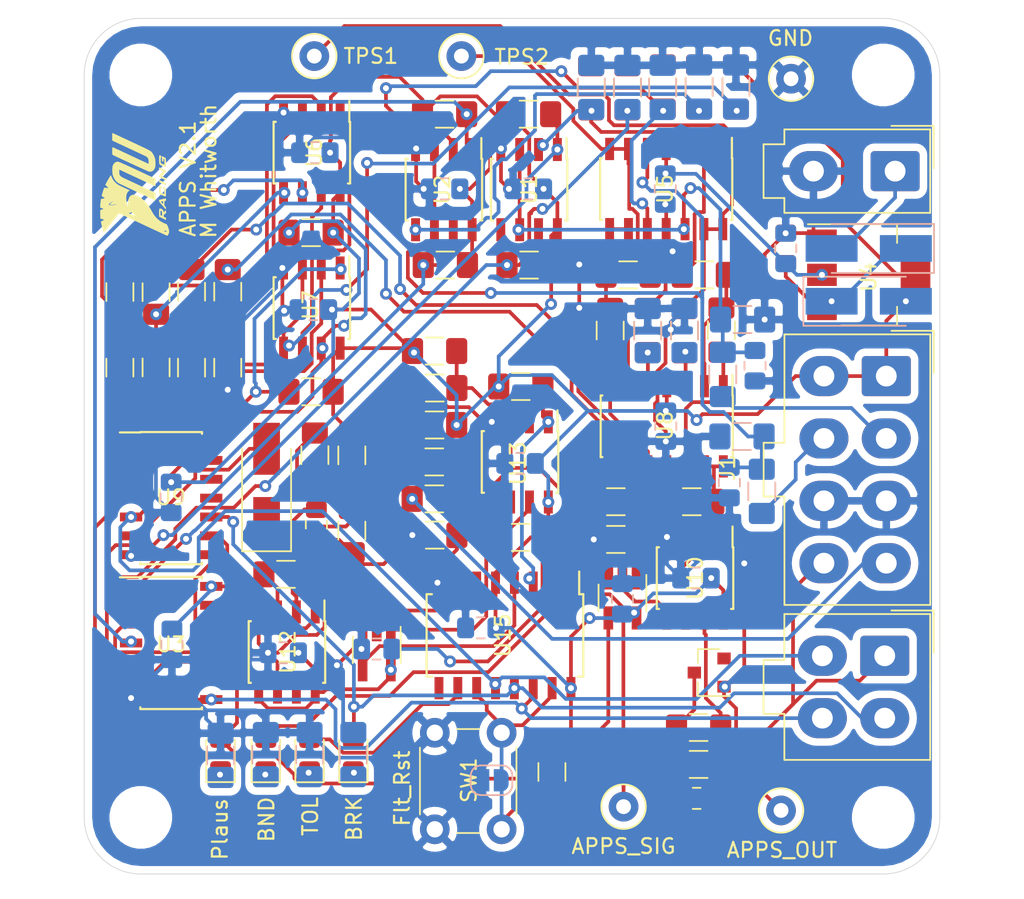
<source format=kicad_pcb>
(kicad_pcb (version 20171130) (host pcbnew "(5.1.0)-1")
  (layers (0 F.Cu signal) (31 B.Cu signal) (34 B.Paste user) (35 F.Paste user) (36 B.SilkS user) (37 F.SilkS user) (38 B.Mask user) (39 F.Mask user) (44 Edge.Cuts user))
  (net 0 "")
  (net 1 GND)
  (net 2 VCC)
  (net 3 +12V)
  (net 4 "Net-(C13-Pad1)")
  (net 5 /APPS_OUT)
  (net 6 "Net-(D1-Pad2)")
  (net 7 "Net-(D3-Pad1)")
  (net 8 "Net-(D3-Pad2)")
  (net 9 "Net-(D4-Pad2)")
  (net 10 "Net-(D4-Pad1)")
  (net 11 "Net-(D6-Pad1)")
  (net 12 /BRK_FLT)
  (net 13 "Net-(D7-Pad1)")
  (net 14 "Net-(D8-Pad1)")
  (net 15 "Net-(D8-Pad2)")
  (net 16 "Net-(D9-Pad1)")
  (net 17 "Net-(D9-Pad2)")
  (net 18 /TPS_1_IN)
  (net 19 /BRK_IN)
  (net 20 /TPS_2_IN)
  (net 21 /Vmin_1)
  (net 22 /Vmax_1)
  (net 23 /Vmin_2)
  (net 24 "Net-(R7-Pad2)")
  (net 25 "Net-(R8-Pad1)")
  (net 26 "Net-(R9-Pad2)")
  (net 27 "Net-(R10-Pad2)")
  (net 28 /Vmax_2)
  (net 29 /Tolerance)
  (net 30 "Net-(R15-Pad1)")
  (net 31 /TPS_2)
  (net 32 /TPS_1)
  (net 33 "Net-(R16-Pad1)")
  (net 34 "Net-(R17-Pad1)")
  (net 35 "Net-(R18-Pad1)")
  (net 36 "Net-(R21-Pad2)")
  (net 37 "Net-(R22-Pad2)")
  (net 38 "Net-(R23-Pad2)")
  (net 39 "Net-(R24-Pad1)")
  (net 40 "Net-(R25-Pad1)")
  (net 41 "Net-(R29-Pad1)")
  (net 42 "Net-(R32-Pad2)")
  (net 43 "Net-(R35-Pad1)")
  (net 44 "Net-(R36-Pad1)")
  (net 45 "Net-(R39-Pad1)")
  (net 46 "Net-(R40-Pad2)")
  (net 47 "Net-(R41-Pad2)")
  (net 48 "Net-(Rc1-Pad2)")
  (net 49 "Net-(Rc2-Pad2)")
  (net 50 "Net-(Rd1-Pad2)")
  (net 51 "Net-(Rd2-Pad2)")
  (net 52 "Net-(Re1-Pad2)")
  (net 53 "Net-(Re1-Pad1)")
  (net 54 "Net-(Re2-Pad1)")
  (net 55 "Net-(Re2-Pad2)")
  (net 56 "Net-(Rf1-Pad2)")
  (net 57 "Net-(Rf2-Pad2)")
  (net 58 /APPS_SIG)
  (net 59 "Net-(U3-Pad3)")
  (net 60 "Net-(U3-Pad10)")
  (net 61 /BND_FLT)
  (net 62 "Net-(U12-Pad1)")
  (net 63 /TOL_FLT)
  (net 64 "Net-(U12-Pad7)")
  (net 65 "Net-(U14-Pad4)")
  (net 66 "Net-(U15-Pad2)")
  (net 67 "Net-(U15-Pad6)")
  (net 68 "Net-(U15-Pad7)")
  (net 69 "Net-(U15-Pad9)")
  (net 70 /TPS_2_Raw)
  (net 71 /TPS_1_Raw)
  (net 72 "Net-(JP2-Pad1)")
  (net 73 "Net-(R31-Pad1)")
  (module TestPoint:TestPoint_Loop_D1.80mm_Drill1.0mm_Beaded (layer F.Cu) (at 149.5932 61.976 270)
    (fp_text reference TP5)
    (fp_text value GND (at -2.7305 0.0381) (layer F.SilkS))
    (pad 1 thru_hole circle (at 0 0 270) (size 2 2) (drill 1) (layers *.Cu *.Mask) (net 1 GND))
  )
  (module TestPoint:TestPoint_Loop_D1.80mm_Drill1.0mm_Beaded (layer F.Cu) (at 148.9202 111.252 270)
    (fp_text reference TP4)
    (fp_text value APPS_OUT (at 2.667 -0.0634) (layer F.SilkS))
    (pad 1 thru_hole circle (at 0 0 270) (size 2 2) (drill 1) (layers *.Cu *.Mask) (net 5 /APPS_OUT))
  )
  (module TestPoint:TestPoint_Loop_D1.80mm_Drill1.0mm_Beaded (layer F.Cu) (at 138.3156 110.998 270)
    (fp_text reference TP3)
    (fp_text value APPS_SIG (at 2.667 0) (layer F.SilkS))
    (pad 1 thru_hole circle (at 0 0 270) (size 2 2) (drill 1) (layers *.Cu *.Mask) (net 58 /APPS_SIG))
  )
  (module TestPoint:TestPoint_Loop_D1.80mm_Drill1.0mm_Beaded (layer F.Cu) (at 127.3936 60.452)
    (fp_text reference TP2)
    (fp_text value TPS2 (at 4.064 0.0635) (layer F.SilkS))
    (pad 1 thru_hole circle (at 0 0) (size 2 2) (drill 1) (layers *.Cu *.Mask) (net 51 "Net-(Rd2-Pad2)"))
  )
  (module TestPoint:TestPoint_Loop_D1.80mm_Drill1.0mm_Beaded (layer F.Cu) (at 117.4876 60.452)
    (fp_text reference TP1)
    (fp_text value TPS1 (at 3.81 0) (layer F.SilkS))
    (pad 1 thru_hole circle (at 0 0) (size 2 2) (drill 1) (layers *.Cu *.Mask) (net 50 "Net-(Rd1-Pad2)"))
  )
  (module Jumper:SolderJumper-2_P1.3mm_Open_RoundedPad1.0x1.5mm (layer B.Cu) (at 129.4256 109.22 180)
    (fp_text reference JP2)
    (fp_text value SolderJumper_2_Open)
    (pad 2 smd custom (at 0.65 0 180) (size 1 0.5) (layers B.Cu B.Mask) (net 1 GND) (options (clearance outline) (anchor rect)) (primitives (gr_circle (center 0 -0.25) (end 0.5 -0.25) (width 0)) (gr_circle (center 0 0.25) (end 0.5 0.25) (width 0)) (gr_poly (pts (xy 0 0.75) (xy -0.5 0.75) (xy -0.5 -0.75) (xy 0 -0.75)) (width 0))))
    (pad 1 smd custom (at -0.65 0 180) (size 1 0.5) (layers B.Cu B.Mask) (net 72 "Net-(JP2-Pad1)") (options (clearance outline) (anchor rect)) (primitives (gr_circle (center 0 -0.25) (end 0.5 -0.25) (width 0)) (gr_circle (center 0 0.25) (end 0.5 0.25) (width 0)) (gr_poly (pts (xy 0 0.75) (xy 0.5 0.75) (xy 0.5 -0.75) (xy 0 -0.75)) (width 0))))
  )
  (module Mini-Fit-Jr-4.20mm-pitch:Molex-Mini-Fit-Jr-4-pin-P4.2mm-RowP4.2mm (layer F.Cu) (at 156.6036 100.838 270)
    (fp_text reference J3)
    (fp_text value Conn_01x04_Female)
    (pad 4 thru_hole oval (at 4.2 4.9 270) (size 2.7 3.3) (drill 1.4) (layers *.Cu *.Mask) (net 61 /BND_FLT))
    (pad 3 thru_hole oval (at 0 4.9 270) (size 2.7 3.3) (drill 1.4) (layers *.Cu *.Mask) (net 63 /TOL_FLT))
    (pad 2 thru_hole oval (at 4.2 0.7 270) (size 2.7 3.3) (drill 1.4) (layers *.Cu *.Mask) (net 12 /BRK_FLT))
    (pad 1 thru_hole roundrect (at 0 0.7 270) (size 2.7 3.3) (drill 1.4) (layers *.Cu *.Mask) (roundrect_rratio 0.09259299999999999) (net 5 /APPS_OUT))
  )
  (module Mini-Fit-Jr-4.20mm-pitch:Molex-Mini-Fit-Jr-8-pin-P4.2mm-RowP4.2mm (layer F.Cu) (at 145.8086 88.2015 270)
    (fp_text reference J1 (at 0 0.5 270) (layer F.SilkS))
    (fp_text value Conn_01x08_Female)
    (pad 4 thru_hole oval (at 6.4 -10.2 270) (size 2.7 3.3) (drill 1.4) (layers *.Cu *.Mask) (net 19 /BRK_IN))
    (pad 6 thru_hole oval (at -2 -6 270) (size 2.7 3.3) (drill 1.4) (layers *.Cu *.Mask) (net 20 /TPS_2_IN))
    (pad 8 thru_hole oval (at 6.4 -6 270) (size 2.7 3.3) (drill 1.4) (layers *.Cu *.Mask) (net 5 /APPS_OUT))
    (pad 2 thru_hole oval (at -2 -10.2 270) (size 2.7 3.3) (drill 1.4) (layers *.Cu *.Mask) (net 18 /TPS_1_IN))
    (pad 5 thru_hole oval (at -6.2 -6 270) (size 2.7 3.3) (drill 1.4) (layers *.Cu *.Mask) (net 2 VCC))
    (pad 3 thru_hole oval (at 2.2 -10.2 270) (size 2.7 3.3) (drill 1.4) (layers *.Cu *.Mask) (net 1 GND))
    (pad 7 thru_hole oval (at 2.2 -6 270) (size 2.7 3.3) (drill 1.4) (layers *.Cu *.Mask) (net 1 GND))
    (pad 1 thru_hole roundrect (at -6.2 -10.2 270) (size 2.7 3.3) (drill 1.4) (layers *.Cu *.Mask) (roundrect_rratio 0.09259299999999999) (net 2 VCC))
  )
  (module Resistor_SMD:R_1206_3216Metric_Pad1.42x1.75mm_HandSolder (layer B.Cu) (at 146.3293 78.1939)
    (fp_text reference R50)
    (fp_text value R)
    (pad 2 smd roundrect (at 1.4875 0) (size 1.425 1.75) (layers B.Cu B.Paste B.Mask) (roundrect_rratio 0.175439) (net 1 GND))
    (pad 1 smd roundrect (at -1.4875 0) (size 1.425 1.75) (layers B.Cu B.Paste B.Mask) (roundrect_rratio 0.175439) (net 71 /TPS_1_Raw))
  )
  (module Resistor_SMD:R_1206_3216Metric_Pad1.42x1.75mm_HandSolder (layer B.Cu) (at 146.2896 86.0679 180)
    (fp_text reference R49)
    (fp_text value R)
    (pad 2 smd roundrect (at 1.4875 0 180) (size 1.425 1.75) (layers B.Cu B.Paste B.Mask) (roundrect_rratio 0.175439) (net 1 GND))
    (pad 1 smd roundrect (at -1.4875 0 180) (size 1.425 1.75) (layers B.Cu B.Paste B.Mask) (roundrect_rratio 0.175439) (net 70 /TPS_2_Raw))
  )
  (module Resistor_SMD:R_1206_3216Metric_Pad1.42x1.75mm_HandSolder (layer B.Cu) (at 144.9958 81.8912 270)
    (fp_text reference R48)
    (fp_text value R)
    (pad 2 smd roundrect (at 1.4875 0 270) (size 1.425 1.75) (layers B.Cu B.Paste B.Mask) (roundrect_rratio 0.175439) (net 18 /TPS_1_IN))
    (pad 1 smd roundrect (at -1.4875 0 270) (size 1.425 1.75) (layers B.Cu B.Paste B.Mask) (roundrect_rratio 0.175439) (net 71 /TPS_1_Raw))
  )
  (module Resistor_SMD:R_1206_3216Metric_Pad1.42x1.75mm_HandSolder (layer B.Cu) (at 147.6247 89.7636 270)
    (fp_text reference R47)
    (fp_text value R)
    (pad 2 smd roundrect (at 1.4875 0 270) (size 1.425 1.75) (layers B.Cu B.Paste B.Mask) (roundrect_rratio 0.175439) (net 20 /TPS_2_IN))
    (pad 1 smd roundrect (at -1.4875 0 270) (size 1.425 1.75) (layers B.Cu B.Paste B.Mask) (roundrect_rratio 0.175439) (net 70 /TPS_2_Raw))
  )
  (module Capacitor_SMD:C_0805_2012Metric_Pad1.15x1.40mm_HandSolder (layer B.Cu) (at 147.1675 81.3017 270)
    (fp_text reference C20)
    (fp_text value C)
    (pad 2 smd roundrect (at 1.025 0 270) (size 1.15 1.4) (layers B.Cu B.Paste B.Mask) (roundrect_rratio 0.217391) (net 1 GND))
    (pad 1 smd roundrect (at -1.025 0 270) (size 1.15 1.4) (layers B.Cu B.Paste B.Mask) (roundrect_rratio 0.217391) (net 71 /TPS_1_Raw))
  )
  (module Capacitor_SMD:C_0805_2012Metric_Pad1.15x1.40mm_HandSolder (layer B.Cu) (at 145.4403 89.1757 270)
    (fp_text reference C19)
    (fp_text value C)
    (pad 2 smd roundrect (at 1.025 0 270) (size 1.15 1.4) (layers B.Cu B.Paste B.Mask) (roundrect_rratio 0.217391) (net 1 GND))
    (pad 1 smd roundrect (at -1.025 0 270) (size 1.15 1.4) (layers B.Cu B.Paste B.Mask) (roundrect_rratio 0.217391) (net 70 /TPS_2_Raw))
  )
  (module APPS:NUR_small2 (layer F.Cu) (at 105.4226 69.088 90)
    (fp_text reference G*** hide)
    (fp_text value LOGO hide)
  )
  (module Package_SO:SOIC-14_3.9x8.7mm_P1.27mm (layer F.Cu) (at 107.8484 90.2208)
    (fp_text reference U9 (at -0.0128 -0.0508) (layer F.SilkS))
    (fp_text value 74LS08)
    (pad 14 smd rect (at 2.7 -3.81) (size 1.5 0.6) (layers F.Cu F.Paste F.Mask) (net 2 VCC))
    (pad 13 smd rect (at 2.7 -2.54) (size 1.5 0.6) (layers F.Cu F.Paste F.Mask))
    (pad 12 smd rect (at 2.7 -1.27) (size 1.5 0.6) (layers F.Cu F.Paste F.Mask))
    (pad 11 smd rect (at 2.7 0) (size 1.5 0.6) (layers F.Cu F.Paste F.Mask))
    (pad 10 smd rect (at 2.7 1.27) (size 1.5 0.6) (layers F.Cu F.Paste F.Mask) (net 12 /BRK_FLT))
    (pad 9 smd rect (at 2.7 2.54) (size 1.5 0.6) (layers F.Cu F.Paste F.Mask) (net 62 "Net-(U12-Pad1)"))
    (pad 8 smd rect (at 2.7 3.81) (size 1.5 0.6) (layers F.Cu F.Paste F.Mask) (net 9 "Net-(D4-Pad2)"))
    (pad 7 smd rect (at -2.7 3.81) (size 1.5 0.6) (layers F.Cu F.Paste F.Mask) (net 1 GND))
    (pad 6 smd rect (at -2.7 2.54) (size 1.5 0.6) (layers F.Cu F.Paste F.Mask) (net 8 "Net-(D3-Pad2)"))
    (pad 5 smd rect (at -2.7 1.27) (size 1.5 0.6) (layers F.Cu F.Paste F.Mask) (net 63 /TOL_FLT))
    (pad 4 smd rect (at -2.7 0) (size 1.5 0.6) (layers F.Cu F.Paste F.Mask) (net 61 /BND_FLT))
    (pad 3 smd rect (at -2.7 -1.27) (size 1.5 0.6) (layers F.Cu F.Paste F.Mask) (net 63 /TOL_FLT))
    (pad 2 smd rect (at -2.7 -2.54) (size 1.5 0.6) (layers F.Cu F.Paste F.Mask) (net 39 "Net-(R24-Pad1)"))
    (pad 1 smd rect (at -2.7 -3.81) (size 1.5 0.6) (layers F.Cu F.Paste F.Mask) (net 38 "Net-(R23-Pad2)"))
  )
  (module MountingHole:MountingHole_3.2mm_M3 (layer F.Cu) (at 155.8036 61.722 180)
    (fp_text reference REF**)
    (fp_text value MountingHole_3.2mm_M3)
    (pad 1 np_thru_hole circle (at 0 0 180) (size 3.2 3.2) (drill 3.2) (layers *.Cu *.Mask))
  )
  (module MountingHole:MountingHole_3.2mm_M3 (layer F.Cu) (at 105.8036 61.722 180)
    (fp_text reference REF**)
    (fp_text value MountingHole_3.2mm_M3)
    (pad 1 np_thru_hole circle (at 0 0 180) (size 3.2 3.2) (drill 3.2) (layers *.Cu *.Mask))
  )
  (module MountingHole:MountingHole_3.2mm_M3 (layer F.Cu) (at 105.8036 111.722 180)
    (fp_text reference REF**)
    (fp_text value MountingHole_3.2mm_M3)
    (pad 1 np_thru_hole circle (at 0 0 180) (size 3.2 3.2) (drill 3.2) (layers *.Cu *.Mask))
  )
  (module MountingHole:MountingHole_3.2mm_M3 (layer F.Cu) (at 155.8036 111.722 180)
    (fp_text reference REF**)
    (fp_text value MountingHole_3.2mm_M3)
    (pad 1 np_thru_hole circle (at 0 0 180) (size 3.2 3.2) (drill 3.2) (layers *.Cu *.Mask))
  )
  (module Capacitor_SMD:C_0805_2012Metric_Pad1.15x1.40mm_HandSolder (layer B.Cu) (at 131.9022 69.3928 180)
    (fp_text reference C1)
    (fp_text value 0.1uF)
    (pad 2 smd roundrect (at 1.025 0 180) (size 1.15 1.4) (layers B.Cu B.Paste B.Mask) (roundrect_rratio 0.217391) (net 1 GND))
    (pad 1 smd roundrect (at -1.025 0 180) (size 1.15 1.4) (layers B.Cu B.Paste B.Mask) (roundrect_rratio 0.217391) (net 2 VCC))
  )
  (module Capacitor_SMD:C_0805_2012Metric_Pad1.15x1.40mm_HandSolder (layer B.Cu) (at 126.2634 69.3928 180)
    (fp_text reference C2)
    (fp_text value 0.1uF)
    (pad 1 smd roundrect (at -1.025 0 180) (size 1.15 1.4) (layers B.Cu B.Paste B.Mask) (roundrect_rratio 0.217391) (net 2 VCC))
    (pad 2 smd roundrect (at 1.025 0 180) (size 1.15 1.4) (layers B.Cu B.Paste B.Mask) (roundrect_rratio 0.217391) (net 1 GND))
  )
  (module Capacitor_SMD:C_0805_2012Metric_Pad1.15x1.40mm_HandSolder (layer F.Cu) (at 149.2376 73.397 90)
    (fp_text reference C3)
    (fp_text value 10uF)
    (pad 2 smd roundrect (at 1.025 0 90) (size 1.15 1.4) (layers F.Cu F.Paste F.Mask) (roundrect_rratio 0.217391) (net 1 GND))
    (pad 1 smd roundrect (at -1.025 0 90) (size 1.15 1.4) (layers F.Cu F.Paste F.Mask) (roundrect_rratio 0.217391) (net 3 +12V))
  )
  (module Capacitor_SMD:C_0805_2012Metric_Pad1.15x1.40mm_HandSolder (layer B.Cu) (at 107.8992 100.067 270)
    (fp_text reference C4)
    (fp_text value 0.1uF)
    (pad 1 smd roundrect (at -1.025 0 270) (size 1.15 1.4) (layers B.Cu B.Paste B.Mask) (roundrect_rratio 0.217391) (net 2 VCC))
    (pad 2 smd roundrect (at 1.025 0 270) (size 1.15 1.4) (layers B.Cu B.Paste B.Mask) (roundrect_rratio 0.217391) (net 1 GND))
  )
  (module Capacitor_SMD:C_0805_2012Metric_Pad1.15x1.40mm_HandSolder (layer B.Cu) (at 149.2376 73.406 90)
    (fp_text reference C5)
    (fp_text value 10uF)
    (pad 1 smd roundrect (at -1.025 0 90) (size 1.15 1.4) (layers B.Cu B.Paste B.Mask) (roundrect_rratio 0.217391) (net 2 VCC))
    (pad 2 smd roundrect (at 1.025 0 90) (size 1.15 1.4) (layers B.Cu B.Paste B.Mask) (roundrect_rratio 0.217391) (net 1 GND))
  )
  (module Capacitor_SMD:C_0805_2012Metric_Pad1.15x1.40mm_HandSolder (layer B.Cu) (at 117.5258 66.9544 180)
    (fp_text reference C6)
    (fp_text value 0.1uF)
    (pad 1 smd roundrect (at -1.025 0 180) (size 1.15 1.4) (layers B.Cu B.Paste B.Mask) (roundrect_rratio 0.217391) (net 2 VCC))
    (pad 2 smd roundrect (at 1.025 0 180) (size 1.15 1.4) (layers B.Cu B.Paste B.Mask) (roundrect_rratio 0.217391) (net 1 GND))
  )
  (module Capacitor_SMD:C_0805_2012Metric_Pad1.15x1.40mm_HandSolder (layer B.Cu) (at 141.1224 69.4055 270)
    (fp_text reference C7)
    (fp_text value 0.1uF)
    (pad 2 smd roundrect (at 1.025 0 270) (size 1.15 1.4) (layers B.Cu B.Paste B.Mask) (roundrect_rratio 0.217391) (net 1 GND))
    (pad 1 smd roundrect (at -1.025 0 270) (size 1.15 1.4) (layers B.Cu B.Paste B.Mask) (roundrect_rratio 0.217391) (net 2 VCC))
  )
  (module Capacitor_SMD:C_0805_2012Metric_Pad1.15x1.40mm_HandSolder (layer B.Cu) (at 141.1605 85.3731 270)
    (fp_text reference C8)
    (fp_text value 0.1uF)
    (pad 1 smd roundrect (at -1.025 0 270) (size 1.15 1.4) (layers B.Cu B.Paste B.Mask) (roundrect_rratio 0.217391) (net 2 VCC))
    (pad 2 smd roundrect (at 1.025 0 270) (size 1.15 1.4) (layers B.Cu B.Paste B.Mask) (roundrect_rratio 0.217391) (net 1 GND))
  )
  (module Capacitor_SMD:C_0805_2012Metric_Pad1.15x1.40mm_HandSolder (layer B.Cu) (at 117.4242 77.5208 180)
    (fp_text reference C9)
    (fp_text value 0.1uF)
    (pad 2 smd roundrect (at 1.025 0 180) (size 1.15 1.4) (layers B.Cu B.Paste B.Mask) (roundrect_rratio 0.217391) (net 1 GND))
    (pad 1 smd roundrect (at -1.025 0 180) (size 1.15 1.4) (layers B.Cu B.Paste B.Mask) (roundrect_rratio 0.217391) (net 2 VCC))
  )
  (module Capacitor_SMD:C_0805_2012Metric_Pad1.15x1.40mm_HandSolder (layer B.Cu) (at 143.1925 95.6056 180)
    (fp_text reference C10)
    (fp_text value 0.1uF)
    (pad 1 smd roundrect (at -1.025 0 180) (size 1.15 1.4) (layers B.Cu B.Paste B.Mask) (roundrect_rratio 0.217391) (net 2 VCC))
    (pad 2 smd roundrect (at 1.025 0 180) (size 1.15 1.4) (layers B.Cu B.Paste B.Mask) (roundrect_rratio 0.217391) (net 1 GND))
  )
  (module Capacitor_SMD:C_0805_2012Metric_Pad1.15x1.40mm_HandSolder (layer B.Cu) (at 107.8484 90.17 270)
    (fp_text reference C11)
    (fp_text value 0.1uF)
    (pad 2 smd roundrect (at 1.025 0 270) (size 1.15 1.4) (layers B.Cu B.Paste B.Mask) (roundrect_rratio 0.217391) (net 1 GND))
    (pad 1 smd roundrect (at -1.025 0 270) (size 1.15 1.4) (layers B.Cu B.Paste B.Mask) (roundrect_rratio 0.217391) (net 2 VCC))
  )
  (module Capacitor_SMD:C_0805_2012Metric_Pad1.15x1.40mm_HandSolder (layer B.Cu) (at 138.2395 97.0026 90)
    (fp_text reference C12)
    (fp_text value 0.1uF)
    (pad 2 smd roundrect (at 1.025 0 90) (size 1.15 1.4) (layers B.Cu B.Paste B.Mask) (roundrect_rratio 0.217391) (net 1 GND))
    (pad 1 smd roundrect (at -1.025 0 90) (size 1.15 1.4) (layers B.Cu B.Paste B.Mask) (roundrect_rratio 0.217391) (net 2 VCC))
  )
  (module Capacitor_SMD:C_0805_2012Metric_Pad1.15x1.40mm_HandSolder (layer F.Cu) (at 117.6274 92.0078 270)
    (fp_text reference C13)
    (fp_text value 2.2uF)
    (pad 1 smd roundrect (at -1.025 0 270) (size 1.15 1.4) (layers F.Cu F.Paste F.Mask) (roundrect_rratio 0.217391) (net 4 "Net-(C13-Pad1)"))
    (pad 2 smd roundrect (at 1.025 0 270) (size 1.15 1.4) (layers F.Cu F.Paste F.Mask) (roundrect_rratio 0.217391) (net 1 GND))
  )
  (module Capacitor_SMD:C_0805_2012Metric_Pad1.15x1.40mm_HandSolder (layer F.Cu) (at 143.2396 110.4392 180)
    (fp_text reference C14)
    (fp_text value 47pF)
    (pad 1 smd roundrect (at -1.025 0 180) (size 1.15 1.4) (layers F.Cu F.Paste F.Mask) (roundrect_rratio 0.217391) (net 5 /APPS_OUT))
    (pad 2 smd roundrect (at 1.025 0 180) (size 1.15 1.4) (layers F.Cu F.Paste F.Mask) (roundrect_rratio 0.217391) (net 1 GND))
  )
  (module Capacitor_SMD:C_0805_2012Metric_Pad1.15x1.40mm_HandSolder (layer B.Cu) (at 131.3434 87.884 180)
    (fp_text reference C15)
    (fp_text value 0.1uF)
    (pad 2 smd roundrect (at 1.025 0 180) (size 1.15 1.4) (layers B.Cu B.Paste B.Mask) (roundrect_rratio 0.217391) (net 1 GND))
    (pad 1 smd roundrect (at -1.025 0 180) (size 1.15 1.4) (layers B.Cu B.Paste B.Mask) (roundrect_rratio 0.217391) (net 2 VCC))
  )
  (module Capacitor_SMD:C_0805_2012Metric_Pad1.15x1.40mm_HandSolder (layer B.Cu) (at 121.6914 100.3808 180)
    (fp_text reference C16)
    (fp_text value 0.1uF)
    (pad 1 smd roundrect (at -1.025 0 180) (size 1.15 1.4) (layers B.Cu B.Paste B.Mask) (roundrect_rratio 0.217391) (net 2 VCC))
    (pad 2 smd roundrect (at 1.025 0 180) (size 1.15 1.4) (layers B.Cu B.Paste B.Mask) (roundrect_rratio 0.217391) (net 1 GND))
  )
  (module Capacitor_SMD:C_0805_2012Metric_Pad1.15x1.40mm_HandSolder (layer B.Cu) (at 128.7018 98.9584 180)
    (fp_text reference C17)
    (fp_text value 0.1uF)
    (pad 2 smd roundrect (at 1.025 0 180) (size 1.15 1.4) (layers B.Cu B.Paste B.Mask) (roundrect_rratio 0.217391) (net 1 GND))
    (pad 1 smd roundrect (at -1.025 0 180) (size 1.15 1.4) (layers B.Cu B.Paste B.Mask) (roundrect_rratio 0.217391) (net 2 VCC))
  )
  (module Capacitor_SMD:C_0805_2012Metric_Pad1.15x1.40mm_HandSolder (layer B.Cu) (at 115.3922 100.6348 180)
    (fp_text reference C18)
    (fp_text value 0.1uF)
    (pad 2 smd roundrect (at 1.025 0 180) (size 1.15 1.4) (layers B.Cu B.Paste B.Mask) (roundrect_rratio 0.217391) (net 1 GND))
    (pad 1 smd roundrect (at -1.025 0 180) (size 1.15 1.4) (layers B.Cu B.Paste B.Mask) (roundrect_rratio 0.217391) (net 2 VCC))
  )
  (module Diode_SMD:D_SMA_Handsoldering (layer B.Cu) (at 154.8256 73.406 180)
    (fp_text reference D1)
    (fp_text value D)
    (pad 1 smd rect (at -2.5 0 180) (size 3.5 1.8) (layers B.Cu B.Paste B.Mask) (net 3 +12V))
    (pad 2 smd rect (at 2.5 0 180) (size 3.5 1.8) (layers B.Cu B.Paste B.Mask) (net 6 "Net-(D1-Pad2)"))
  )
  (module Diode_SMD:D_SMA_Handsoldering (layer B.Cu) (at 154.8256 76.962)
    (fp_text reference D2)
    (fp_text value D)
    (pad 2 smd rect (at 2.5 0) (size 3.5 1.8) (layers B.Cu B.Paste B.Mask) (net 2 VCC))
    (pad 1 smd rect (at -2.5 0) (size 3.5 1.8) (layers B.Cu B.Paste B.Mask) (net 3 +12V))
  )
  (module Diode_SMD:D_SMA_Handsoldering (layer F.Cu) (at 114.2746 89.3972 90)
    (fp_text reference D3)
    (fp_text value D)
    (pad 1 smd rect (at -2.5 0 90) (size 3.5 1.8) (layers F.Cu F.Paste F.Mask) (net 7 "Net-(D3-Pad1)"))
    (pad 2 smd rect (at 2.5 0 90) (size 3.5 1.8) (layers F.Cu F.Paste F.Mask) (net 8 "Net-(D3-Pad2)"))
  )
  (module LED_SMD:LED_0805_2012Metric_Pad1.15x1.40mm_HandSolder (layer F.Cu) (at 111.1758 107.4838 90)
    (fp_text reference D4)
    (fp_text value Plaus (at -5.0382 -0.0382 90) (layer F.SilkS))
    (pad 2 smd roundrect (at 1.025 0 90) (size 1.15 1.4) (layers F.Cu F.Paste F.Mask) (roundrect_rratio 0.217391) (net 9 "Net-(D4-Pad2)"))
    (pad 1 smd roundrect (at -1.025 0 90) (size 1.15 1.4) (layers F.Cu F.Paste F.Mask) (roundrect_rratio 0.217391) (net 10 "Net-(D4-Pad1)"))
  )
  (module Diode_SMD:D_SOT-23_ANK (layer F.Cu) (at 144.0815 101.9683 180)
    (fp_text reference D6)
    (fp_text value D_Zener)
    (pad 2 smd rect (at -1 -0.95 180) (size 0.9 0.8) (layers F.Cu F.Paste F.Mask) (net 1 GND))
    (pad "" smd rect (at -1 0.95 180) (size 0.9 0.8) (layers F.Cu F.Paste F.Mask))
    (pad 1 smd rect (at 1 0 180) (size 0.9 0.8) (layers F.Cu F.Paste F.Mask) (net 11 "Net-(D6-Pad1)"))
  )
  (module LED_SMD:LED_0805_2012Metric_Pad1.15x1.40mm_HandSolder (layer F.Cu) (at 120.1166 107.4928 90)
    (fp_text reference D7)
    (fp_text value BRK (at -4.318 0.0508 90) (layer F.SilkS))
    (pad 2 smd roundrect (at 1.025 0 90) (size 1.15 1.4) (layers F.Cu F.Paste F.Mask) (roundrect_rratio 0.217391) (net 12 /BRK_FLT))
    (pad 1 smd roundrect (at -1.025 0 90) (size 1.15 1.4) (layers F.Cu F.Paste F.Mask) (roundrect_rratio 0.217391) (net 13 "Net-(D7-Pad1)"))
  )
  (module LED_SMD:LED_0805_2012Metric_Pad1.15x1.40mm_HandSolder (layer F.Cu) (at 117.1702 107.4928 90)
    (fp_text reference D8)
    (fp_text value TOL (at -4.1656 0.0508 90) (layer F.SilkS))
    (pad 1 smd roundrect (at -1.025 0 90) (size 1.15 1.4) (layers F.Cu F.Paste F.Mask) (roundrect_rratio 0.217391) (net 14 "Net-(D8-Pad1)"))
    (pad 2 smd roundrect (at 1.025 0 90) (size 1.15 1.4) (layers F.Cu F.Paste F.Mask) (roundrect_rratio 0.217391) (net 15 "Net-(D8-Pad2)"))
  )
  (module LED_SMD:LED_0805_2012Metric_Pad1.15x1.40mm_HandSolder (layer F.Cu) (at 114.2238 107.4928 90)
    (fp_text reference D9)
    (fp_text value BND (at -4.3688 0.0508 90) (layer F.SilkS))
    (pad 1 smd roundrect (at -1.025 0 90) (size 1.15 1.4) (layers F.Cu F.Paste F.Mask) (roundrect_rratio 0.217391) (net 16 "Net-(D9-Pad1)"))
    (pad 2 smd roundrect (at 1.025 0 90) (size 1.15 1.4) (layers F.Cu F.Paste F.Mask) (roundrect_rratio 0.217391) (net 17 "Net-(D9-Pad2)"))
  )
  (module Connector_Molex:Molex_Mini-Fit_Jr_5566-02A_2x01_P4.20mm_Vertical (layer F.Cu) (at 156.6036 68.199 270)
    (fp_text reference J2)
    (fp_text value Conn_01x02_Female)
    (pad 1 thru_hole roundrect (at 0 0 270) (size 2.7 3.3) (drill 1.4) (layers *.Cu *.Mask) (roundrect_rratio 0.09259299999999999) (net 6 "Net-(D1-Pad2)"))
    (pad 2 thru_hole oval (at 0 5.5 270) (size 2.7 3.3) (drill 1.4) (layers *.Cu *.Mask) (net 1 GND))
  )
  (module Resistor_SMD:R_1206_3216Metric_Pad1.42x1.75mm_HandSolder (layer F.Cu) (at 136.1312 62.5856 270)
    (fp_text reference R1)
    (fp_text value R)
    (pad 1 smd roundrect (at -1.4875 0 270) (size 1.425 1.75) (layers F.Cu F.Paste F.Mask) (roundrect_rratio 0.175439) (net 2 VCC))
    (pad 2 smd roundrect (at 1.4875 0 270) (size 1.425 1.75) (layers F.Cu F.Paste F.Mask) (roundrect_rratio 0.175439) (net 21 /Vmin_1))
  )
  (module Resistor_SMD:R_1206_3216Metric_Pad1.42x1.75mm_HandSolder (layer B.Cu) (at 136.1439 62.5603 90)
    (fp_text reference R2)
    (fp_text value R)
    (pad 2 smd roundrect (at 1.4875 0 90) (size 1.425 1.75) (layers B.Cu B.Paste B.Mask) (roundrect_rratio 0.175439) (net 1 GND))
    (pad 1 smd roundrect (at -1.4875 0 90) (size 1.425 1.75) (layers B.Cu B.Paste B.Mask) (roundrect_rratio 0.175439) (net 21 /Vmin_1))
  )
  (module Resistor_SMD:R_1206_3216Metric_Pad1.42x1.75mm_HandSolder (layer F.Cu) (at 138.5696 62.5856 270)
    (fp_text reference R3)
    (fp_text value R)
    (pad 1 smd roundrect (at -1.4875 0 270) (size 1.425 1.75) (layers F.Cu F.Paste F.Mask) (roundrect_rratio 0.175439) (net 2 VCC))
    (pad 2 smd roundrect (at 1.4875 0 270) (size 1.425 1.75) (layers F.Cu F.Paste F.Mask) (roundrect_rratio 0.175439) (net 22 /Vmax_1))
  )
  (module Resistor_SMD:R_1206_3216Metric_Pad1.42x1.75mm_HandSolder (layer B.Cu) (at 138.5823 62.5603 90)
    (fp_text reference R4)
    (fp_text value R)
    (pad 2 smd roundrect (at 1.4875 0 90) (size 1.425 1.75) (layers B.Cu B.Paste B.Mask) (roundrect_rratio 0.175439) (net 1 GND))
    (pad 1 smd roundrect (at -1.4875 0 90) (size 1.425 1.75) (layers B.Cu B.Paste B.Mask) (roundrect_rratio 0.175439) (net 22 /Vmax_1))
  )
  (module Resistor_SMD:R_1206_3216Metric_Pad1.42x1.75mm_HandSolder (layer F.Cu) (at 140.9572 62.5348 270)
    (fp_text reference R5)
    (fp_text value R)
    (pad 1 smd roundrect (at -1.4875 0 270) (size 1.425 1.75) (layers F.Cu F.Paste F.Mask) (roundrect_rratio 0.175439) (net 2 VCC))
    (pad 2 smd roundrect (at 1.4875 0 270) (size 1.425 1.75) (layers F.Cu F.Paste F.Mask) (roundrect_rratio 0.175439) (net 23 /Vmin_2))
  )
  (module Resistor_SMD:R_1206_3216Metric_Pad1.42x1.75mm_HandSolder (layer B.Cu) (at 140.9445 62.5603 90)
    (fp_text reference R6)
    (fp_text value R)
    (pad 2 smd roundrect (at 1.4875 0 90) (size 1.425 1.75) (layers B.Cu B.Paste B.Mask) (roundrect_rratio 0.175439) (net 1 GND))
    (pad 1 smd roundrect (at -1.4875 0 90) (size 1.425 1.75) (layers B.Cu B.Paste B.Mask) (roundrect_rratio 0.175439) (net 23 /Vmin_2))
  )
  (module Resistor_SMD:R_1206_3216Metric_Pad1.42x1.75mm_HandSolder (layer F.Cu) (at 131.9165 64.3636)
    (fp_text reference R7)
    (fp_text value 10k)
    (pad 1 smd roundrect (at -1.4875 0) (size 1.425 1.75) (layers F.Cu F.Paste F.Mask) (roundrect_rratio 0.175439) (net 2 VCC))
    (pad 2 smd roundrect (at 1.4875 0) (size 1.425 1.75) (layers F.Cu F.Paste F.Mask) (roundrect_rratio 0.175439) (net 24 "Net-(R7-Pad2)"))
  )
  (module Resistor_SMD:R_1206_3216Metric_Pad1.42x1.75mm_HandSolder (layer F.Cu) (at 131.953 74.5236)
    (fp_text reference R8)
    (fp_text value 10k)
    (pad 2 smd roundrect (at 1.4875 0) (size 1.425 1.75) (layers F.Cu F.Paste F.Mask) (roundrect_rratio 0.175439) (net 2 VCC))
    (pad 1 smd roundrect (at -1.4875 0) (size 1.425 1.75) (layers F.Cu F.Paste F.Mask) (roundrect_rratio 0.175439) (net 25 "Net-(R8-Pad1)"))
  )
  (module Resistor_SMD:R_1206_3216Metric_Pad1.42x1.75mm_HandSolder (layer F.Cu) (at 126.2634 64.3636)
    (fp_text reference R9)
    (fp_text value 10k)
    (pad 2 smd roundrect (at 1.4875 0) (size 1.425 1.75) (layers F.Cu F.Paste F.Mask) (roundrect_rratio 0.175439) (net 26 "Net-(R9-Pad2)"))
    (pad 1 smd roundrect (at -1.4875 0) (size 1.425 1.75) (layers F.Cu F.Paste F.Mask) (roundrect_rratio 0.175439) (net 2 VCC))
  )
  (module Resistor_SMD:R_1206_3216Metric_Pad1.42x1.75mm_HandSolder (layer F.Cu) (at 126.3142 74.5236 180)
    (fp_text reference R10)
    (fp_text value 10k)
    (pad 1 smd roundrect (at -1.4875 0 180) (size 1.425 1.75) (layers F.Cu F.Paste F.Mask) (roundrect_rratio 0.175439) (net 2 VCC))
    (pad 2 smd roundrect (at 1.4875 0 180) (size 1.425 1.75) (layers F.Cu F.Paste F.Mask) (roundrect_rratio 0.175439) (net 27 "Net-(R10-Pad2)"))
  )
  (module Resistor_SMD:R_1206_3216Metric_Pad1.42x1.75mm_HandSolder (layer F.Cu) (at 143.3956 62.5348 270)
    (fp_text reference R11)
    (fp_text value R)
    (pad 1 smd roundrect (at -1.4875 0 270) (size 1.425 1.75) (layers F.Cu F.Paste F.Mask) (roundrect_rratio 0.175439) (net 2 VCC))
    (pad 2 smd roundrect (at 1.4875 0 270) (size 1.425 1.75) (layers F.Cu F.Paste F.Mask) (roundrect_rratio 0.175439) (net 28 /Vmax_2))
  )
  (module Resistor_SMD:R_1206_3216Metric_Pad1.42x1.75mm_HandSolder (layer B.Cu) (at 143.4083 62.5333 90)
    (fp_text reference R12)
    (fp_text value R)
    (pad 2 smd roundrect (at 1.4875 0 90) (size 1.425 1.75) (layers B.Cu B.Paste B.Mask) (roundrect_rratio 0.175439) (net 1 GND))
    (pad 1 smd roundrect (at -1.4875 0 90) (size 1.425 1.75) (layers B.Cu B.Paste B.Mask) (roundrect_rratio 0.175439) (net 28 /Vmax_2))
  )
  (module Resistor_SMD:R_1206_3216Metric_Pad1.42x1.75mm_HandSolder (layer F.Cu) (at 145.8848 62.5348 270)
    (fp_text reference R13)
    (fp_text value 200k)
    (pad 1 smd roundrect (at -1.4875 0 270) (size 1.425 1.75) (layers F.Cu F.Paste F.Mask) (roundrect_rratio 0.175439) (net 2 VCC))
    (pad 2 smd roundrect (at 1.4875 0 270) (size 1.425 1.75) (layers F.Cu F.Paste F.Mask) (roundrect_rratio 0.175439) (net 29 /Tolerance))
  )
  (module Resistor_SMD:R_1206_3216Metric_Pad1.42x1.75mm_HandSolder (layer B.Cu) (at 145.8848 62.5348 90)
    (fp_text reference R14)
    (fp_text value 10k)
    (pad 2 smd roundrect (at 1.4875 0 90) (size 1.425 1.75) (layers B.Cu B.Paste B.Mask) (roundrect_rratio 0.175439) (net 1 GND))
    (pad 1 smd roundrect (at -1.4875 0 90) (size 1.425 1.75) (layers B.Cu B.Paste B.Mask) (roundrect_rratio 0.175439) (net 29 /Tolerance))
  )
  (module Resistor_SMD:R_1206_3216Metric_Pad1.42x1.75mm_HandSolder (layer F.Cu) (at 111.6584 76.3159 90)
    (fp_text reference R15)
    (fp_text value 10k)
    (pad 1 smd roundrect (at -1.4875 0 90) (size 1.425 1.75) (layers F.Cu F.Paste F.Mask) (roundrect_rratio 0.175439) (net 30 "Net-(R15-Pad1)"))
    (pad 2 smd roundrect (at 1.4875 0 90) (size 1.425 1.75) (layers F.Cu F.Paste F.Mask) (roundrect_rratio 0.175439) (net 31 /TPS_2))
  )
  (module Resistor_SMD:R_1206_3216Metric_Pad1.42x1.75mm_HandSolder (layer F.Cu) (at 109.22 76.3159 90)
    (fp_text reference R16)
    (fp_text value 10k)
    (pad 2 smd roundrect (at 1.4875 0 90) (size 1.425 1.75) (layers F.Cu F.Paste F.Mask) (roundrect_rratio 0.175439) (net 32 /TPS_1))
    (pad 1 smd roundrect (at -1.4875 0 90) (size 1.425 1.75) (layers F.Cu F.Paste F.Mask) (roundrect_rratio 0.175439) (net 33 "Net-(R16-Pad1)"))
  )
  (module Resistor_SMD:R_1206_3216Metric_Pad1.42x1.75mm_HandSolder (layer F.Cu) (at 106.8324 76.3524 90)
    (fp_text reference R17)
    (fp_text value 10k)
    (pad 1 smd roundrect (at -1.4875 0 90) (size 1.425 1.75) (layers F.Cu F.Paste F.Mask) (roundrect_rratio 0.175439) (net 34 "Net-(R17-Pad1)"))
    (pad 2 smd roundrect (at 1.4875 0 90) (size 1.425 1.75) (layers F.Cu F.Paste F.Mask) (roundrect_rratio 0.175439) (net 32 /TPS_1))
  )
  (module Resistor_SMD:R_1206_3216Metric_Pad1.42x1.75mm_HandSolder (layer F.Cu) (at 104.394 76.3381 90)
    (fp_text reference R18)
    (fp_text value 10k)
    (pad 2 smd roundrect (at 1.4875 0 90) (size 1.425 1.75) (layers F.Cu F.Paste F.Mask) (roundrect_rratio 0.175439) (net 31 /TPS_2))
    (pad 1 smd roundrect (at -1.4875 0 90) (size 1.425 1.75) (layers F.Cu F.Paste F.Mask) (roundrect_rratio 0.175439) (net 35 "Net-(R18-Pad1)"))
  )
  (module Resistor_SMD:R_1206_3216Metric_Pad1.42x1.75mm_HandSolder (layer F.Cu) (at 111.6584 81.4324 270)
    (fp_text reference R19)
    (fp_text value 10k)
    (pad 1 smd roundrect (at -1.4875 0 270) (size 1.425 1.75) (layers F.Cu F.Paste F.Mask) (roundrect_rratio 0.175439) (net 30 "Net-(R15-Pad1)"))
    (pad 2 smd roundrect (at 1.4875 0 270) (size 1.425 1.75) (layers F.Cu F.Paste F.Mask) (roundrect_rratio 0.175439) (net 1 GND))
  )
  (module Resistor_SMD:R_1206_3216Metric_Pad1.42x1.75mm_HandSolder (layer F.Cu) (at 106.8324 81.4181 270)
    (fp_text reference R20)
    (fp_text value 10k)
    (pad 1 smd roundrect (at -1.4875 0 270) (size 1.425 1.75) (layers F.Cu F.Paste F.Mask) (roundrect_rratio 0.175439) (net 34 "Net-(R17-Pad1)"))
    (pad 2 smd roundrect (at 1.4875 0 270) (size 1.425 1.75) (layers F.Cu F.Paste F.Mask) (roundrect_rratio 0.175439) (net 1 GND))
  )
  (module Resistor_SMD:R_1206_3216Metric_Pad1.42x1.75mm_HandSolder (layer F.Cu) (at 109.22 81.4324 270)
    (fp_text reference R21)
    (fp_text value 10k)
    (pad 2 smd roundrect (at 1.4875 0 270) (size 1.425 1.75) (layers F.Cu F.Paste F.Mask) (roundrect_rratio 0.175439) (net 36 "Net-(R21-Pad2)"))
    (pad 1 smd roundrect (at -1.4875 0 270) (size 1.425 1.75) (layers F.Cu F.Paste F.Mask) (roundrect_rratio 0.175439) (net 33 "Net-(R16-Pad1)"))
  )
  (module Resistor_SMD:R_1206_3216Metric_Pad1.42x1.75mm_HandSolder (layer F.Cu) (at 104.394 81.4324 270)
    (fp_text reference R22)
    (fp_text value 10k)
    (pad 2 smd roundrect (at 1.4875 0 270) (size 1.425 1.75) (layers F.Cu F.Paste F.Mask) (roundrect_rratio 0.175439) (net 37 "Net-(R22-Pad2)"))
    (pad 1 smd roundrect (at -1.4875 0 270) (size 1.425 1.75) (layers F.Cu F.Paste F.Mask) (roundrect_rratio 0.175439) (net 35 "Net-(R18-Pad1)"))
  )
  (module Resistor_SMD:R_1206_3216Metric_Pad1.42x1.75mm_HandSolder (layer F.Cu) (at 117.2701 83.058 180)
    (fp_text reference R23)
    (fp_text value 10k)
    (pad 2 smd roundrect (at 1.4875 0 180) (size 1.425 1.75) (layers F.Cu F.Paste F.Mask) (roundrect_rratio 0.175439) (net 38 "Net-(R23-Pad2)"))
    (pad 1 smd roundrect (at -1.4875 0 180) (size 1.425 1.75) (layers F.Cu F.Paste F.Mask) (roundrect_rratio 0.175439) (net 2 VCC))
  )
  (module Resistor_SMD:R_1206_3216Metric_Pad1.42x1.75mm_HandSolder (layer F.Cu) (at 117.2718 72.3392)
    (fp_text reference R24)
    (fp_text value 10k)
    (pad 1 smd roundrect (at -1.4875 0) (size 1.425 1.75) (layers F.Cu F.Paste F.Mask) (roundrect_rratio 0.175439) (net 39 "Net-(R24-Pad1)"))
    (pad 2 smd roundrect (at 1.4875 0) (size 1.425 1.75) (layers F.Cu F.Paste F.Mask) (roundrect_rratio 0.175439) (net 2 VCC))
  )
  (module Resistor_SMD:R_1206_3216Metric_Pad1.42x1.75mm_HandSolder (layer F.Cu) (at 142.9115 90.4621)
    (fp_text reference R25)
    (fp_text value 10k)
    (pad 1 smd roundrect (at -1.4875 0) (size 1.425 1.75) (layers F.Cu F.Paste F.Mask) (roundrect_rratio 0.175439) (net 40 "Net-(R25-Pad1)"))
    (pad 2 smd roundrect (at 1.4875 0) (size 1.425 1.75) (layers F.Cu F.Paste F.Mask) (roundrect_rratio 0.175439) (net 32 /TPS_1))
  )
  (module Resistor_SMD:R_1206_3216Metric_Pad1.42x1.75mm_HandSolder (layer F.Cu) (at 137.795 90.4621 180)
    (fp_text reference R26)
    (fp_text value 10k)
    (pad 2 smd roundrect (at 1.4875 0 180) (size 1.425 1.75) (layers F.Cu F.Paste F.Mask) (roundrect_rratio 0.175439) (net 31 /TPS_2))
    (pad 1 smd roundrect (at -1.4875 0 180) (size 1.425 1.75) (layers F.Cu F.Paste F.Mask) (roundrect_rratio 0.175439) (net 40 "Net-(R25-Pad1)"))
  )
  (module Resistor_SMD:R_1206_3216Metric_Pad1.42x1.75mm_HandSolder (layer F.Cu) (at 117.5258 87.3252 90)
    (fp_text reference R27)
    (fp_text value 2k)
    (pad 1 smd roundrect (at -1.4875 0 90) (size 1.425 1.75) (layers F.Cu F.Paste F.Mask) (roundrect_rratio 0.175439) (net 4 "Net-(C13-Pad1)"))
    (pad 2 smd roundrect (at 1.4875 0 90) (size 1.425 1.75) (layers F.Cu F.Paste F.Mask) (roundrect_rratio 0.175439) (net 7 "Net-(D3-Pad1)"))
  )
  (module Resistor_SMD:R_1206_3216Metric_Pad1.42x1.75mm_HandSolder (layer F.Cu) (at 115.5811 95.3516 180)
    (fp_text reference R28)
    (fp_text value 20k)
    (pad 2 smd roundrect (at 1.4875 0 180) (size 1.425 1.75) (layers F.Cu F.Paste F.Mask) (roundrect_rratio 0.175439) (net 4 "Net-(C13-Pad1)"))
    (pad 1 smd roundrect (at -1.4875 0 180) (size 1.425 1.75) (layers F.Cu F.Paste F.Mask) (roundrect_rratio 0.175439) (net 1 GND))
  )
  (module Resistor_SMD:R_1206_3216Metric_Pad1.42x1.75mm_HandSolder (layer F.Cu) (at 120.015 87.3395 90)
    (fp_text reference R29)
    (fp_text value 100k)
    (pad 1 smd roundrect (at -1.4875 0 90) (size 1.425 1.75) (layers F.Cu F.Paste F.Mask) (roundrect_rratio 0.175439) (net 41 "Net-(R29-Pad1)"))
    (pad 2 smd roundrect (at 1.4875 0 90) (size 1.425 1.75) (layers F.Cu F.Paste F.Mask) (roundrect_rratio 0.175439) (net 2 VCC))
  )
  (module Resistor_SMD:R_1206_3216Metric_Pad1.42x1.75mm_HandSolder (layer F.Cu) (at 120.015 92.4052 270)
    (fp_text reference R30)
    (fp_text value 10k)
    (pad 2 smd roundrect (at 1.4875 0 270) (size 1.425 1.75) (layers F.Cu F.Paste F.Mask) (roundrect_rratio 0.175439) (net 1 GND))
    (pad 1 smd roundrect (at -1.4875 0 270) (size 1.425 1.75) (layers F.Cu F.Paste F.Mask) (roundrect_rratio 0.175439) (net 41 "Net-(R29-Pad1)"))
  )
  (module Resistor_SMD:R_1206_3216Metric_Pad1.42x1.75mm_HandSolder (layer F.Cu) (at 137.795 93.0021 180)
    (fp_text reference R31)
    (fp_text value R)
    (pad 2 smd roundrect (at 1.4875 0 180) (size 1.425 1.75) (layers F.Cu F.Paste F.Mask) (roundrect_rratio 0.175439) (net 1 GND))
    (pad 1 smd roundrect (at -1.4875 0 180) (size 1.425 1.75) (layers F.Cu F.Paste F.Mask) (roundrect_rratio 0.175439) (net 73 "Net-(R31-Pad1)"))
  )
  (module Resistor_SMD:R_1206_3216Metric_Pad1.42x1.75mm_HandSolder (layer F.Cu) (at 143.3687 105.664)
    (fp_text reference R32)
    (fp_text value 330)
    (pad 1 smd roundrect (at -1.4875 0) (size 1.425 1.75) (layers F.Cu F.Paste F.Mask) (roundrect_rratio 0.175439) (net 11 "Net-(D6-Pad1)"))
    (pad 2 smd roundrect (at 1.4875 0) (size 1.425 1.75) (layers F.Cu F.Paste F.Mask) (roundrect_rratio 0.175439) (net 42 "Net-(R32-Pad2)"))
  )
  (module Resistor_SMD:R_1206_3216Metric_Pad1.42x1.75mm_HandSolder (layer B.Cu) (at 111.1758 107.5436 270)
    (fp_text reference R33)
    (fp_text value 470)
    (pad 1 smd roundrect (at -1.4875 0 270) (size 1.425 1.75) (layers B.Cu B.Paste B.Mask) (roundrect_rratio 0.175439) (net 1 GND))
    (pad 2 smd roundrect (at 1.4875 0 270) (size 1.425 1.75) (layers B.Cu B.Paste B.Mask) (roundrect_rratio 0.175439) (net 10 "Net-(D4-Pad1)"))
  )
  (module Resistor_SMD:R_1206_3216Metric_Pad1.42x1.75mm_HandSolder (layer F.Cu) (at 143.3687 108.1532 180)
    (fp_text reference R34)
    (fp_text value 10)
    (pad 2 smd roundrect (at 1.4875 0 180) (size 1.425 1.75) (layers F.Cu F.Paste F.Mask) (roundrect_rratio 0.175439) (net 11 "Net-(D6-Pad1)"))
    (pad 1 smd roundrect (at -1.4875 0 180) (size 1.425 1.75) (layers F.Cu F.Paste F.Mask) (roundrect_rratio 0.175439) (net 5 /APPS_OUT))
  )
  (module Resistor_SMD:R_1206_3216Metric_Pad1.42x1.75mm_HandSolder (layer F.Cu) (at 125.5887 80.3148 180)
    (fp_text reference R35)
    (fp_text value 20k)
    (pad 1 smd roundrect (at -1.4875 0 180) (size 1.425 1.75) (layers F.Cu F.Paste F.Mask) (roundrect_rratio 0.175439) (net 43 "Net-(R35-Pad1)"))
    (pad 2 smd roundrect (at 1.4875 0 180) (size 1.425 1.75) (layers F.Cu F.Paste F.Mask) (roundrect_rratio 0.175439) (net 2 VCC))
  )
  (module Resistor_SMD:R_1206_3216Metric_Pad1.42x1.75mm_HandSolder (layer F.Cu) (at 125.5887 85.2932)
    (fp_text reference R36)
    (fp_text value 3k)
    (pad 1 smd roundrect (at -1.4875 0) (size 1.425 1.75) (layers F.Cu F.Paste F.Mask) (roundrect_rratio 0.175439) (net 44 "Net-(R36-Pad1)"))
    (pad 2 smd roundrect (at 1.4875 0) (size 1.425 1.75) (layers F.Cu F.Paste F.Mask) (roundrect_rratio 0.175439) (net 2 VCC))
  )
  (module Resistor_SMD:R_1206_3216Metric_Pad1.42x1.75mm_HandSolder (layer F.Cu) (at 125.603 82.804 180)
    (fp_text reference R37)
    (fp_text value 1.05k)
    (pad 1 smd roundrect (at -1.4875 0 180) (size 1.425 1.75) (layers F.Cu F.Paste F.Mask) (roundrect_rratio 0.175439) (net 43 "Net-(R35-Pad1)"))
    (pad 2 smd roundrect (at 1.4875 0 180) (size 1.425 1.75) (layers F.Cu F.Paste F.Mask) (roundrect_rratio 0.175439) (net 1 GND))
  )
  (module Resistor_SMD:R_1206_3216Metric_Pad1.42x1.75mm_HandSolder (layer F.Cu) (at 125.5665 87.7824 180)
    (fp_text reference R38)
    (fp_text value 1k)
    (pad 2 smd roundrect (at 1.4875 0 180) (size 1.425 1.75) (layers F.Cu F.Paste F.Mask) (roundrect_rratio 0.175439) (net 1 GND))
    (pad 1 smd roundrect (at -1.4875 0 180) (size 1.425 1.75) (layers F.Cu F.Paste F.Mask) (roundrect_rratio 0.175439) (net 44 "Net-(R36-Pad1)"))
  )
  (module Resistor_SMD:R_1206_3216Metric_Pad1.42x1.75mm_HandSolder (layer F.Cu) (at 125.5665 90.2716 180)
    (fp_text reference R39)
    (fp_text value 6.8k)
    (pad 2 smd roundrect (at 1.4875 0 180) (size 1.425 1.75) (layers F.Cu F.Paste F.Mask) (roundrect_rratio 0.175439) (net 19 /BRK_IN))
    (pad 1 smd roundrect (at -1.4875 0 180) (size 1.425 1.75) (layers F.Cu F.Paste F.Mask) (roundrect_rratio 0.175439) (net 45 "Net-(R39-Pad1)"))
  )
  (module Resistor_SMD:R_1206_3216Metric_Pad1.42x1.75mm_HandSolder (layer F.Cu) (at 131.3942 82.7024)
    (fp_text reference R40)
    (fp_text value 10k)
    (pad 1 smd roundrect (at -1.4875 0) (size 1.425 1.75) (layers F.Cu F.Paste F.Mask) (roundrect_rratio 0.175439) (net 2 VCC))
    (pad 2 smd roundrect (at 1.4875 0) (size 1.425 1.75) (layers F.Cu F.Paste F.Mask) (roundrect_rratio 0.175439) (net 46 "Net-(R40-Pad2)"))
  )
  (module Resistor_SMD:R_1206_3216Metric_Pad1.42x1.75mm_HandSolder (layer F.Cu) (at 131.3942 92.8624 180)
    (fp_text reference R41)
    (fp_text value 10k)
    (pad 2 smd roundrect (at 1.4875 0 180) (size 1.425 1.75) (layers F.Cu F.Paste F.Mask) (roundrect_rratio 0.175439) (net 47 "Net-(R41-Pad2)"))
    (pad 1 smd roundrect (at -1.4875 0 180) (size 1.425 1.75) (layers F.Cu F.Paste F.Mask) (roundrect_rratio 0.175439) (net 2 VCC))
  )
  (module Resistor_SMD:R_1206_3216Metric_Pad1.42x1.75mm_HandSolder (layer F.Cu) (at 125.603 92.71 180)
    (fp_text reference R42)
    (fp_text value 4.7k)
    (pad 2 smd roundrect (at 1.4875 0 180) (size 1.425 1.75) (layers F.Cu F.Paste F.Mask) (roundrect_rratio 0.175439) (net 1 GND))
    (pad 1 smd roundrect (at -1.4875 0 180) (size 1.425 1.75) (layers F.Cu F.Paste F.Mask) (roundrect_rratio 0.175439) (net 45 "Net-(R39-Pad1)"))
  )
  (module Resistor_SMD:R_1206_3216Metric_Pad1.42x1.75mm_HandSolder (layer B.Cu) (at 120.1166 107.4928 270)
    (fp_text reference R43)
    (fp_text value 470)
    (pad 2 smd roundrect (at 1.4875 0 270) (size 1.425 1.75) (layers B.Cu B.Paste B.Mask) (roundrect_rratio 0.175439) (net 13 "Net-(D7-Pad1)"))
    (pad 1 smd roundrect (at -1.4875 0 270) (size 1.425 1.75) (layers B.Cu B.Paste B.Mask) (roundrect_rratio 0.175439) (net 1 GND))
  )
  (module Resistor_SMD:R_1206_3216Metric_Pad1.42x1.75mm_HandSolder (layer B.Cu) (at 117.1702 107.4928 270)
    (fp_text reference R44)
    (fp_text value 470)
    (pad 1 smd roundrect (at -1.4875 0 270) (size 1.425 1.75) (layers B.Cu B.Paste B.Mask) (roundrect_rratio 0.175439) (net 1 GND))
    (pad 2 smd roundrect (at 1.4875 0 270) (size 1.425 1.75) (layers B.Cu B.Paste B.Mask) (roundrect_rratio 0.175439) (net 14 "Net-(D8-Pad1)"))
  )
  (module Resistor_SMD:R_1206_3216Metric_Pad1.42x1.75mm_HandSolder (layer B.Cu) (at 114.2238 107.4928 90)
    (fp_text reference R45)
    (fp_text value 470)
    (pad 2 smd roundrect (at 1.4875 0 90) (size 1.425 1.75) (layers B.Cu B.Paste B.Mask) (roundrect_rratio 0.175439) (net 1 GND))
    (pad 1 smd roundrect (at -1.4875 0 90) (size 1.425 1.75) (layers B.Cu B.Paste B.Mask) (roundrect_rratio 0.175439) (net 16 "Net-(D9-Pad1)"))
  )
  (module Resistor_SMD:R_1206_3216Metric_Pad1.42x1.75mm_HandSolder (layer F.Cu) (at 133.4896 108.6612 90)
    (fp_text reference R46)
    (fp_text value 10k)
    (pad 1 smd roundrect (at -1.4875 0 90) (size 1.425 1.75) (layers F.Cu F.Paste F.Mask) (roundrect_rratio 0.175439) (net 72 "Net-(JP2-Pad1)"))
    (pad 2 smd roundrect (at 1.4875 0 90) (size 1.425 1.75) (layers F.Cu F.Paste F.Mask) (roundrect_rratio 0.175439) (net 2 VCC))
  )
  (module Resistor_SMD:R_1206_3216Metric_Pad1.42x1.75mm_HandSolder (layer B.Cu) (at 142.4178 78.9289 270)
    (fp_text reference Rc1)
    (fp_text value R)
    (pad 2 smd roundrect (at 1.4875 0 270) (size 1.425 1.75) (layers B.Cu B.Paste B.Mask) (roundrect_rratio 0.175439) (net 48 "Net-(Rc1-Pad2)"))
    (pad 1 smd roundrect (at -1.4875 0 270) (size 1.425 1.75) (layers B.Cu B.Paste B.Mask) (roundrect_rratio 0.175439) (net 1 GND))
  )
  (module Resistor_SMD:R_1206_3216Metric_Pad1.42x1.75mm_HandSolder (layer B.Cu) (at 139.9412 78.9432 270)
    (fp_text reference Rc2)
    (fp_text value R)
    (pad 2 smd roundrect (at 1.4875 0 270) (size 1.425 1.75) (layers B.Cu B.Paste B.Mask) (roundrect_rratio 0.175439) (net 49 "Net-(Rc2-Pad2)"))
    (pad 1 smd roundrect (at -1.4875 0 270) (size 1.425 1.75) (layers B.Cu B.Paste B.Mask) (roundrect_rratio 0.175439) (net 1 GND))
  )
  (module Resistor_SMD:R_1206_3216Metric_Pad1.42x1.75mm_HandSolder (layer F.Cu) (at 142.4178 78.9432 90)
    (fp_text reference Rd1)
    (fp_text value R)
    (pad 1 smd roundrect (at -1.4875 0 90) (size 1.425 1.75) (layers F.Cu F.Paste F.Mask) (roundrect_rratio 0.175439) (net 48 "Net-(Rc1-Pad2)"))
    (pad 2 smd roundrect (at 1.4875 0 90) (size 1.425 1.75) (layers F.Cu F.Paste F.Mask) (roundrect_rratio 0.175439) (net 50 "Net-(Rd1-Pad2)"))
  )
  (module Resistor_SMD:R_1206_3216Metric_Pad1.42x1.75mm_HandSolder (layer F.Cu) (at 139.9413 78.9305 90)
    (fp_text reference Rd2)
    (fp_text value R)
    (pad 1 smd roundrect (at -1.4875 0 90) (size 1.425 1.75) (layers F.Cu F.Paste F.Mask) (roundrect_rratio 0.175439) (net 49 "Net-(Rc2-Pad2)"))
    (pad 2 smd roundrect (at 1.4875 0 90) (size 1.425 1.75) (layers F.Cu F.Paste F.Mask) (roundrect_rratio 0.175439) (net 51 "Net-(Rd2-Pad2)"))
  )
  (module Resistor_SMD:R_1206_3216Metric_Pad1.42x1.75mm_HandSolder (layer F.Cu) (at 143.7512 75.184)
    (fp_text reference Re1)
    (fp_text value R)
    (pad 2 smd roundrect (at 1.4875 0) (size 1.425 1.75) (layers F.Cu F.Paste F.Mask) (roundrect_rratio 0.175439) (net 52 "Net-(Re1-Pad2)"))
    (pad 1 smd roundrect (at -1.4875 0) (size 1.425 1.75) (layers F.Cu F.Paste F.Mask) (roundrect_rratio 0.175439) (net 53 "Net-(Re1-Pad1)"))
  )
  (module Resistor_SMD:R_1206_3216Metric_Pad1.42x1.75mm_HandSolder (layer F.Cu) (at 138.6204 75.184 180)
    (fp_text reference Re2)
    (fp_text value R)
    (pad 1 smd roundrect (at -1.4875 0 180) (size 1.425 1.75) (layers F.Cu F.Paste F.Mask) (roundrect_rratio 0.175439) (net 54 "Net-(Re2-Pad1)"))
    (pad 2 smd roundrect (at 1.4875 0 180) (size 1.425 1.75) (layers F.Cu F.Paste F.Mask) (roundrect_rratio 0.175439) (net 55 "Net-(Re2-Pad2)"))
  )
  (module Resistor_SMD:R_1206_3216Metric_Pad1.42x1.75mm_HandSolder (layer F.Cu) (at 144.907 78.9051 270)
    (fp_text reference Rf1)
    (fp_text value R)
    (pad 1 smd roundrect (at -1.4875 0 270) (size 1.425 1.75) (layers F.Cu F.Paste F.Mask) (roundrect_rratio 0.175439) (net 52 "Net-(Re1-Pad2)"))
    (pad 2 smd roundrect (at 1.4875 0 270) (size 1.425 1.75) (layers F.Cu F.Paste F.Mask) (roundrect_rratio 0.175439) (net 56 "Net-(Rf1-Pad2)"))
  )
  (module Resistor_SMD:R_1206_3216Metric_Pad1.42x1.75mm_HandSolder (layer F.Cu) (at 137.414 78.9321 270)
    (fp_text reference Rf2)
    (fp_text value R)
    (pad 2 smd roundrect (at 1.4875 0 270) (size 1.425 1.75) (layers F.Cu F.Paste F.Mask) (roundrect_rratio 0.175439) (net 57 "Net-(Rf2-Pad2)"))
    (pad 1 smd roundrect (at -1.4875 0 270) (size 1.425 1.75) (layers F.Cu F.Paste F.Mask) (roundrect_rratio 0.175439) (net 55 "Net-(Re2-Pad2)"))
  )
  (module Button_Switch_THT:SW_PUSH_6mm (layer F.Cu) (at 130.103 106.022 270)
    (fp_text reference SW1 (at 3.198 2.2014 270) (layer F.SilkS))
    (fp_text value Flt_Rst (at 3.75 6.7 270) (layer F.SilkS))
    (pad 2 thru_hole circle (at 0 4.5) (size 2 2) (drill 1.1) (layers *.Cu *.Mask) (net 1 GND))
    (pad 1 thru_hole circle (at 0 0) (size 2 2) (drill 1.1) (layers *.Cu *.Mask) (net 72 "Net-(JP2-Pad1)"))
    (pad 2 thru_hole circle (at 6.5 4.5) (size 2 2) (drill 1.1) (layers *.Cu *.Mask) (net 1 GND))
    (pad 1 thru_hole circle (at 6.5 0) (size 2 2) (drill 1.1) (layers *.Cu *.Mask) (net 72 "Net-(JP2-Pad1)"))
  )
  (module Package_SO:SOIC-8_3.9x4.9mm_P1.27mm (layer F.Cu) (at 131.953 69.4436 270)
    (fp_text reference U1 (at 0 -0.0126 270) (layer F.SilkS))
    (fp_text value LM393)
    (pad 8 smd rect (at 2.7 -1.905 270) (size 1.55 0.6) (layers F.Cu F.Paste F.Mask) (net 2 VCC))
    (pad 7 smd rect (at 2.7 -0.635 270) (size 1.55 0.6) (layers F.Cu F.Paste F.Mask) (net 25 "Net-(R8-Pad1)"))
    (pad 6 smd rect (at 2.7 0.635 270) (size 1.55 0.6) (layers F.Cu F.Paste F.Mask) (net 71 /TPS_1_Raw))
    (pad 5 smd rect (at 2.7 1.905 270) (size 1.55 0.6) (layers F.Cu F.Paste F.Mask) (net 22 /Vmax_1))
    (pad 4 smd rect (at -2.7 1.905 270) (size 1.55 0.6) (layers F.Cu F.Paste F.Mask) (net 1 GND))
    (pad 3 smd rect (at -2.7 0.635 270) (size 1.55 0.6) (layers F.Cu F.Paste F.Mask) (net 71 /TPS_1_Raw))
    (pad 2 smd rect (at -2.7 -0.635 270) (size 1.55 0.6) (layers F.Cu F.Paste F.Mask) (net 21 /Vmin_1))
    (pad 1 smd rect (at -2.7 -1.905 270) (size 1.55 0.6) (layers F.Cu F.Paste F.Mask) (net 24 "Net-(R7-Pad2)"))
  )
  (module Package_SO:SOIC-8_3.9x4.9mm_P1.27mm (layer F.Cu) (at 126.2126 69.4436 270)
    (fp_text reference U2 (at 0 0.089 270) (layer F.SilkS))
    (fp_text value LM393)
    (pad 1 smd rect (at -2.7 -1.905 270) (size 1.55 0.6) (layers F.Cu F.Paste F.Mask) (net 26 "Net-(R9-Pad2)"))
    (pad 2 smd rect (at -2.7 -0.635 270) (size 1.55 0.6) (layers F.Cu F.Paste F.Mask) (net 23 /Vmin_2))
    (pad 3 smd rect (at -2.7 0.635 270) (size 1.55 0.6) (layers F.Cu F.Paste F.Mask) (net 70 /TPS_2_Raw))
    (pad 4 smd rect (at -2.7 1.905 270) (size 1.55 0.6) (layers F.Cu F.Paste F.Mask) (net 1 GND))
    (pad 5 smd rect (at 2.7 1.905 270) (size 1.55 0.6) (layers F.Cu F.Paste F.Mask) (net 28 /Vmax_2))
    (pad 6 smd rect (at 2.7 0.635 270) (size 1.55 0.6) (layers F.Cu F.Paste F.Mask) (net 70 /TPS_2_Raw))
    (pad 7 smd rect (at 2.7 -0.635 270) (size 1.55 0.6) (layers F.Cu F.Paste F.Mask) (net 27 "Net-(R10-Pad2)"))
    (pad 8 smd rect (at 2.7 -1.905 270) (size 1.55 0.6) (layers F.Cu F.Paste F.Mask) (net 2 VCC))
  )
  (module Package_SO:SOIC-14_3.9x8.7mm_P1.27mm (layer F.Cu) (at 107.8484 99.9744)
    (fp_text reference U3 (at 0 0.1016) (layer F.SilkS))
    (fp_text value 74LS08)
    (pad 1 smd rect (at -2.7 -3.81) (size 1.5 0.6) (layers F.Cu F.Paste F.Mask) (net 24 "Net-(R7-Pad2)"))
    (pad 2 smd rect (at -2.7 -2.54) (size 1.5 0.6) (layers F.Cu F.Paste F.Mask) (net 25 "Net-(R8-Pad1)"))
    (pad 3 smd rect (at -2.7 -1.27) (size 1.5 0.6) (layers F.Cu F.Paste F.Mask) (net 59 "Net-(U3-Pad3)"))
    (pad 4 smd rect (at -2.7 0) (size 1.5 0.6) (layers F.Cu F.Paste F.Mask) (net 26 "Net-(R9-Pad2)"))
    (pad 5 smd rect (at -2.7 1.27) (size 1.5 0.6) (layers F.Cu F.Paste F.Mask) (net 27 "Net-(R10-Pad2)"))
    (pad 6 smd rect (at -2.7 2.54) (size 1.5 0.6) (layers F.Cu F.Paste F.Mask) (net 60 "Net-(U3-Pad10)"))
    (pad 7 smd rect (at -2.7 3.81) (size 1.5 0.6) (layers F.Cu F.Paste F.Mask) (net 1 GND))
    (pad 8 smd rect (at 2.7 3.81) (size 1.5 0.6) (layers F.Cu F.Paste F.Mask) (net 61 /BND_FLT))
    (pad 9 smd rect (at 2.7 2.54) (size 1.5 0.6) (layers F.Cu F.Paste F.Mask) (net 59 "Net-(U3-Pad3)"))
    (pad 10 smd rect (at 2.7 1.27) (size 1.5 0.6) (layers F.Cu F.Paste F.Mask) (net 60 "Net-(U3-Pad10)"))
    (pad 11 smd rect (at 2.7 0) (size 1.5 0.6) (layers F.Cu F.Paste F.Mask))
    (pad 12 smd rect (at 2.7 -1.27) (size 1.5 0.6) (layers F.Cu F.Paste F.Mask))
    (pad 13 smd rect (at 2.7 -2.54) (size 1.5 0.6) (layers F.Cu F.Paste F.Mask))
    (pad 14 smd rect (at 2.7 -3.81) (size 1.5 0.6) (layers F.Cu F.Paste F.Mask) (net 2 VCC))
  )
  (module Package_TO_SOT_SMD:SOT-223-3_TabPin2 (layer F.Cu) (at 154.8256 75.184)
    (fp_text reference U4 (at 0 0.1524 90) (layer F.SilkS))
    (fp_text value AP1117-50)
    (pad 2 smd rect (at 3.15 0) (size 2 3.8) (layers F.Cu F.Paste F.Mask) (net 2 VCC))
    (pad 2 smd rect (at -3.15 0) (size 2 1.5) (layers F.Cu F.Paste F.Mask) (net 2 VCC))
    (pad 3 smd rect (at -3.15 2.3) (size 2 1.5) (layers F.Cu F.Paste F.Mask) (net 3 +12V))
    (pad 1 smd rect (at -3.15 -2.3) (size 2 1.5) (layers F.Cu F.Paste F.Mask) (net 1 GND))
  )
  (module Package_SO:SOIC-14_3.9x8.7mm_P1.27mm (layer F.Cu) (at 141.1859 69.4055 270)
    (fp_text reference U5 (at 0 0.0763 270) (layer F.SilkS))
    (fp_text value MCP6004)
    (pad 1 smd rect (at -2.7 -3.81 270) (size 1.5 0.6) (layers F.Cu F.Paste F.Mask) (net 53 "Net-(Re1-Pad1)"))
    (pad 2 smd rect (at -2.7 -2.54 270) (size 1.5 0.6) (layers F.Cu F.Paste F.Mask) (net 53 "Net-(Re1-Pad1)"))
    (pad 3 smd rect (at -2.7 -1.27 270) (size 1.5 0.6) (layers F.Cu F.Paste F.Mask) (net 21 /Vmin_1))
    (pad 4 smd rect (at -2.7 0 270) (size 1.5 0.6) (layers F.Cu F.Paste F.Mask) (net 2 VCC))
    (pad 5 smd rect (at -2.7 1.27 270) (size 1.5 0.6) (layers F.Cu F.Paste F.Mask) (net 70 /TPS_2_Raw))
    (pad 6 smd rect (at -2.7 2.54 270) (size 1.5 0.6) (layers F.Cu F.Paste F.Mask) (net 51 "Net-(Rd2-Pad2)"))
    (pad 7 smd rect (at -2.7 3.81 270) (size 1.5 0.6) (layers F.Cu F.Paste F.Mask) (net 51 "Net-(Rd2-Pad2)"))
    (pad 8 smd rect (at 2.7 3.81 270) (size 1.5 0.6) (layers F.Cu F.Paste F.Mask) (net 54 "Net-(Re2-Pad1)"))
    (pad 9 smd rect (at 2.7 2.54 270) (size 1.5 0.6) (layers F.Cu F.Paste F.Mask) (net 54 "Net-(Re2-Pad1)"))
    (pad 10 smd rect (at 2.7 1.27 270) (size 1.5 0.6) (layers F.Cu F.Paste F.Mask) (net 23 /Vmin_2))
    (pad 11 smd rect (at 2.7 0 270) (size 1.5 0.6) (layers F.Cu F.Paste F.Mask) (net 1 GND))
    (pad 12 smd rect (at 2.7 -1.27 270) (size 1.5 0.6) (layers F.Cu F.Paste F.Mask) (net 71 /TPS_1_Raw))
    (pad 13 smd rect (at 2.7 -2.54 270) (size 1.5 0.6) (layers F.Cu F.Paste F.Mask) (net 50 "Net-(Rd1-Pad2)"))
    (pad 14 smd rect (at 2.7 -3.81 270) (size 1.5 0.6) (layers F.Cu F.Paste F.Mask) (net 50 "Net-(Rd1-Pad2)"))
  )
  (module Package_SO:SOIC-8_3.9x4.9mm_P1.27mm (layer F.Cu) (at 117.3226 66.9544 270)
    (fp_text reference U6 (at 0 -0.165 270) (layer F.SilkS))
    (fp_text value MCP6002-xSN)
    (pad 1 smd rect (at -2.7 -1.905 270) (size 1.55 0.6) (layers F.Cu F.Paste F.Mask) (net 36 "Net-(R21-Pad2)"))
    (pad 2 smd rect (at -2.7 -0.635 270) (size 1.55 0.6) (layers F.Cu F.Paste F.Mask) (net 33 "Net-(R16-Pad1)"))
    (pad 3 smd rect (at -2.7 0.635 270) (size 1.55 0.6) (layers F.Cu F.Paste F.Mask) (net 30 "Net-(R15-Pad1)"))
    (pad 4 smd rect (at -2.7 1.905 270) (size 1.55 0.6) (layers F.Cu F.Paste F.Mask) (net 1 GND))
    (pad 5 smd rect (at 2.7 1.905 270) (size 1.55 0.6) (layers F.Cu F.Paste F.Mask) (net 34 "Net-(R17-Pad1)"))
    (pad 6 smd rect (at 2.7 0.635 270) (size 1.55 0.6) (layers F.Cu F.Paste F.Mask) (net 35 "Net-(R18-Pad1)"))
    (pad 7 smd rect (at 2.7 -0.635 270) (size 1.55 0.6) (layers F.Cu F.Paste F.Mask) (net 37 "Net-(R22-Pad2)"))
    (pad 8 smd rect (at 2.7 -1.905 270) (size 1.55 0.6) (layers F.Cu F.Paste F.Mask) (net 2 VCC))
  )
  (module Package_SO:SOIC-8_3.9x4.9mm_P1.27mm (layer F.Cu) (at 117.3226 77.4192 270)
    (fp_text reference U7 (at -0.2032 0.089 270) (layer F.SilkS))
    (fp_text value LM393)
    (pad 8 smd rect (at 2.7 -1.905 270) (size 1.55 0.6) (layers F.Cu F.Paste F.Mask) (net 2 VCC))
    (pad 7 smd rect (at 2.7 -0.635 270) (size 1.55 0.6) (layers F.Cu F.Paste F.Mask) (net 39 "Net-(R24-Pad1)"))
    (pad 6 smd rect (at 2.7 0.635 270) (size 1.55 0.6) (layers F.Cu F.Paste F.Mask) (net 37 "Net-(R22-Pad2)"))
    (pad 5 smd rect (at 2.7 1.905 270) (size 1.55 0.6) (layers F.Cu F.Paste F.Mask) (net 29 /Tolerance))
    (pad 4 smd rect (at -2.7 1.905 270) (size 1.55 0.6) (layers F.Cu F.Paste F.Mask) (net 1 GND))
    (pad 3 smd rect (at -2.7 0.635 270) (size 1.55 0.6) (layers F.Cu F.Paste F.Mask) (net 29 /Tolerance))
    (pad 2 smd rect (at -2.7 -0.635 270) (size 1.55 0.6) (layers F.Cu F.Paste F.Mask) (net 36 "Net-(R21-Pad2)"))
    (pad 1 smd rect (at -2.7 -1.905 270) (size 1.55 0.6) (layers F.Cu F.Paste F.Mask) (net 38 "Net-(R23-Pad2)"))
  )
  (module Package_SO:SOIC-14_3.9x8.7mm_P1.27mm (layer F.Cu) (at 141.224 85.3821 270)
    (fp_text reference U8 (at -0.0381 0.1144 270) (layer F.SilkS))
    (fp_text value MCP6004)
    (pad 14 smd rect (at 2.7 -3.81 270) (size 1.5 0.6) (layers F.Cu F.Paste F.Mask) (net 32 /TPS_1))
    (pad 13 smd rect (at 2.7 -2.54 270) (size 1.5 0.6) (layers F.Cu F.Paste F.Mask) (net 32 /TPS_1))
    (pad 12 smd rect (at 2.7 -1.27 270) (size 1.5 0.6) (layers F.Cu F.Paste F.Mask) (net 56 "Net-(Rf1-Pad2)"))
    (pad 11 smd rect (at 2.7 0 270) (size 1.5 0.6) (layers F.Cu F.Paste F.Mask) (net 1 GND))
    (pad 10 smd rect (at 2.7 1.27 270) (size 1.5 0.6) (layers F.Cu F.Paste F.Mask) (net 57 "Net-(Rf2-Pad2)"))
    (pad 9 smd rect (at 2.7 2.54 270) (size 1.5 0.6) (layers F.Cu F.Paste F.Mask) (net 31 /TPS_2))
    (pad 8 smd rect (at 2.7 3.81 270) (size 1.5 0.6) (layers F.Cu F.Paste F.Mask) (net 31 /TPS_2))
    (pad 7 smd rect (at -2.7 3.81 270) (size 1.5 0.6) (layers F.Cu F.Paste F.Mask) (net 57 "Net-(Rf2-Pad2)"))
    (pad 6 smd rect (at -2.7 2.54 270) (size 1.5 0.6) (layers F.Cu F.Paste F.Mask) (net 55 "Net-(Re2-Pad2)"))
    (pad 5 smd rect (at -2.7 1.27 270) (size 1.5 0.6) (layers F.Cu F.Paste F.Mask) (net 49 "Net-(Rc2-Pad2)"))
    (pad 4 smd rect (at -2.7 0 270) (size 1.5 0.6) (layers F.Cu F.Paste F.Mask) (net 2 VCC))
    (pad 3 smd rect (at -2.7 -1.27 270) (size 1.5 0.6) (layers F.Cu F.Paste F.Mask) (net 48 "Net-(Rc1-Pad2)"))
    (pad 2 smd rect (at -2.7 -2.54 270) (size 1.5 0.6) (layers F.Cu F.Paste F.Mask) (net 52 "Net-(Re1-Pad2)"))
    (pad 1 smd rect (at -2.7 -3.81 270) (size 1.5 0.6) (layers F.Cu F.Paste F.Mask) (net 56 "Net-(Rf1-Pad2)"))
  )
  (module Package_SO:SOIC-8_3.9x4.9mm_P1.27mm (layer F.Cu) (at 143.129 95.6056 270)
    (fp_text reference U10 (at 0 -0.0126 270) (layer F.SilkS))
    (fp_text value MCP6002-xSN)
    (pad 1 smd rect (at -2.7 -1.905 270) (size 1.55 0.6) (layers F.Cu F.Paste F.Mask) (net 58 /APPS_SIG))
    (pad 2 smd rect (at -2.7 -0.635 270) (size 1.55 0.6) (layers F.Cu F.Paste F.Mask) (net 58 /APPS_SIG))
    (pad 3 smd rect (at -2.7 0.635 270) (size 1.55 0.6) (layers F.Cu F.Paste F.Mask) (net 40 "Net-(R25-Pad1)"))
    (pad 4 smd rect (at -2.7 1.905 270) (size 1.55 0.6) (layers F.Cu F.Paste F.Mask) (net 1 GND))
    (pad 5 smd rect (at 2.7 1.905 270) (size 1.55 0.6) (layers F.Cu F.Paste F.Mask) (net 73 "Net-(R31-Pad1)"))
    (pad 6 smd rect (at 2.7 0.635 270) (size 1.55 0.6) (layers F.Cu F.Paste F.Mask) (net 42 "Net-(R32-Pad2)"))
    (pad 7 smd rect (at 2.7 -0.635 270) (size 1.55 0.6) (layers F.Cu F.Paste F.Mask) (net 42 "Net-(R32-Pad2)"))
    (pad 8 smd rect (at 2.7 -1.905 270) (size 1.55 0.6) (layers F.Cu F.Paste F.Mask) (net 2 VCC))
  )
  (module Package_TO_SOT_SMD:SOT-23-5_HandSoldering (layer F.Cu) (at 138.2395 96.9391 270)
    (fp_text reference U11)
    (fp_text value Analog_Switch)
    (pad 5 smd rect (at 1.35 -0.95 270) (size 1.56 0.65) (layers F.Cu F.Paste F.Mask) (net 2 VCC))
    (pad 4 smd rect (at 1.35 0.95 270) (size 1.56 0.65) (layers F.Cu F.Paste F.Mask) (net 9 "Net-(D4-Pad2)"))
    (pad 3 smd rect (at -1.35 0.95 270) (size 1.56 0.65) (layers F.Cu F.Paste F.Mask) (net 1 GND))
    (pad 2 smd rect (at -1.35 0 270) (size 1.56 0.65) (layers F.Cu F.Paste F.Mask) (net 73 "Net-(R31-Pad1)"))
    (pad 1 smd rect (at -1.35 -0.95 270) (size 1.56 0.65) (layers F.Cu F.Paste F.Mask) (net 58 /APPS_SIG))
  )
  (module Package_SO:SOIC-8_3.9x4.9mm_P1.27mm (layer F.Cu) (at 115.6462 100.584 270)
    (fp_text reference U12 (at 0 -0.0634 270) (layer F.SilkS))
    (fp_text value MCP6002-xSN)
    (pad 1 smd rect (at -2.7 -1.905 270) (size 1.55 0.6) (layers F.Cu F.Paste F.Mask) (net 62 "Net-(U12-Pad1)"))
    (pad 2 smd rect (at -2.7 -0.635 270) (size 1.55 0.6) (layers F.Cu F.Paste F.Mask) (net 41 "Net-(R29-Pad1)"))
    (pad 3 smd rect (at -2.7 0.635 270) (size 1.55 0.6) (layers F.Cu F.Paste F.Mask) (net 4 "Net-(C13-Pad1)"))
    (pad 4 smd rect (at -2.7 1.905 270) (size 1.55 0.6) (layers F.Cu F.Paste F.Mask) (net 1 GND))
    (pad 5 smd rect (at 2.7 1.905 270) (size 1.55 0.6) (layers F.Cu F.Paste F.Mask) (net 2 VCC))
    (pad 6 smd rect (at 2.7 0.635 270) (size 1.55 0.6) (layers F.Cu F.Paste F.Mask) (net 1 GND))
    (pad 7 smd rect (at 2.7 -0.635 270) (size 1.55 0.6) (layers F.Cu F.Paste F.Mask) (net 64 "Net-(U12-Pad7)"))
    (pad 8 smd rect (at 2.7 -1.905 270) (size 1.55 0.6) (layers F.Cu F.Paste F.Mask) (net 2 VCC))
  )
  (module Package_SO:SOIC-8_3.9x4.9mm_P1.27mm (layer F.Cu) (at 131.3434 87.7824 270)
    (fp_text reference U13 (at 0.1016 0.1398 270) (layer F.SilkS))
    (fp_text value LM393)
    (pad 8 smd rect (at 2.7 -1.905 270) (size 1.55 0.6) (layers F.Cu F.Paste F.Mask) (net 2 VCC))
    (pad 7 smd rect (at 2.7 -0.635 270) (size 1.55 0.6) (layers F.Cu F.Paste F.Mask) (net 47 "Net-(R41-Pad2)"))
    (pad 6 smd rect (at 2.7 0.635 270) (size 1.55 0.6) (layers F.Cu F.Paste F.Mask) (net 44 "Net-(R36-Pad1)"))
    (pad 5 smd rect (at 2.7 1.905 270) (size 1.55 0.6) (layers F.Cu F.Paste F.Mask) (net 58 /APPS_SIG))
    (pad 4 smd rect (at -2.7 1.905 270) (size 1.55 0.6) (layers F.Cu F.Paste F.Mask) (net 1 GND))
    (pad 3 smd rect (at -2.7 0.635 270) (size 1.55 0.6) (layers F.Cu F.Paste F.Mask) (net 58 /APPS_SIG))
    (pad 2 smd rect (at -2.7 -0.635 270) (size 1.55 0.6) (layers F.Cu F.Paste F.Mask) (net 43 "Net-(R35-Pad1)"))
    (pad 1 smd rect (at -2.7 -1.905 270) (size 1.55 0.6) (layers F.Cu F.Paste F.Mask) (net 46 "Net-(R40-Pad2)"))
  )
  (module Package_TO_SOT_SMD:SOT-23-5_HandSoldering (layer F.Cu) (at 121.6914 100.4316 270)
    (fp_text reference U14)
    (fp_text value 74LVC1G00)
    (pad 1 smd rect (at -1.35 -0.95 270) (size 1.56 0.65) (layers F.Cu F.Paste F.Mask) (net 47 "Net-(R41-Pad2)"))
    (pad 2 smd rect (at -1.35 0 270) (size 1.56 0.65) (layers F.Cu F.Paste F.Mask) (net 45 "Net-(R39-Pad1)"))
    (pad 3 smd rect (at -1.35 0.95 270) (size 1.56 0.65) (layers F.Cu F.Paste F.Mask) (net 1 GND))
    (pad 4 smd rect (at 1.35 0.95 270) (size 1.56 0.65) (layers F.Cu F.Paste F.Mask) (net 65 "Net-(U14-Pad4)"))
    (pad 5 smd rect (at 1.35 -0.95 270) (size 1.56 0.65) (layers F.Cu F.Paste F.Mask) (net 2 VCC))
  )
  (module Package_SO:SOIC-16W_5.3x10.2mm_P1.27mm (layer F.Cu) (at 130.3274 99.4664 270)
    (fp_text reference U15 (at 0 0.1398 270) (layer F.SilkS))
    (fp_text value CD4044B)
    (pad 1 smd rect (at -3.55 -4.445 270) (size 1.5 0.6) (layers F.Cu F.Paste F.Mask) (net 17 "Net-(D9-Pad2)"))
    (pad 2 smd rect (at -3.55 -3.175 270) (size 1.5 0.6) (layers F.Cu F.Paste F.Mask) (net 66 "Net-(U15-Pad2)"))
    (pad 3 smd rect (at -3.55 -1.905 270) (size 1.5 0.6) (layers F.Cu F.Paste F.Mask) (net 46 "Net-(R40-Pad2)"))
    (pad 4 smd rect (at -3.55 -0.635 270) (size 1.5 0.6) (layers F.Cu F.Paste F.Mask) (net 65 "Net-(U14-Pad4)"))
    (pad 5 smd rect (at -3.55 0.635 270) (size 1.5 0.6) (layers F.Cu F.Paste F.Mask) (net 2 VCC))
    (pad 6 smd rect (at -3.55 1.905 270) (size 1.5 0.6) (layers F.Cu F.Paste F.Mask) (net 67 "Net-(U15-Pad6)"))
    (pad 7 smd rect (at -3.55 3.175 270) (size 1.5 0.6) (layers F.Cu F.Paste F.Mask) (net 68 "Net-(U15-Pad7)"))
    (pad 8 smd rect (at -3.55 4.445 270) (size 1.5 0.6) (layers F.Cu F.Paste F.Mask) (net 1 GND))
    (pad 9 smd rect (at 3.55 4.445 270) (size 1.5 0.6) (layers F.Cu F.Paste F.Mask) (net 69 "Net-(U15-Pad9)"))
    (pad 10 smd rect (at 3.55 3.175 270) (size 1.5 0.6) (layers F.Cu F.Paste F.Mask) (net 15 "Net-(D8-Pad2)"))
    (pad 11 smd rect (at 3.55 1.905 270) (size 1.5 0.6) (layers F.Cu F.Paste F.Mask) (net 72 "Net-(JP2-Pad1)"))
    (pad 12 smd rect (at 3.55 0.635 270) (size 1.5 0.6) (layers F.Cu F.Paste F.Mask) (net 63 /TOL_FLT))
    (pad 13 smd rect (at 3.55 -0.635 270) (size 1.5 0.6) (layers F.Cu F.Paste F.Mask) (net 12 /BRK_FLT))
    (pad 14 smd rect (at 3.55 -1.905 270) (size 1.5 0.6) (layers F.Cu F.Paste F.Mask) (net 61 /BND_FLT))
    (pad 15 smd rect (at 3.55 -3.175 270) (size 1.5 0.6) (layers F.Cu F.Paste F.Mask) (net 72 "Net-(JP2-Pad1)"))
    (pad 16 smd rect (at 3.55 -4.445 270) (size 1.5 0.6) (layers F.Cu F.Paste F.Mask) (net 2 VCC))
  )
  (gr_text "M Whitworth" (at 110.3756 68.199 90) (layer F.SilkS) (effects (font (size 1 1))))
  (gr_text "APPS V2.1" (at 108.9786 68.707 90) (layer F.SilkS) (effects (font (size 1 1))))
  (gr_line (start 159.6136 111.722) (end 159.6136 61.722) (layer Edge.Cuts) (width 0.05))
  (gr_line (start 105.8036 115.532) (end 155.8036 115.532) (layer Edge.Cuts) (width 0.05))
  (gr_line (start 101.9936 61.722) (end 101.9936 111.722) (layer Edge.Cuts) (width 0.05))
  (gr_line (start 155.8036 57.912) (end 105.8036 57.912) (layer Edge.Cuts) (width 0.05))
  (gr_arc (start 105.8036 61.722) (end 105.8036 57.912) (angle -90) (layer Edge.Cuts) (width 0.05))
  (gr_arc (start 105.8036 111.722) (end 101.9936 111.722) (angle -90) (layer Edge.Cuts) (width 0.05))
  (gr_arc (start 155.8036 111.722) (end 155.8036 115.532) (angle -90) (layer Edge.Cuts) (width 0.05))
  (gr_arc (start 155.8036 61.722) (end 159.6136 61.722) (angle -90) (layer Edge.Cuts) (width 0.05))
  (via (at 141.2366 92.837) (size 0.8) (drill 0.4) (layers F.Cu B.Cu) (net 1))
  (via (at 124.3456 66.675) (size 0.8) (drill 0.4) (layers F.Cu B.Cu) (net 1))
  (via (at 130.0606 66.675) (size 0.8) (drill 0.4) (layers F.Cu B.Cu) (net 1))
  (segment (start 110.62089 83.95741) (end 111.6584 82.9199) (width 0.25) (layer F.Cu) (net 1))
  (segment (start 107.88421 83.95741) (end 110.62089 83.95741) (width 0.25) (layer F.Cu) (net 1))
  (segment (start 106.8324 82.9056) (end 107.88421 83.95741) (width 0.25) (layer F.Cu) (net 1))
  (segment (start 119.1551 93.0328) (end 120.015 93.8927) (width 0.25) (layer F.Cu) (net 1))
  (segment (start 117.6274 93.0328) (end 119.1551 93.0328) (width 0.25) (layer F.Cu) (net 1))
  (segment (start 117.0686 93.5916) (end 117.6274 93.0328) (width 0.25) (layer F.Cu) (net 1))
  (segment (start 117.0686 95.3516) (end 117.0686 93.5916) (width 0.25) (layer F.Cu) (net 1))
  (via (at 114.3672 100.6348) (size 0.8) (drill 0.4) (layers F.Cu B.Cu) (net 1))
  (segment (start 113.7412 97.884) (end 113.7412 100.0088) (width 0.25) (layer F.Cu) (net 1))
  (segment (start 113.7412 100.0088) (end 114.3672 100.6348) (width 0.25) (layer F.Cu) (net 1))
  (segment (start 115.0112 101.2788) (end 114.3672 100.6348) (width 0.25) (layer F.Cu) (net 1))
  (segment (start 115.0112 103.284) (end 115.0112 101.2788) (width 0.25) (layer F.Cu) (net 1))
  (via (at 141.1224 70.4305) (size 0.8) (drill 0.4) (layers F.Cu B.Cu) (net 1))
  (segment (start 141.1859 72.1055) (end 141.1859 70.494) (width 0.25) (layer F.Cu) (net 1))
  (segment (start 141.1859 70.494) (end 141.1224 70.4305) (width 0.25) (layer F.Cu) (net 1))
  (via (at 141.1605 86.3981) (size 0.8) (drill 0.4) (layers F.Cu B.Cu) (net 1))
  (segment (start 141.224 88.0821) (end 141.224 86.4616) (width 0.25) (layer F.Cu) (net 1))
  (segment (start 141.224 86.4616) (end 141.1605 86.3981) (width 0.25) (layer F.Cu) (net 1))
  (segment (start 116.0944 77.216) (end 116.3992 77.5208) (width 0.25) (layer B.Cu) (net 1))
  (via (at 115.4176 64.2544) (size 0.8) (drill 0.4) (layers F.Cu B.Cu) (net 1))
  (segment (start 116.5008 66.9544) (end 116.5008 65.3376) (width 0.25) (layer B.Cu) (net 1))
  (segment (start 116.5008 65.3376) (end 115.4176 64.2544) (width 0.25) (layer B.Cu) (net 1))
  (segment (start 137.2895 93.9841) (end 137.2895 95.5891) (width 0.25) (layer F.Cu) (net 1))
  (segment (start 136.3075 93.0021) (end 137.2895 93.9841) (width 0.25) (layer F.Cu) (net 1))
  (segment (start 122.161453 94.664047) (end 124.1155 92.71) (width 0.25) (layer F.Cu) (net 1))
  (segment (start 120.786347 94.664047) (end 122.161453 94.664047) (width 0.25) (layer F.Cu) (net 1))
  (segment (start 120.015 93.8927) (end 120.786347 94.664047) (width 0.25) (layer F.Cu) (net 1))
  (segment (start 125.3324 95.9164) (end 125.8824 95.9164) (width 0.25) (layer F.Cu) (net 1))
  (segment (start 124.1155 94.6995) (end 125.3324 95.9164) (width 0.25) (layer F.Cu) (net 1))
  (segment (start 124.1155 92.71) (end 124.1155 94.6995) (width 0.25) (layer F.Cu) (net 1))
  (segment (start 123.04149 88.81991) (end 124.079 87.7824) (width 0.25) (layer F.Cu) (net 1))
  (segment (start 123.04149 92.44849) (end 123.04149 88.81991) (width 0.25) (layer F.Cu) (net 1))
  (segment (start 123.303 92.71) (end 123.04149 92.44849) (width 0.25) (layer F.Cu) (net 1))
  (segment (start 124.1155 92.71) (end 124.0916 92.71) (width 0.25) (layer F.Cu) (net 1))
  (segment (start 123.06369 83.85581) (end 124.1155 82.804) (width 0.25) (layer F.Cu) (net 1))
  (segment (start 123.06369 86.76709) (end 123.06369 83.85581) (width 0.25) (layer F.Cu) (net 1))
  (segment (start 124.079 87.7824) (end 123.06369 86.76709) (width 0.25) (layer F.Cu) (net 1))
  (segment (start 128.8884 85.0824) (end 129.4384 85.0824) (width 0.25) (layer F.Cu) (net 1))
  (segment (start 127.89919 84.09319) (end 128.8884 85.0824) (width 0.25) (layer F.Cu) (net 1))
  (segment (start 126.479 84.09319) (end 127.89919 84.09319) (width 0.25) (layer F.Cu) (net 1))
  (segment (start 125.18981 82.804) (end 126.479 84.09319) (width 0.25) (layer F.Cu) (net 1))
  (segment (start 124.1155 82.804) (end 125.18981 82.804) (width 0.25) (layer F.Cu) (net 1))
  (via (at 111.6584 82.9199) (size 0.8) (drill 0.4) (layers F.Cu B.Cu) (net 1))
  (segment (start 145.0815 103.5683) (end 145.0815 102.9183) (width 0.25) (layer F.Cu) (net 1))
  (segment (start 145.89371 106.52718) (end 145.89371 104.38051) (width 0.25) (layer F.Cu) (net 1))
  (segment (start 145.55688 106.86401) (end 145.89371 106.52718) (width 0.25) (layer F.Cu) (net 1))
  (segment (start 144.2447 106.86401) (end 145.55688 106.86401) (width 0.25) (layer F.Cu) (net 1))
  (segment (start 143.81869 107.29002) (end 144.2447 106.86401) (width 0.25) (layer F.Cu) (net 1))
  (segment (start 145.89371 104.38051) (end 145.0815 103.5683) (width 0.25) (layer F.Cu) (net 1))
  (segment (start 143.81869 108.54291) (end 143.81869 107.29002) (width 0.25) (layer F.Cu) (net 1))
  (segment (start 142.837972 109.523628) (end 143.81869 108.54291) (width 0.25) (layer F.Cu) (net 1))
  (segment (start 142.837972 109.815828) (end 142.837972 109.523628) (width 0.25) (layer F.Cu) (net 1))
  (segment (start 142.2146 110.4392) (end 142.837972 109.815828) (width 0.25) (layer F.Cu) (net 1))
  (segment (start 145.0815 102.9183) (end 145.1315 102.9183) (width 0.25) (layer F.Cu) (net 1))
  (via (at 105.1484 94.110801) (size 0.8) (drill 0.4) (layers F.Cu B.Cu) (net 1))
  (segment (start 105.1484 93.095) (end 105.1484 94.110801) (width 0.25) (layer B.Cu) (net 1))
  (segment (start 107.8484 91.195) (end 107.0484 91.195) (width 0.25) (layer B.Cu) (net 1))
  (segment (start 107.0484 91.195) (end 105.1484 93.095) (width 0.25) (layer B.Cu) (net 1))
  (via (at 145.1315 102.9183) (size 0.8) (drill 0.4) (layers F.Cu B.Cu) (net 1))
  (via (at 136.3075 93.0021) (size 0.8) (drill 0.4) (layers F.Cu B.Cu) (net 1))
  (segment (start 138.2395 95.9776) (end 138.2395 94.9341) (width 0.25) (layer B.Cu) (net 1))
  (segment (start 138.2395 94.9341) (end 136.3075 93.0021) (width 0.25) (layer B.Cu) (net 1))
  (via (at 105.1484 103.684401) (size 0.8) (drill 0.4) (layers F.Cu B.Cu) (net 1))
  (segment (start 105.1484 103.7844) (end 105.1484 103.684401) (width 0.25) (layer F.Cu) (net 1))
  (segment (start 124.0916 92.71) (end 123.303 92.71) (width 0.25) (layer F.Cu) (net 1))
  (via (at 124.0916 92.71) (size 0.8) (drill 0.4) (layers F.Cu B.Cu) (net 1))
  (segment (start 114.918394 75.138405) (end 115.337599 74.7192) (width 0.25) (layer B.Cu) (net 1))
  (segment (start 114.918394 76.043794) (end 114.918394 75.138405) (width 0.25) (layer B.Cu) (net 1))
  (segment (start 111.6584 79.303788) (end 114.918394 76.043794) (width 0.25) (layer B.Cu) (net 1))
  (segment (start 111.6584 82.9199) (end 111.6584 79.303788) (width 0.25) (layer B.Cu) (net 1))
  (via (at 115.337599 74.7192) (size 0.8) (drill 0.4) (layers F.Cu B.Cu) (net 1))
  (via (at 115.4556 77.597) (size 0.8) (drill 0.4) (layers F.Cu B.Cu) (net 1))
  (segment (start 115.337599 74.7192) (end 115.337599 77.478999) (width 0.25) (layer F.Cu) (net 1))
  (segment (start 115.337599 77.478999) (end 115.4556 77.597) (width 0.25) (layer F.Cu) (net 1))
  (segment (start 106.82339 87.75491) (end 111.6584 82.9199) (width 0.25) (layer B.Cu) (net 1))
  (segment (start 106.82339 90.16999) (end 106.82339 87.75491) (width 0.25) (layer B.Cu) (net 1))
  (segment (start 107.8484 91.195) (end 106.82339 90.16999) (width 0.25) (layer B.Cu) (net 1))
  (via (at 120.664147 100.378547) (size 0.8) (drill 0.4) (layers F.Cu B.Cu) (net 1))
  (segment (start 120.7414 99.0816) (end 120.7414 100.301294) (width 0.25) (layer F.Cu) (net 1))
  (segment (start 120.7414 100.301294) (end 120.664147 100.378547) (width 0.25) (layer F.Cu) (net 1))
  (segment (start 120.7414 94.6191) (end 120.015 93.8927) (width 0.25) (layer F.Cu) (net 1))
  (segment (start 120.7414 99.0816) (end 120.7414 94.6191) (width 0.25) (layer F.Cu) (net 1))
  (via (at 125.782401 95.9164) (size 0.8) (drill 0.4) (layers F.Cu B.Cu) (net 1))
  (segment (start 127.6768 98.9584) (end 127.6768 97.810799) (width 0.25) (layer B.Cu) (net 1))
  (segment (start 127.6768 97.810799) (end 125.782401 95.9164) (width 0.25) (layer B.Cu) (net 1))
  (segment (start 107.740801 101.092) (end 107.8992 101.092) (width 0.25) (layer B.Cu) (net 1))
  (segment (start 105.1484 103.684401) (end 107.740801 101.092) (width 0.25) (layer B.Cu) (net 1))
  (segment (start 113.91 101.092) (end 114.3672 100.6348) (width 0.25) (layer B.Cu) (net 1))
  (segment (start 107.8992 101.092) (end 113.91 101.092) (width 0.25) (layer B.Cu) (net 1))
  (via (at 129.4384 85.0824) (size 0.8) (drill 0.4) (layers F.Cu B.Cu) (net 1))
  (segment (start 118.8609 107.696) (end 117.1702 106.0053) (width 0.25) (layer B.Cu) (net 1))
  (segment (start 123.421 107.696) (end 118.8609 107.696) (width 0.25) (layer B.Cu) (net 1))
  (segment (start 125.603 105.514) (end 123.421 107.696) (width 0.25) (layer B.Cu) (net 1))
  (segment (start 107.8992 102.208202) (end 107.8992 101.092) (width 0.25) (layer B.Cu) (net 1))
  (segment (start 110.200399 104.509401) (end 107.8992 102.208202) (width 0.25) (layer B.Cu) (net 1))
  (segment (start 113.540401 104.509401) (end 110.200399 104.509401) (width 0.25) (layer B.Cu) (net 1))
  (segment (start 114.2238 105.1928) (end 113.540401 104.509401) (width 0.25) (layer B.Cu) (net 1))
  (segment (start 114.2238 106.0053) (end 114.2238 105.1928) (width 0.25) (layer B.Cu) (net 1))
  (segment (start 107.225028 90.571628) (end 107.8484 91.195) (width 0.25) (layer B.Cu) (net 1))
  (segment (start 129.9884 85.0824) (end 129.4384 85.0824) (width 0.25) (layer B.Cu) (net 1))
  (segment (start 130.3184 85.4124) (end 129.9884 85.0824) (width 0.25) (layer B.Cu) (net 1))
  (segment (start 130.3184 87.884) (end 130.3184 85.4124) (width 0.25) (layer B.Cu) (net 1))
  (segment (start 130.3184 95.075402) (end 130.3184 87.884) (width 0.25) (layer B.Cu) (net 1))
  (segment (start 131.884399 96.641401) (end 130.3184 95.075402) (width 0.25) (layer B.Cu) (net 1))
  (segment (start 132.668199 96.641401) (end 131.884399 96.641401) (width 0.25) (layer B.Cu) (net 1))
  (segment (start 136.3075 93.0021) (end 132.668199 96.641401) (width 0.25) (layer B.Cu) (net 1))
  (segment (start 141.2366 94.6747) (end 142.1675 95.6056) (width 0.25) (layer B.Cu) (net 1))
  (segment (start 141.2366 92.837) (end 141.2366 94.6747) (width 0.25) (layer B.Cu) (net 1))
  (segment (start 138.6115 95.6056) (end 138.2395 95.9776) (width 0.25) (layer B.Cu) (net 1))
  (segment (start 142.1675 95.6056) (end 138.6115 95.6056) (width 0.25) (layer B.Cu) (net 1))
  (segment (start 141.2366 86.4742) (end 141.1605 86.3981) (width 0.25) (layer B.Cu) (net 1))
  (segment (start 141.2366 92.837) (end 141.2366 86.4742) (width 0.25) (layer B.Cu) (net 1))
  (segment (start 142.4035 77.4557) (end 142.4178 77.4414) (width 0.25) (layer B.Cu) (net 1))
  (segment (start 139.9412 77.4557) (end 142.4035 77.4557) (width 0.25) (layer B.Cu) (net 1))
  (via (at 146.4436 94.615) (size 0.8) (drill 0.4) (layers F.Cu B.Cu) (net 1))
  (segment (start 145.1315 102.9183) (end 146.4436 101.6062) (width 0.25) (layer F.Cu) (net 1))
  (segment (start 146.4436 101.6062) (end 146.4436 94.615) (width 0.25) (layer F.Cu) (net 1))
  (segment (start 143.558099 94.215001) (end 142.1675 95.6056) (width 0.25) (layer B.Cu) (net 1))
  (segment (start 146.043601 94.215001) (end 143.558099 94.215001) (width 0.25) (layer B.Cu) (net 1))
  (segment (start 146.4436 94.615) (end 146.043601 94.215001) (width 0.25) (layer B.Cu) (net 1))
  (segment (start 118.176201 96.459201) (end 117.0686 95.3516) (width 0.25) (layer F.Cu) (net 1))
  (segment (start 118.176201 98.919001) (end 118.176201 96.459201) (width 0.25) (layer F.Cu) (net 1))
  (segment (start 117.661191 99.434011) (end 118.176201 98.919001) (width 0.25) (layer F.Cu) (net 1))
  (segment (start 116.242989 99.434011) (end 117.661191 99.434011) (width 0.25) (layer F.Cu) (net 1))
  (segment (start 115.0422 100.6348) (end 116.242989 99.434011) (width 0.25) (layer F.Cu) (net 1))
  (segment (start 114.3672 100.6348) (end 115.0422 100.6348) (width 0.25) (layer F.Cu) (net 1))
  (segment (start 143.4098 61.0473) (end 143.4083 61.0458) (width 0.25) (layer B.Cu) (net 1))
  (segment (start 145.8848 61.0473) (end 143.4098 61.0473) (width 0.25) (layer B.Cu) (net 1))
  (segment (start 143.3813 61.0728) (end 143.4083 61.0458) (width 0.25) (layer B.Cu) (net 1))
  (segment (start 140.9445 61.0728) (end 143.3813 61.0728) (width 0.25) (layer B.Cu) (net 1))
  (segment (start 140.9445 61.0728) (end 138.5823 61.0728) (width 0.25) (layer B.Cu) (net 1))
  (segment (start 138.5823 61.0728) (end 136.1439 61.0728) (width 0.25) (layer B.Cu) (net 1))
  (segment (start 148.6645 61.0473) (end 149.5932 61.976) (width 0.25) (layer B.Cu) (net 1))
  (segment (start 145.8848 61.0473) (end 148.6645 61.0473) (width 0.25) (layer B.Cu) (net 1))
  (via (at 124.8526 69.3928) (size 0.8) (drill 0.4) (layers F.Cu B.Cu) (net 1))
  (segment (start 124.3456 66.675) (end 124.3456 68.8858) (width 0.25) (layer F.Cu) (net 1))
  (segment (start 124.3456 68.8858) (end 124.8526 69.3928) (width 0.25) (layer F.Cu) (net 1))
  (segment (start 117.52581 65.92939) (end 116.5008 66.9544) (width 0.25) (layer B.Cu) (net 1))
  (segment (start 119.67278 65.92939) (end 117.52581 65.92939) (width 0.25) (layer B.Cu) (net 1))
  (segment (start 120.41839 66.675) (end 119.67278 65.92939) (width 0.25) (layer B.Cu) (net 1))
  (segment (start 124.3456 66.675) (end 120.41839 66.675) (width 0.25) (layer B.Cu) (net 1))
  (via (at 130.593 69.3928) (size 0.8) (drill 0.4) (layers F.Cu B.Cu) (net 1))
  (segment (start 130.0606 66.675) (end 130.0606 68.8604) (width 0.25) (layer F.Cu) (net 1))
  (segment (start 130.0606 68.8604) (end 130.593 69.3928) (width 0.25) (layer F.Cu) (net 1))
  (segment (start 141.1605 86.3981) (end 141.1985 86.3981) (width 0.25) (layer B.Cu) (net 1))
  (via (at 141.4906 78.867) (size 0.8) (drill 0.4) (layers F.Cu B.Cu) (net 1))
  (segment (start 141.14131 79.21629) (end 141.4906 78.867) (width 0.25) (layer F.Cu) (net 1))
  (segment (start 141.14131 81.11868) (end 141.14131 79.21629) (width 0.25) (layer F.Cu) (net 1))
  (segment (start 140.435499 83.855601) (end 140.598999 83.692101) (width 0.25) (layer F.Cu) (net 1))
  (segment (start 140.598999 83.692101) (end 140.598999 81.660991) (width 0.25) (layer F.Cu) (net 1))
  (segment (start 140.598999 81.660991) (end 141.14131 81.11868) (width 0.25) (layer F.Cu) (net 1))
  (segment (start 141.4906 78.3686) (end 142.4178 77.4414) (width 0.25) (layer B.Cu) (net 1))
  (segment (start 141.4906 78.867) (end 141.4906 78.3686) (width 0.25) (layer B.Cu) (net 1))
  (segment (start 116.323 77.597) (end 116.3992 77.5208) (width 0.25) (layer B.Cu) (net 1))
  (segment (start 115.4556 77.597) (end 116.323 77.597) (width 0.25) (layer B.Cu) (net 1))
  (segment (start 110.200399 105.080699) (end 110.200399 104.509401) (width 0.25) (layer B.Cu) (net 1))
  (segment (start 111.1758 106.0561) (end 110.200399 105.080699) (width 0.25) (layer B.Cu) (net 1))
  (via (at 119.0116 101.473) (size 0.8) (drill 0.4) (layers F.Cu B.Cu) (net 1))
  (segment (start 119.429599 101.890999) (end 119.0116 101.473) (width 0.25) (layer B.Cu) (net 1))
  (segment (start 120.1166 106.0053) (end 119.429599 105.318299) (width 0.25) (layer B.Cu) (net 1))
  (segment (start 119.429599 105.318299) (end 119.429599 101.890999) (width 0.25) (layer B.Cu) (net 1))
  (segment (start 120.106053 100.378547) (end 120.664147 100.378547) (width 0.25) (layer F.Cu) (net 1))
  (segment (start 119.0116 101.473) (end 120.106053 100.378547) (width 0.25) (layer F.Cu) (net 1))
  (segment (start 151.1636 72.372) (end 151.6756 72.884) (width 0.25) (layer F.Cu) (net 1))
  (segment (start 149.2376 72.372) (end 151.1636 72.372) (width 0.25) (layer F.Cu) (net 1))
  (segment (start 151.1036 72.312) (end 151.6756 72.884) (width 0.25) (layer F.Cu) (net 1))
  (segment (start 151.1036 68.199) (end 151.1036 72.312) (width 0.25) (layer F.Cu) (net 1))
  (segment (start 140.435499 84.998099) (end 140.435499 83.855601) (width 0.25) (layer F.Cu) (net 1))
  (segment (start 141.1605 85.7231) (end 140.435499 84.998099) (width 0.25) (layer F.Cu) (net 1))
  (segment (start 141.1605 86.3981) (end 141.1605 85.7231) (width 0.25) (layer F.Cu) (net 1))
  (via (at 141.6176 73.5965) (size 0.8) (drill 0.4) (layers F.Cu B.Cu) (net 1))
  (segment (start 141.1859 72.1055) (end 141.1859 73.1648) (width 0.25) (layer F.Cu) (net 1))
  (segment (start 141.1859 73.1648) (end 141.6176 73.5965) (width 0.25) (layer F.Cu) (net 1))
  (via (at 135.3311 74.4855) (size 0.8) (drill 0.4) (layers F.Cu B.Cu) (net 1))
  (segment (start 141.6176 73.5965) (end 136.2201 73.5965) (width 0.25) (layer B.Cu) (net 1))
  (segment (start 136.2201 73.5965) (end 135.3311 74.4855) (width 0.25) (layer B.Cu) (net 1))
  (via (at 135.3311 77.4065) (size 0.8) (drill 0.4) (layers F.Cu B.Cu) (net 1))
  (segment (start 135.3311 74.4855) (end 135.3311 77.4065) (width 0.25) (layer F.Cu) (net 1))
  (segment (start 139.892 77.4065) (end 139.9412 77.4557) (width 0.25) (layer B.Cu) (net 1))
  (segment (start 135.3311 77.4065) (end 139.892 77.4065) (width 0.25) (layer B.Cu) (net 1))
  (segment (start 128.356199 66.275001) (end 125.2384 69.3928) (width 0.25) (layer B.Cu) (net 1))
  (segment (start 129.660601 66.275001) (end 128.356199 66.275001) (width 0.25) (layer B.Cu) (net 1))
  (segment (start 130.0606 66.675) (end 129.660601 66.275001) (width 0.25) (layer B.Cu) (net 1))
  (via (at 147.8168 78.1939) (size 0.8) (drill 0.4) (layers F.Cu B.Cu) (net 1))
  (segment (start 147.8168 73.7928) (end 147.8168 78.1939) (width 0.25) (layer F.Cu) (net 1))
  (segment (start 149.2376 72.372) (end 149.2286 72.381) (width 0.25) (layer F.Cu) (net 1))
  (segment (start 149.2286 72.381) (end 147.8168 73.7928) (width 0.25) (layer F.Cu) (net 1))
  (via (at 149.2286 72.381) (size 0.8) (drill 0.4) (layers F.Cu B.Cu) (net 1))
  (segment (start 117.5512 103.759) (end 117.5512 103.284) (width 0.25) (layer F.Cu) (net 2))
  (segment (start 116.926199 104.384001) (end 117.5512 103.759) (width 0.25) (layer F.Cu) (net 2))
  (segment (start 114.366201 104.384001) (end 116.926199 104.384001) (width 0.25) (layer F.Cu) (net 2))
  (segment (start 113.7412 103.759) (end 114.366201 104.384001) (width 0.25) (layer F.Cu) (net 2))
  (segment (start 113.7412 103.284) (end 113.7412 103.759) (width 0.25) (layer F.Cu) (net 2))
  (via (at 116.4172 100.6348) (size 0.8) (drill 0.4) (layers F.Cu B.Cu) (net 2))
  (segment (start 117.5512 103.284) (end 117.5512 101.7688) (width 0.25) (layer F.Cu) (net 2))
  (segment (start 117.5512 101.7688) (end 116.4172 100.6348) (width 0.25) (layer F.Cu) (net 2))
  (segment (start 141.1859 66.7055) (end 141.1859 68.317) (width 0.25) (layer F.Cu) (net 2))
  (segment (start 141.1859 68.317) (end 141.14325 68.35965) (width 0.25) (layer F.Cu) (net 2))
  (segment (start 136.1312 61.0981) (end 138.5696 61.0981) (width 0.25) (layer F.Cu) (net 2))
  (segment (start 140.9064 61.0981) (end 140.9572 61.0473) (width 0.25) (layer F.Cu) (net 2))
  (segment (start 138.5696 61.0981) (end 140.9064 61.0981) (width 0.25) (layer F.Cu) (net 2))
  (segment (start 140.9572 61.0473) (end 143.3956 61.0473) (width 0.25) (layer F.Cu) (net 2))
  (segment (start 143.3956 61.0473) (end 145.8848 61.0473) (width 0.25) (layer F.Cu) (net 2))
  (segment (start 133.2484 92.4957) (end 132.8817 92.8624) (width 0.25) (layer F.Cu) (net 2))
  (segment (start 133.2484 90.4824) (end 133.2484 92.4957) (width 0.25) (layer F.Cu) (net 2))
  (via (at 141.1605 84.3481) (size 0.8) (drill 0.4) (layers F.Cu B.Cu) (net 2))
  (segment (start 141.224 82.6821) (end 141.224 84.2846) (width 0.25) (layer F.Cu) (net 2))
  (segment (start 141.224 84.2846) (end 141.1605 84.3481) (width 0.25) (layer F.Cu) (net 2))
  (via (at 132.9272 69.3928) (size 0.8) (drill 0.4) (layers F.Cu B.Cu) (net 2))
  (segment (start 133.858 72.1436) (end 133.858 70.3236) (width 0.25) (layer F.Cu) (net 2))
  (segment (start 133.858 70.3236) (end 132.9272 69.3928) (width 0.25) (layer F.Cu) (net 2))
  (segment (start 133.4405 72.5611) (end 133.858 72.1436) (width 0.25) (layer F.Cu) (net 2))
  (segment (start 133.4405 74.5236) (end 133.4405 72.5611) (width 0.25) (layer F.Cu) (net 2))
  (via (at 127.2884 69.3928) (size 0.8) (drill 0.4) (layers F.Cu B.Cu) (net 2))
  (segment (start 128.1176 72.1436) (end 128.1176 70.222) (width 0.25) (layer F.Cu) (net 2))
  (segment (start 128.1176 70.222) (end 127.2884 69.3928) (width 0.25) (layer F.Cu) (net 2))
  (segment (start 128.1176 74.2077) (end 127.8017 74.5236) (width 0.25) (layer F.Cu) (net 2))
  (segment (start 128.1176 72.1436) (end 128.1176 74.2077) (width 0.25) (layer F.Cu) (net 2))
  (segment (start 118.7593 70.1227) (end 119.2276 69.6544) (width 0.25) (layer F.Cu) (net 2))
  (segment (start 118.7593 72.3392) (end 118.7593 70.1227) (width 0.25) (layer F.Cu) (net 2))
  (via (at 118.5508 66.9544) (size 0.8) (drill 0.4) (layers F.Cu B.Cu) (net 2))
  (segment (start 119.2276 69.6544) (end 119.2276 67.6312) (width 0.25) (layer F.Cu) (net 2))
  (segment (start 119.2276 67.6312) (end 118.5508 66.9544) (width 0.25) (layer F.Cu) (net 2))
  (via (at 107.8484 89.145) (size 0.8) (drill 0.4) (layers F.Cu B.Cu) (net 2))
  (segment (start 107.8484 88.6608) (end 107.8484 89.145) (width 0.25) (layer F.Cu) (net 2))
  (segment (start 110.0984 86.4108) (end 107.8484 88.6608) (width 0.25) (layer F.Cu) (net 2))
  (segment (start 110.5484 86.4108) (end 110.0984 86.4108) (width 0.25) (layer F.Cu) (net 2))
  (segment (start 135.9043 84.3481) (end 141.1605 84.3481) (width 0.25) (layer B.Cu) (net 2))
  (segment (start 132.3684 87.884) (end 135.9043 84.3481) (width 0.25) (layer B.Cu) (net 2))
  (segment (start 134.7724 105.8909) (end 133.4896 107.1737) (width 0.25) (layer F.Cu) (net 2))
  (segment (start 134.7724 103.0164) (end 134.7724 105.8909) (width 0.25) (layer F.Cu) (net 2))
  (via (at 122.6414 101.7816) (size 0.8) (drill 0.4) (layers F.Cu B.Cu) (net 2))
  (segment (start 122.7164 100.3808) (end 122.7164 101.7066) (width 0.25) (layer B.Cu) (net 2))
  (segment (start 122.7164 101.7066) (end 122.6414 101.7816) (width 0.25) (layer B.Cu) (net 2))
  (segment (start 132.0692 92.8624) (end 132.8817 92.8624) (width 0.25) (layer F.Cu) (net 2))
  (segment (start 129.6924 95.2392) (end 132.0692 92.8624) (width 0.25) (layer F.Cu) (net 2))
  (segment (start 129.6924 95.9164) (end 129.6924 95.2392) (width 0.25) (layer F.Cu) (net 2))
  (via (at 144.2175 95.6056) (size 0.8) (drill 0.4) (layers F.Cu B.Cu) (net 2))
  (segment (start 145.034 98.3056) (end 145.034 96.4221) (width 0.25) (layer F.Cu) (net 2))
  (segment (start 145.034 96.4221) (end 144.2175 95.6056) (width 0.25) (layer F.Cu) (net 2))
  (via (at 118.6826 77.5208) (size 0.8) (drill 0.4) (layers F.Cu B.Cu) (net 2))
  (segment (start 110.5484 96.1644) (end 110.0984 96.1644) (width 0.25) (layer F.Cu) (net 2))
  (segment (start 113.7412 102.259) (end 113.7412 103.284) (width 0.25) (layer F.Cu) (net 2))
  (segment (start 113.116199 101.633999) (end 113.7412 102.259) (width 0.25) (layer F.Cu) (net 2))
  (segment (start 113.116199 97.732199) (end 113.116199 101.633999) (width 0.25) (layer F.Cu) (net 2))
  (segment (start 111.5484 96.1644) (end 113.116199 97.732199) (width 0.25) (layer F.Cu) (net 2))
  (segment (start 110.5484 96.1644) (end 111.5484 96.1644) (width 0.25) (layer F.Cu) (net 2))
  (via (at 136.0296 98.298) (size 0.8) (drill 0.4) (layers F.Cu B.Cu) (net 2))
  (segment (start 134.7724 103.0164) (end 134.7724 99.5552) (width 0.25) (layer F.Cu) (net 2))
  (segment (start 134.7724 99.5552) (end 136.0296 98.298) (width 0.25) (layer F.Cu) (net 2))
  (via (at 139.028 97.930438) (size 0.8) (drill 0.4) (layers F.Cu B.Cu) (net 2))
  (segment (start 136.0296 98.298) (end 138.660438 98.298) (width 0.25) (layer B.Cu) (net 2))
  (segment (start 138.660438 98.298) (end 139.028 97.930438) (width 0.25) (layer B.Cu) (net 2))
  (segment (start 118.7576 80.5892) (end 119.2276 80.1192) (width 0.25) (layer F.Cu) (net 2))
  (segment (start 118.7576 83.058) (end 118.7576 80.5892) (width 0.25) (layer F.Cu) (net 2))
  (segment (start 131.200347 65.134947) (end 130.429 64.3636) (width 0.25) (layer F.Cu) (net 2))
  (segment (start 131.369349 65.134947) (end 131.200347 65.134947) (width 0.25) (layer F.Cu) (net 2))
  (segment (start 131.962999 65.728597) (end 131.369349 65.134947) (width 0.25) (layer F.Cu) (net 2))
  (segment (start 131.962999 68.428599) (end 131.962999 65.728597) (width 0.25) (layer F.Cu) (net 2))
  (segment (start 132.9272 69.3928) (end 131.962999 68.428599) (width 0.25) (layer F.Cu) (net 2))
  (segment (start 118.7576 84.5946) (end 120.015 85.852) (width 0.25) (layer F.Cu) (net 2))
  (segment (start 118.7576 83.058) (end 118.7576 84.5946) (width 0.25) (layer F.Cu) (net 2))
  (segment (start 123.9056 80.1192) (end 124.1012 80.3148) (width 0.25) (layer F.Cu) (net 2))
  (segment (start 119.2276 80.1192) (end 123.9056 80.1192) (width 0.25) (layer F.Cu) (net 2))
  (segment (start 129.335599 65.457001) (end 130.429 64.3636) (width 0.25) (layer F.Cu) (net 2))
  (segment (start 129.335599 68.020601) (end 129.335599 65.457001) (width 0.25) (layer F.Cu) (net 2))
  (segment (start 127.9634 69.3928) (end 129.335599 68.020601) (width 0.25) (layer F.Cu) (net 2))
  (segment (start 127.2884 69.3928) (end 127.9634 69.3928) (width 0.25) (layer F.Cu) (net 2))
  (segment (start 125.97591 63.16359) (end 124.7759 64.3636) (width 0.25) (layer F.Cu) (net 2))
  (segment (start 128.45158 63.16359) (end 125.97591 63.16359) (width 0.25) (layer F.Cu) (net 2))
  (segment (start 129.65159 64.3636) (end 128.45158 63.16359) (width 0.25) (layer F.Cu) (net 2))
  (segment (start 130.429 64.3636) (end 129.65159 64.3636) (width 0.25) (layer F.Cu) (net 2))
  (via (at 110.5484 96.1644) (size 0.8) (drill 0.4) (layers F.Cu B.Cu) (net 2))
  (segment (start 107.8992 99.042) (end 110.5484 96.3928) (width 0.25) (layer B.Cu) (net 2))
  (segment (start 110.5484 96.3928) (end 110.5484 96.1644) (width 0.25) (layer B.Cu) (net 2))
  (segment (start 118.1012 103.284) (end 117.5512 103.284) (width 0.25) (layer F.Cu) (net 2))
  (segment (start 118.293211 103.091989) (end 118.1012 103.284) (width 0.25) (layer F.Cu) (net 2))
  (segment (start 121.786011 103.091989) (end 118.293211 103.091989) (width 0.25) (layer F.Cu) (net 2))
  (segment (start 122.6414 102.2366) (end 121.786011 103.091989) (width 0.25) (layer F.Cu) (net 2))
  (segment (start 122.6414 101.7816) (end 122.6414 102.2366) (width 0.25) (layer F.Cu) (net 2))
  (via (at 129.7268 98.9584) (size 0.8) (drill 0.4) (layers F.Cu B.Cu) (net 2))
  (segment (start 129.6924 95.9164) (end 129.6924 98.924) (width 0.25) (layer F.Cu) (net 2))
  (segment (start 129.6924 98.924) (end 129.7268 98.9584) (width 0.25) (layer F.Cu) (net 2))
  (via (at 133.2484 90.4824) (size 0.8) (drill 0.4) (layers F.Cu B.Cu) (net 2))
  (segment (start 133.2484 88.764) (end 132.3684 87.884) (width 0.25) (layer B.Cu) (net 2))
  (segment (start 133.2484 90.4824) (end 133.2484 88.764) (width 0.25) (layer B.Cu) (net 2))
  (segment (start 118.6826 78.086485) (end 118.6826 77.5208) (width 0.25) (layer B.Cu) (net 2))
  (segment (start 118.762602 78.166487) (end 118.6826 78.086485) (width 0.25) (layer B.Cu) (net 2))
  (segment (start 118.762602 80.467201) (end 118.762602 78.166487) (width 0.25) (layer B.Cu) (net 2))
  (segment (start 110.084803 89.145) (end 118.762602 80.467201) (width 0.25) (layer B.Cu) (net 2))
  (segment (start 107.8484 89.145) (end 110.084803 89.145) (width 0.25) (layer B.Cu) (net 2))
  (via (at 118.7593 72.3392) (size 0.8) (drill 0.4) (layers F.Cu B.Cu) (net 2))
  (segment (start 120.498601 74.078501) (end 118.7593 72.3392) (width 0.25) (layer B.Cu) (net 2))
  (segment (start 120.498601 76.421001) (end 120.498601 74.078501) (width 0.25) (layer B.Cu) (net 2))
  (segment (start 119.398802 77.5208) (end 120.498601 76.421001) (width 0.25) (layer B.Cu) (net 2))
  (segment (start 118.6826 77.5208) (end 119.398802 77.5208) (width 0.25) (layer B.Cu) (net 2))
  (segment (start 118.5508 66.1544) (end 118.5508 66.9544) (width 0.25) (layer F.Cu) (net 2))
  (segment (start 124.7759 63.3886) (end 123.2363 61.849) (width 0.25) (layer F.Cu) (net 2))
  (segment (start 124.7759 64.3636) (end 124.7759 63.3886) (width 0.25) (layer F.Cu) (net 2))
  (segment (start 123.2363 61.849) (end 119.972998 61.849) (width 0.25) (layer F.Cu) (net 2))
  (segment (start 119.972998 61.849) (end 118.602599 63.219399) (width 0.25) (layer F.Cu) (net 2))
  (segment (start 118.602599 63.219399) (end 118.602599 66.102601) (width 0.25) (layer F.Cu) (net 2))
  (segment (start 118.602599 66.102601) (end 118.5508 66.1544) (width 0.25) (layer F.Cu) (net 2))
  (via (at 134.7724 103.0164) (size 0.8) (drill 0.4) (layers F.Cu B.Cu) (net 2))
  (segment (start 129.7268 98.9584) (end 130.7144 98.9584) (width 0.25) (layer B.Cu) (net 2))
  (segment (start 130.7144 98.9584) (end 134.7724 103.0164) (width 0.25) (layer B.Cu) (net 2))
  (via (at 127.0762 85.2932) (size 0.8) (drill 0.4) (layers F.Cu B.Cu) (net 2))
  (via (at 129.9067 82.7024) (size 0.8) (drill 0.4) (layers F.Cu B.Cu) (net 2))
  (segment (start 127.0762 85.2932) (end 129.667 82.7024) (width 0.25) (layer B.Cu) (net 2))
  (segment (start 129.667 82.7024) (end 129.9067 82.7024) (width 0.25) (layer B.Cu) (net 2))
  (via (at 124.202653 80.416253) (size 0.8) (drill 0.4) (layers F.Cu B.Cu) (net 2))
  (segment (start 127.0762 85.2932) (end 127.0762 83.2898) (width 0.25) (layer B.Cu) (net 2))
  (segment (start 127.0762 83.2898) (end 124.202653 80.416253) (width 0.25) (layer B.Cu) (net 2))
  (segment (start 133.487253 81.931053) (end 135.9043 84.3481) (width 0.25) (layer B.Cu) (net 2))
  (segment (start 130.678047 81.931053) (end 133.487253 81.931053) (width 0.25) (layer B.Cu) (net 2))
  (segment (start 129.9067 82.7024) (end 130.678047 81.931053) (width 0.25) (layer B.Cu) (net 2))
  (segment (start 143.19249 96.63061) (end 144.2175 95.6056) (width 0.25) (layer B.Cu) (net 2))
  (segment (start 140.327828 96.63061) (end 143.19249 96.63061) (width 0.25) (layer B.Cu) (net 2))
  (segment (start 139.028 97.930438) (end 140.327828 96.63061) (width 0.25) (layer B.Cu) (net 2))
  (via (at 126.6316 101.216399) (size 0.8) (drill 0.4) (layers F.Cu B.Cu) (net 2))
  (segment (start 122.7164 100.3808) (end 125.796001 100.3808) (width 0.25) (layer B.Cu) (net 2))
  (segment (start 125.796001 100.3808) (end 126.6316 101.216399) (width 0.25) (layer B.Cu) (net 2))
  (segment (start 132.8817 93.8374) (end 132.8817 92.8624) (width 0.25) (layer F.Cu) (net 2))
  (segment (start 132.857401 93.861699) (end 132.8817 93.8374) (width 0.25) (layer F.Cu) (net 2))
  (segment (start 132.857401 97.534609) (end 132.857401 93.861699) (width 0.25) (layer F.Cu) (net 2))
  (segment (start 129.175611 101.216399) (end 132.857401 97.534609) (width 0.25) (layer F.Cu) (net 2))
  (segment (start 126.6316 101.216399) (end 129.175611 101.216399) (width 0.25) (layer F.Cu) (net 2))
  (segment (start 121.3072 77.5208) (end 124.1012 80.3148) (width 0.25) (layer F.Cu) (net 2))
  (segment (start 118.6826 77.5208) (end 121.3072 77.5208) (width 0.25) (layer F.Cu) (net 2))
  (segment (start 151.6756 75.184) (end 157.9756 75.184) (width 0.25) (layer F.Cu) (net 2))
  (via (at 157.3256 76.962) (size 0.8) (drill 0.4) (layers F.Cu B.Cu) (net 2))
  (segment (start 153.07861 67.422412) (end 149.727698 64.0715) (width 0.25) (layer F.Cu) (net 2))
  (segment (start 153.07861 71.53701) (end 153.07861 67.422412) (width 0.25) (layer F.Cu) (net 2))
  (segment (start 157.9756 75.184) (end 156.7256 75.184) (width 0.25) (layer F.Cu) (net 2))
  (segment (start 156.7256 75.184) (end 153.07861 71.53701) (width 0.25) (layer F.Cu) (net 2))
  (segment (start 148.909 64.0715) (end 145.8848 61.0473) (width 0.25) (layer F.Cu) (net 2))
  (segment (start 149.727698 64.0715) (end 148.909 64.0715) (width 0.25) (layer F.Cu) (net 2))
  (segment (start 151.6756 75.184) (end 151.4256 75.184) (width 0.25) (layer F.Cu) (net 2))
  (segment (start 151.2696 81.162) (end 151.1336 81.026) (width 0.25) (layer B.Cu) (net 2))
  (segment (start 151.8086 82.0015) (end 156.0086 82.0015) (width 0.25) (layer F.Cu) (net 2))
  (segment (start 156.0086 78.279) (end 157.3256 76.962) (width 0.25) (layer F.Cu) (net 2))
  (segment (start 156.0086 82.0015) (end 156.0086 78.279) (width 0.25) (layer F.Cu) (net 2))
  (via (at 151.6756 75.184) (size 0.8) (drill 0.4) (layers F.Cu B.Cu) (net 2))
  (segment (start 149.9906 75.184) (end 151.6756 75.184) (width 0.25) (layer B.Cu) (net 2))
  (segment (start 149.2376 74.431) (end 149.9906 75.184) (width 0.25) (layer B.Cu) (net 2))
  (segment (start 149.2376 74.431) (end 148.21259 73.40599) (width 0.25) (layer B.Cu) (net 2))
  (via (at 133.430753 77.147847) (size 0.8) (drill 0.4) (layers F.Cu B.Cu) (net 2))
  (segment (start 133.4405 74.5236) (end 133.4405 77.1381) (width 0.25) (layer F.Cu) (net 2))
  (segment (start 133.4405 77.1381) (end 133.430753 77.147847) (width 0.25) (layer F.Cu) (net 2))
  (segment (start 129.9067 80.6719) (end 129.9067 82.7024) (width 0.25) (layer B.Cu) (net 2))
  (segment (start 133.430753 77.147847) (end 129.9067 80.6719) (width 0.25) (layer B.Cu) (net 2))
  (segment (start 141.14325 68.35965) (end 141.1224 68.3805) (width 0.25) (layer F.Cu) (net 2))
  (via (at 141.14325 68.35965) (size 0.8) (drill 0.4) (layers F.Cu B.Cu) (net 2))
  (via (at 143.2316 84.963) (size 0.8) (drill 0.4) (layers F.Cu B.Cu) (net 2))
  (segment (start 141.1605 84.3481) (end 142.6167 84.3481) (width 0.25) (layer B.Cu) (net 2))
  (segment (start 142.6167 84.3481) (end 143.2316 84.963) (width 0.25) (layer B.Cu) (net 2))
  (segment (start 149.9086 82.0015) (end 151.8086 82.0015) (width 0.25) (layer F.Cu) (net 2))
  (segment (start 147.347099 84.563001) (end 149.9086 82.0015) (width 0.25) (layer F.Cu) (net 2))
  (segment (start 143.631599 84.563001) (end 147.347099 84.563001) (width 0.25) (layer F.Cu) (net 2))
  (segment (start 143.2316 84.963) (end 143.631599 84.563001) (width 0.25) (layer F.Cu) (net 2))
  (segment (start 143.1871 68.3805) (end 141.1224 68.3805) (width 0.25) (layer B.Cu) (net 2))
  (segment (start 149.2376 74.431) (end 143.1871 68.3805) (width 0.25) (layer B.Cu) (net 2))
  (segment (start 151.4256 77.484) (end 151.6756 77.484) (width 0.25) (layer F.Cu) (net 3))
  (segment (start 149.2376 75.296) (end 151.4256 77.484) (width 0.25) (layer F.Cu) (net 3))
  (segment (start 149.2376 74.422) (end 149.2376 75.296) (width 0.25) (layer F.Cu) (net 3))
  (via (at 152.3256 76.962) (size 0.8) (drill 0.4) (layers F.Cu B.Cu) (net 3))
  (segment (start 152.9196 76.962) (end 152.3256 76.962) (width 0.25) (layer B.Cu) (net 3))
  (segment (start 156.4756 73.406) (end 152.9196 76.962) (width 0.25) (layer B.Cu) (net 3))
  (segment (start 157.3256 73.406) (end 156.4756 73.406) (width 0.25) (layer B.Cu) (net 3))
  (segment (start 117.6274 88.9143) (end 117.5258 88.8127) (width 0.25) (layer F.Cu) (net 4))
  (segment (start 117.6274 90.9828) (end 117.6274 88.9143) (width 0.25) (layer F.Cu) (net 4))
  (segment (start 115.0112 96.2692) (end 114.0936 95.3516) (width 0.25) (layer F.Cu) (net 4))
  (segment (start 115.0112 97.884) (end 115.0112 96.2692) (width 0.25) (layer F.Cu) (net 4))
  (segment (start 116.8274 90.9828) (end 117.6274 90.9828) (width 0.25) (layer F.Cu) (net 4))
  (segment (start 115.58108 92.22912) (end 116.8274 90.9828) (width 0.25) (layer F.Cu) (net 4))
  (segment (start 115.58108 93.86412) (end 115.58108 92.22912) (width 0.25) (layer F.Cu) (net 4))
  (segment (start 114.0936 95.3516) (end 115.58108 93.86412) (width 0.25) (layer F.Cu) (net 4))
  (segment (start 144.2646 108.7448) (end 144.8562 108.1532) (width 0.25) (layer F.Cu) (net 5))
  (segment (start 144.2646 110.4392) (end 144.2646 108.7448) (width 0.25) (layer F.Cu) (net 5))
  (segment (start 156.6036 101.373) (end 154.7036 101.373) (width 0.25) (layer B.Cu) (net 5))
  (segment (start 145.8214 108.1532) (end 144.8562 108.1532) (width 0.25) (layer F.Cu) (net 5))
  (segment (start 154.22859 102.51301) (end 155.9036 100.838) (width 0.25) (layer F.Cu) (net 5))
  (segment (start 151.30889 102.51301) (end 154.22859 102.51301) (width 0.25) (layer F.Cu) (net 5))
  (segment (start 144.8562 108.1532) (end 145.6687 108.1532) (width 0.25) (layer F.Cu) (net 5))
  (segment (start 144.8562 108.1532) (end 144.9041 108.1532) (width 0.25) (layer F.Cu) (net 5))
  (segment (start 149.72859 104.09331) (end 148.95175 104.87015) (width 0.25) (layer F.Cu) (net 5))
  (segment (start 149.72859 96.38151) (end 149.72859 104.09331) (width 0.25) (layer F.Cu) (net 5))
  (segment (start 151.5086 94.6015) (end 149.72859 96.38151) (width 0.25) (layer F.Cu) (net 5))
  (segment (start 151.8086 94.6015) (end 151.5086 94.6015) (width 0.25) (layer F.Cu) (net 5))
  (segment (start 145.6687 108.1532) (end 148.95175 104.87015) (width 0.25) (layer F.Cu) (net 5))
  (segment (start 148.95175 104.87015) (end 151.30889 102.51301) (width 0.25) (layer F.Cu) (net 5))
  (segment (start 148.9202 111.252) (end 145.8214 108.1532) (width 0.25) (layer F.Cu) (net 5))
  (segment (start 156.6036 69.978) (end 156.6036 68.199) (width 0.25) (layer B.Cu) (net 6))
  (segment (start 153.1756 73.406) (end 156.6036 69.978) (width 0.25) (layer B.Cu) (net 6))
  (segment (start 152.3256 73.406) (end 153.1756 73.406) (width 0.25) (layer B.Cu) (net 6))
  (segment (start 116.32579 87.03771) (end 117.5258 85.8377) (width 0.25) (layer F.Cu) (net 7))
  (segment (start 116.32579 88.99601) (end 116.32579 87.03771) (width 0.25) (layer F.Cu) (net 7))
  (segment (start 114.2746 91.0472) (end 116.32579 88.99601) (width 0.25) (layer F.Cu) (net 7))
  (segment (start 114.2746 91.8972) (end 114.2746 91.0472) (width 0.25) (layer F.Cu) (net 7))
  (segment (start 113.1246 86.8972) (end 114.2746 86.8972) (width 0.25) (layer F.Cu) (net 8))
  (segment (start 111.715999 88.305801) (end 113.1246 86.8972) (width 0.25) (layer F.Cu) (net 8))
  (segment (start 109.558397 88.305801) (end 111.715999 88.305801) (width 0.25) (layer F.Cu) (net 8))
  (segment (start 109.473399 88.390799) (end 109.558397 88.305801) (width 0.25) (layer F.Cu) (net 8))
  (segment (start 109.473399 88.885801) (end 109.473399 88.390799) (width 0.25) (layer F.Cu) (net 8))
  (segment (start 105.5984 92.7608) (end 109.473399 88.885801) (width 0.25) (layer F.Cu) (net 8))
  (segment (start 105.1484 92.7608) (end 105.5984 92.7608) (width 0.25) (layer F.Cu) (net 8))
  (segment (start 116.501211 109.437001) (end 127.684599 109.437001) (width 0.25) (layer F.Cu) (net 9))
  (segment (start 116.14519 109.08098) (end 116.501211 109.437001) (width 0.25) (layer F.Cu) (net 9))
  (segment (start 116.14519 108.851) (end 116.14519 109.08098) (width 0.25) (layer F.Cu) (net 9))
  (segment (start 114.662 107.36781) (end 116.14519 108.851) (width 0.25) (layer F.Cu) (net 9))
  (segment (start 111.1758 106.4588) (end 112.08481 107.36781) (width 0.25) (layer F.Cu) (net 9))
  (segment (start 112.08481 107.36781) (end 114.662 107.36781) (width 0.25) (layer F.Cu) (net 9))
  (segment (start 128.01041 109.11119) (end 127.684599 109.437001) (width 0.25) (layer F.Cu) (net 9))
  (segment (start 133.4528 109.11119) (end 128.01041 109.11119) (width 0.25) (layer F.Cu) (net 9))
  (segment (start 137.2895 105.27449) (end 133.4528 109.11119) (width 0.25) (layer F.Cu) (net 9))
  (segment (start 137.2895 98.2891) (end 137.2895 105.27449) (width 0.25) (layer F.Cu) (net 9))
  (segment (start 112.2806 105.354) (end 111.1758 106.4588) (width 0.25) (layer F.Cu) (net 9))
  (segment (start 112.2806 100.071598) (end 112.2806 105.354) (width 0.25) (layer F.Cu) (net 9))
  (segment (start 110.5484 94.5808) (end 109.473399 95.655801) (width 0.25) (layer F.Cu) (net 9))
  (segment (start 110.5484 94.0308) (end 110.5484 94.5808) (width 0.25) (layer F.Cu) (net 9))
  (segment (start 109.473399 95.655801) (end 109.473399 99.414399) (width 0.25) (layer F.Cu) (net 9))
  (segment (start 109.473399 99.414399) (end 109.538399 99.349399) (width 0.25) (layer F.Cu) (net 9))
  (segment (start 109.538399 99.349399) (end 111.558401 99.349399) (width 0.25) (layer F.Cu) (net 9))
  (segment (start 111.558401 99.349399) (end 112.2806 100.071598) (width 0.25) (layer F.Cu) (net 9))
  (via (at 111.1376 108.839) (size 0.8) (drill 0.4) (layers F.Cu B.Cu) (net 10))
  (segment (start 141.8812 108.1532) (end 141.8812 105.664) (width 0.25) (layer F.Cu) (net 11))
  (segment (start 143.0815 104.4637) (end 141.8812 105.664) (width 0.25) (layer F.Cu) (net 11))
  (segment (start 143.0815 101.9683) (end 143.0815 104.4637) (width 0.25) (layer F.Cu) (net 11))
  (via (at 112.0266 91.821) (size 0.8) (drill 0.4) (layers F.Cu B.Cu) (net 12))
  (segment (start 110.5484 91.4908) (end 111.6964 91.4908) (width 0.25) (layer F.Cu) (net 12))
  (segment (start 111.6964 91.4908) (end 112.0266 91.821) (width 0.25) (layer F.Cu) (net 12))
  (via (at 120.1546 104.267) (size 0.8) (drill 0.4) (layers F.Cu B.Cu) (net 12))
  (segment (start 120.1546 101.45719) (end 120.1546 104.267) (width 0.25) (layer B.Cu) (net 12))
  (segment (start 112.0266 91.821) (end 112.0266 93.32919) (width 0.25) (layer B.Cu) (net 12))
  (segment (start 112.0266 93.32919) (end 120.1546 101.45719) (width 0.25) (layer B.Cu) (net 12))
  (segment (start 120.1546 106.4298) (end 120.1166 106.4678) (width 0.25) (layer F.Cu) (net 12))
  (segment (start 120.1546 104.267) (end 120.1546 106.4298) (width 0.25) (layer F.Cu) (net 12))
  (via (at 130.9624 103.0164) (size 0.8) (drill 0.4) (layers F.Cu B.Cu) (net 12))
  (segment (start 145.759812 103.36299) (end 144.792302 104.3305) (width 0.25) (layer B.Cu) (net 12))
  (segment (start 152.697411 103.36299) (end 145.759812 103.36299) (width 0.25) (layer B.Cu) (net 12))
  (segment (start 155.9036 105.038) (end 154.372421 105.038) (width 0.25) (layer B.Cu) (net 12))
  (segment (start 154.372421 105.038) (end 152.697411 103.36299) (width 0.25) (layer B.Cu) (net 12))
  (segment (start 131.5124 103.0164) (end 130.9624 103.0164) (width 0.25) (layer B.Cu) (net 12))
  (segment (start 132.8265 104.3305) (end 131.5124 103.0164) (width 0.25) (layer B.Cu) (net 12))
  (segment (start 144.792302 104.3305) (end 132.8265 104.3305) (width 0.25) (layer B.Cu) (net 12))
  (segment (start 130.4738 103.505) (end 130.9624 103.0164) (width 0.25) (layer B.Cu) (net 12))
  (segment (start 121.482285 103.505) (end 130.4738 103.505) (width 0.25) (layer B.Cu) (net 12))
  (segment (start 120.720285 104.267) (end 121.482285 103.505) (width 0.25) (layer B.Cu) (net 12))
  (segment (start 120.1546 104.267) (end 120.720285 104.267) (width 0.25) (layer B.Cu) (net 12))
  (via (at 120.1546 108.712) (size 0.8) (drill 0.4) (layers F.Cu B.Cu) (net 13))
  (via (at 117.1066 108.712) (size 0.8) (drill 0.4) (layers F.Cu B.Cu) (net 14))
  (segment (start 127.1524 103.4664) (end 127.1524 103.0164) (width 0.25) (layer F.Cu) (net 15))
  (segment (start 126.527399 104.091401) (end 127.1524 103.4664) (width 0.25) (layer F.Cu) (net 15))
  (segment (start 121.49879 107.36781) (end 124.775199 104.091401) (width 0.25) (layer F.Cu) (net 15))
  (segment (start 124.775199 104.091401) (end 126.527399 104.091401) (width 0.25) (layer F.Cu) (net 15))
  (segment (start 119.42842 107.36781) (end 121.49879 107.36781) (width 0.25) (layer F.Cu) (net 15))
  (segment (start 118.52841 106.4678) (end 119.42842 107.36781) (width 0.25) (layer F.Cu) (net 15))
  (segment (start 117.1702 106.4678) (end 118.52841 106.4678) (width 0.25) (layer F.Cu) (net 15))
  (via (at 114.1856 108.839) (size 0.8) (drill 0.4) (layers F.Cu B.Cu) (net 16))
  (segment (start 115.12381 105.56779) (end 114.2238 106.4678) (width 0.25) (layer F.Cu) (net 17))
  (segment (start 116.927412 105.56779) (end 115.12381 105.56779) (width 0.25) (layer F.Cu) (net 17))
  (segment (start 122.571003 103.541999) (end 118.953203 103.541999) (width 0.25) (layer F.Cu) (net 17))
  (segment (start 124.171603 101.941399) (end 122.571003 103.541999) (width 0.25) (layer F.Cu) (net 17))
  (segment (start 118.953203 103.541999) (end 116.927412 105.56779) (width 0.25) (layer F.Cu) (net 17))
  (segment (start 134.7724 96.3664) (end 129.197401 101.941399) (width 0.25) (layer F.Cu) (net 17))
  (segment (start 129.197401 101.941399) (end 124.171603 101.941399) (width 0.25) (layer F.Cu) (net 17))
  (segment (start 134.7724 95.9164) (end 134.7724 96.3664) (width 0.25) (layer F.Cu) (net 17))
  (segment (start 145.767147 84.150047) (end 144.9958 83.3787) (width 0.25) (layer B.Cu) (net 18))
  (segment (start 153.657147 84.150047) (end 145.767147 84.150047) (width 0.25) (layer B.Cu) (net 18))
  (segment (start 155.7086 86.2015) (end 153.657147 84.150047) (width 0.25) (layer B.Cu) (net 18))
  (segment (start 156.0086 86.2015) (end 155.7086 86.2015) (width 0.25) (layer B.Cu) (net 18))
  (via (at 124.079 90.2716) (size 0.8) (drill 0.4) (layers F.Cu B.Cu) (net 19))
  (segment (start 133.50539 99.69799) (end 124.079 90.2716) (width 0.25) (layer B.Cu) (net 19))
  (segment (start 149.380931 99.69799) (end 133.50539 99.69799) (width 0.25) (layer B.Cu) (net 19))
  (segment (start 154.477421 94.6015) (end 149.380931 99.69799) (width 0.25) (layer B.Cu) (net 19))
  (segment (start 156.0086 94.6015) (end 154.477421 94.6015) (width 0.25) (layer B.Cu) (net 19))
  (segment (start 149.9086 88.9672) (end 147.6247 91.2511) (width 0.25) (layer B.Cu) (net 20))
  (segment (start 149.9086 87.8015) (end 149.9086 88.9672) (width 0.25) (layer B.Cu) (net 20))
  (segment (start 151.5086 86.2015) (end 149.9086 87.8015) (width 0.25) (layer B.Cu) (net 20))
  (segment (start 151.8086 86.2015) (end 151.5086 86.2015) (width 0.25) (layer B.Cu) (net 20))
  (via (at 136.1566 64.135) (size 0.8) (drill 0.4) (layers F.Cu B.Cu) (net 21))
  (segment (start 136.1566 64.135) (end 135.1966 64.135) (width 0.25) (layer B.Cu) (net 21))
  (segment (start 135.1966 64.135) (end 132.8826 66.449) (width 0.25) (layer B.Cu) (net 21))
  (via (at 132.8826 66.449) (size 0.8) (drill 0.4) (layers F.Cu B.Cu) (net 21))
  (segment (start 136.1312 64.8856) (end 136.1312 64.0731) (width 0.25) (layer F.Cu) (net 21))
  (segment (start 136.80622 65.56062) (end 136.1312 64.8856) (width 0.25) (layer F.Cu) (net 21))
  (segment (start 141.76102 65.56062) (end 136.80622 65.56062) (width 0.25) (layer F.Cu) (net 21))
  (segment (start 142.4559 66.2555) (end 141.76102 65.56062) (width 0.25) (layer F.Cu) (net 21))
  (segment (start 142.4559 66.7055) (end 142.4559 66.2555) (width 0.25) (layer F.Cu) (net 21))
  (via (at 138.5696 64.135) (size 0.8) (drill 0.4) (layers F.Cu B.Cu) (net 22))
  (via (at 132.8546 70.739) (size 0.8) (drill 0.4) (layers F.Cu B.Cu) (net 22))
  (segment (start 133.16919 70.739) (end 132.8546 70.739) (width 0.25) (layer B.Cu) (net 22))
  (segment (start 138.5696 64.135) (end 138.5696 65.33859) (width 0.25) (layer B.Cu) (net 22))
  (segment (start 138.5696 65.33859) (end 133.16919 70.739) (width 0.25) (layer B.Cu) (net 22))
  (segment (start 132.288915 70.739) (end 132.0926 70.935315) (width 0.25) (layer F.Cu) (net 22))
  (segment (start 132.8546 70.739) (end 132.288915 70.739) (width 0.25) (layer F.Cu) (net 22))
  (segment (start 132.0926 70.935315) (end 132.0926 71.043599) (width 0.25) (layer F.Cu) (net 22))
  (segment (start 131.962999 71.064916) (end 132.0926 70.935315) (width 0.25) (layer F.Cu) (net 22))
  (segment (start 131.962999 73.158603) (end 131.962999 71.064916) (width 0.25) (layer F.Cu) (net 22))
  (segment (start 131.878001 73.243601) (end 131.962999 73.158603) (width 0.25) (layer F.Cu) (net 22))
  (segment (start 130.123001 73.243601) (end 131.878001 73.243601) (width 0.25) (layer F.Cu) (net 22))
  (segment (start 130.048 72.1436) (end 130.048 73.1686) (width 0.25) (layer F.Cu) (net 22))
  (segment (start 130.048 73.1686) (end 130.123001 73.243601) (width 0.25) (layer F.Cu) (net 22))
  (via (at 140.9826 64.135) (size 0.8) (drill 0.4) (layers F.Cu B.Cu) (net 23))
  (via (at 139.572154 70.371446) (size 0.8) (drill 0.4) (layers F.Cu B.Cu) (net 23))
  (segment (start 139.9159 72.1055) (end 139.9159 70.715192) (width 0.25) (layer F.Cu) (net 23))
  (segment (start 139.9159 70.715192) (end 139.572154 70.371446) (width 0.25) (layer F.Cu) (net 23))
  (segment (start 138.860599 66.131701) (end 140.9445 64.0478) (width 0.25) (layer B.Cu) (net 23))
  (segment (start 138.860599 70.225576) (end 138.860599 66.131701) (width 0.25) (layer B.Cu) (net 23))
  (segment (start 139.006469 70.371446) (end 138.860599 70.225576) (width 0.25) (layer B.Cu) (net 23))
  (segment (start 139.572154 70.371446) (end 139.006469 70.371446) (width 0.25) (layer B.Cu) (net 23))
  (via (at 134.1246 61.468) (size 0.8) (drill 0.4) (layers F.Cu B.Cu) (net 23))
  (segment (start 135.24218 62.58558) (end 134.1246 61.468) (width 0.25) (layer F.Cu) (net 23))
  (segment (start 140.9826 64.135) (end 139.43318 62.58558) (width 0.25) (layer F.Cu) (net 23))
  (segment (start 139.43318 62.58558) (end 135.24218 62.58558) (width 0.25) (layer F.Cu) (net 23))
  (segment (start 128.365601 62.477001) (end 122.447599 62.477001) (width 0.25) (layer B.Cu) (net 23))
  (segment (start 134.1246 61.468) (end 129.374602 61.468) (width 0.25) (layer B.Cu) (net 23))
  (segment (start 129.374602 61.468) (end 128.365601 62.477001) (width 0.25) (layer B.Cu) (net 23))
  (via (at 122.3136 62.611) (size 0.8) (drill 0.4) (layers F.Cu B.Cu) (net 23))
  (segment (start 122.447599 62.477001) (end 122.3136 62.611) (width 0.25) (layer B.Cu) (net 23))
  (segment (start 126.8476 66.2686) (end 126.8476 66.7436) (width 0.25) (layer F.Cu) (net 23))
  (segment (start 126.222599 65.643599) (end 126.8476 66.2686) (width 0.25) (layer F.Cu) (net 23))
  (segment (start 124.155209 65.643599) (end 126.222599 65.643599) (width 0.25) (layer F.Cu) (net 23))
  (segment (start 122.3136 63.80199) (end 124.155209 65.643599) (width 0.25) (layer F.Cu) (net 23))
  (segment (start 122.3136 62.611) (end 122.3136 63.80199) (width 0.25) (layer F.Cu) (net 23))
  (segment (start 133.858 64.8176) (end 133.404 64.3636) (width 0.25) (layer F.Cu) (net 24))
  (segment (start 133.858 66.7436) (end 133.858 64.8176) (width 0.25) (layer F.Cu) (net 24))
  (via (at 108.8516 92.964) (size 0.8) (drill 0.4) (layers F.Cu B.Cu) (net 24))
  (segment (start 108.7988 92.964) (end 108.8516 92.964) (width 0.25) (layer F.Cu) (net 24))
  (segment (start 105.1484 96.1644) (end 105.5984 96.1644) (width 0.25) (layer F.Cu) (net 24))
  (segment (start 105.5984 96.1644) (end 108.7988 92.964) (width 0.25) (layer F.Cu) (net 24))
  (via (at 133.858 66.7436) (size 0.8) (drill 0.4) (layers F.Cu B.Cu) (net 24))
  (segment (start 131.77721 68.82439) (end 133.858 66.7436) (width 0.25) (layer B.Cu) (net 24))
  (segment (start 131.77721 70.08098) (end 131.77721 68.82439) (width 0.25) (layer B.Cu) (net 24))
  (segment (start 109.44179 92.4164) (end 131.77721 70.08098) (width 0.25) (layer B.Cu) (net 24))
  (segment (start 109.3992 92.4164) (end 108.8516 92.964) (width 0.25) (layer B.Cu) (net 24))
  (segment (start 109.44179 92.4164) (end 109.3992 92.4164) (width 0.25) (layer B.Cu) (net 24))
  (segment (start 132.588 73.2136) (end 132.588 72.1436) (width 0.25) (layer F.Cu) (net 25))
  (segment (start 131.278 74.5236) (end 132.588 73.2136) (width 0.25) (layer F.Cu) (net 25))
  (segment (start 130.4655 74.5236) (end 131.278 74.5236) (width 0.25) (layer F.Cu) (net 25))
  (segment (start 113.528798 89.408) (end 114.1856 89.408) (width 0.25) (layer F.Cu) (net 25))
  (segment (start 112.070999 90.865799) (end 113.528798 89.408) (width 0.25) (layer F.Cu) (net 25))
  (segment (start 109.538399 90.865799) (end 112.070999 90.865799) (width 0.25) (layer F.Cu) (net 25))
  (segment (start 104.6984 97.4344) (end 104.073399 96.809399) (width 0.25) (layer F.Cu) (net 25))
  (segment (start 108.126599 92.277599) (end 109.538399 90.865799) (width 0.25) (layer F.Cu) (net 25))
  (segment (start 105.1484 97.4344) (end 104.6984 97.4344) (width 0.25) (layer F.Cu) (net 25))
  (segment (start 108.126599 92.999791) (end 108.126599 92.277599) (width 0.25) (layer F.Cu) (net 25))
  (segment (start 104.073399 96.809399) (end 104.073399 95.604399) (width 0.25) (layer F.Cu) (net 25))
  (segment (start 104.073399 95.604399) (end 104.138399 95.539399) (width 0.25) (layer F.Cu) (net 25))
  (segment (start 104.138399 95.539399) (end 105.586991 95.539399) (width 0.25) (layer F.Cu) (net 25))
  (via (at 114.1856 89.408) (size 0.8) (drill 0.4) (layers F.Cu B.Cu) (net 25))
  (segment (start 105.586991 95.539399) (end 108.126599 92.999791) (width 0.25) (layer F.Cu) (net 25))
  (segment (start 129.07 74.5236) (end 130.4655 74.5236) (width 0.25) (layer B.Cu) (net 25))
  (segment (start 114.1856 89.408) (end 129.07 74.5236) (width 0.25) (layer B.Cu) (net 25))
  (via (at 130.4655 74.5236) (size 0.8) (drill 0.4) (layers F.Cu B.Cu) (net 25))
  (segment (start 127.7509 66.3769) (end 128.1176 66.7436) (width 0.25) (layer F.Cu) (net 26))
  (segment (start 127.7509 64.3636) (end 127.7509 66.3769) (width 0.25) (layer F.Cu) (net 26))
  (segment (start 105.1484 99.9744) (end 105.5984 99.9744) (width 0.25) (layer F.Cu) (net 26))
  (via (at 105.1484 99.874401) (size 0.8) (drill 0.4) (layers F.Cu B.Cu) (net 26))
  (segment (start 105.1484 99.9744) (end 105.1484 99.874401) (width 0.25) (layer F.Cu) (net 26))
  (segment (start 102.717199 98.008885) (end 102.717199 73.317401) (width 0.25) (layer B.Cu) (net 26))
  (segment (start 105.1484 99.874401) (end 104.582715 99.874401) (width 0.25) (layer B.Cu) (net 26))
  (segment (start 104.582715 99.874401) (end 102.717199 98.008885) (width 0.25) (layer B.Cu) (net 26))
  (via (at 127.7509 64.3636) (size 0.8) (drill 0.4) (layers F.Cu B.Cu) (net 26))
  (segment (start 126.916699 63.529399) (end 127.7509 64.3636) (width 0.25) (layer B.Cu) (net 26))
  (segment (start 112.505201 63.529399) (end 126.916699 63.529399) (width 0.25) (layer B.Cu) (net 26))
  (segment (start 102.717199 73.317401) (end 112.505201 63.529399) (width 0.25) (layer B.Cu) (net 26))
  (segment (start 126.8476 73.57701) (end 126.8476 72.1436) (width 0.25) (layer F.Cu) (net 27))
  (segment (start 125.90101 74.5236) (end 126.8476 73.57701) (width 0.25) (layer F.Cu) (net 27))
  (segment (start 124.8267 74.5236) (end 125.90101 74.5236) (width 0.25) (layer F.Cu) (net 27))
  (via (at 124.8267 74.5236) (size 0.8) (drill 0.4) (layers F.Cu B.Cu) (net 27))
  (segment (start 124.8267 75.80489) (end 124.8267 74.5236) (width 0.25) (layer B.Cu) (net 27))
  (segment (start 107.92159 92.71) (end 124.8267 75.80489) (width 0.25) (layer B.Cu) (net 27))
  (via (at 107.3276 92.71) (size 0.8) (drill 0.4) (layers F.Cu B.Cu) (net 27))
  (segment (start 107.92159 92.71) (end 107.3276 92.71) (width 0.25) (layer B.Cu) (net 27))
  (segment (start 106.651799 93.385801) (end 107.3276 92.71) (width 0.25) (layer F.Cu) (net 27))
  (segment (start 104.118001 93.385801) (end 106.651799 93.385801) (width 0.25) (layer F.Cu) (net 27))
  (segment (start 103.5176 93.986202) (end 104.118001 93.385801) (width 0.25) (layer F.Cu) (net 27))
  (segment (start 103.5176 100.615012) (end 103.5176 93.986202) (width 0.25) (layer F.Cu) (net 27))
  (segment (start 105.1484 101.2444) (end 104.146988 101.2444) (width 0.25) (layer F.Cu) (net 27))
  (segment (start 104.146988 101.2444) (end 103.5176 100.615012) (width 0.25) (layer F.Cu) (net 27))
  (via (at 143.3956 64.135) (size 0.8) (drill 0.4) (layers F.Cu B.Cu) (net 28))
  (via (at 124.3076 72.1436) (size 0.8) (drill 0.4) (layers F.Cu B.Cu) (net 28))
  (segment (start 124.3076 72.1436) (end 128.5442 72.1436) (width 0.25) (layer B.Cu) (net 28))
  (segment (start 142.39779 63.01029) (end 143.4083 64.0208) (width 0.25) (layer B.Cu) (net 28))
  (segment (start 132.3466 63.119) (end 132.45531 63.01029) (width 0.25) (layer B.Cu) (net 28))
  (segment (start 132.45531 63.01029) (end 142.39779 63.01029) (width 0.25) (layer B.Cu) (net 28))
  (segment (start 132.3466 65.462002) (end 132.3466 63.119) (width 0.25) (layer B.Cu) (net 28))
  (segment (start 130.408601 67.400001) (end 132.3466 65.462002) (width 0.25) (layer B.Cu) (net 28))
  (segment (start 130.108619 67.400001) (end 130.408601 67.400001) (width 0.25) (layer B.Cu) (net 28))
  (segment (start 129.62161 67.88701) (end 130.108619 67.400001) (width 0.25) (layer B.Cu) (net 28))
  (segment (start 129.62161 69.989008) (end 129.62161 67.88701) (width 0.25) (layer B.Cu) (net 28))
  (segment (start 128.5442 72.1436) (end 128.5442 71.8744) (width 0.25) (layer B.Cu) (net 28))
  (segment (start 128.5442 71.8744) (end 129.081599 71.337001) (width 0.25) (layer B.Cu) (net 28))
  (segment (start 129.081599 71.337001) (end 129.519601 71.337001) (width 0.25) (layer B.Cu) (net 28))
  (segment (start 129.519601 71.337001) (end 129.896601 70.960001) (width 0.25) (layer B.Cu) (net 28))
  (segment (start 129.896601 70.960001) (end 129.896601 70.263999) (width 0.25) (layer B.Cu) (net 28))
  (segment (start 129.896601 70.263999) (end 129.62161 69.989008) (width 0.25) (layer B.Cu) (net 28))
  (via (at 145.9356 64.135) (size 0.8) (drill 0.4) (layers F.Cu B.Cu) (net 29))
  (segment (start 116.6876 77.8242) (end 116.6876 74.7192) (width 0.25) (layer F.Cu) (net 29))
  (segment (start 115.4176 79.0942) (end 116.6876 77.8242) (width 0.25) (layer F.Cu) (net 29))
  (segment (start 115.4176 80.1192) (end 115.4176 79.0942) (width 0.25) (layer F.Cu) (net 29))
  (segment (start 130.627222 62.56028) (end 125.496502 67.691) (width 0.25) (layer B.Cu) (net 29))
  (segment (start 145.8848 64.0223) (end 144.42278 62.56028) (width 0.25) (layer B.Cu) (net 29))
  (segment (start 144.42278 62.56028) (end 130.627222 62.56028) (width 0.25) (layer B.Cu) (net 29))
  (segment (start 125.496502 67.691) (end 121.0436 67.691) (width 0.25) (layer B.Cu) (net 29))
  (via (at 121.0436 67.64279) (size 0.8) (drill 0.4) (layers F.Cu B.Cu) (net 29))
  (segment (start 121.0436 67.691) (end 121.0436 67.64279) (width 0.25) (layer B.Cu) (net 29))
  (via (at 119.6466 76.2) (size 0.8) (drill 0.4) (layers F.Cu B.Cu) (net 29))
  (segment (start 121.0436 67.64279) (end 121.0436 74.803) (width 0.25) (layer F.Cu) (net 29))
  (segment (start 121.0436 74.803) (end 119.6466 76.2) (width 0.25) (layer F.Cu) (net 29))
  (via (at 115.787598 79.9465) (size 0.8) (drill 0.4) (layers F.Cu B.Cu) (net 29))
  (segment (start 116.0271 79.9465) (end 115.787598 79.9465) (width 0.25) (layer B.Cu) (net 29))
  (segment (start 117.4241 78.5495) (end 116.0271 79.9465) (width 0.25) (layer B.Cu) (net 29))
  (segment (start 117.4241 76.6445) (end 117.4241 78.5495) (width 0.25) (layer B.Cu) (net 29))
  (segment (start 117.8686 76.2) (end 117.4241 76.6445) (width 0.25) (layer B.Cu) (net 29))
  (segment (start 119.6466 76.2) (end 117.8686 76.2) (width 0.25) (layer B.Cu) (net 29))
  (segment (start 115.5903 79.9465) (end 115.4176 80.1192) (width 0.25) (layer F.Cu) (net 29))
  (segment (start 115.787598 79.9465) (end 115.5903 79.9465) (width 0.25) (layer F.Cu) (net 29))
  (segment (start 111.6584 77.8034) (end 111.6584 79.9449) (width 0.25) (layer F.Cu) (net 30))
  (segment (start 116.6876 64.7294) (end 116.6876 64.2544) (width 0.25) (layer F.Cu) (net 30))
  (segment (start 114.74679 66.67021) (end 116.6876 64.7294) (width 0.25) (layer F.Cu) (net 30))
  (segment (start 114.74679 74.27711) (end 114.74679 66.67021) (width 0.25) (layer F.Cu) (net 30))
  (segment (start 111.6584 77.8034) (end 111.6584 77.3655) (width 0.25) (layer F.Cu) (net 30))
  (segment (start 111.6584 77.3655) (end 114.74679 74.27711) (width 0.25) (layer F.Cu) (net 30))
  (segment (start 137.414 88.0821) (end 138.684 88.0821) (width 0.25) (layer F.Cu) (net 31))
  (segment (start 137.414 89.3556) (end 136.3075 90.4621) (width 0.25) (layer F.Cu) (net 31))
  (segment (start 137.414 88.0821) (end 137.414 89.3556) (width 0.25) (layer F.Cu) (net 31))
  (segment (start 111.55859 74.8284) (end 111.6584 74.8284) (width 0.25) (layer F.Cu) (net 31))
  (segment (start 110.48458 75.90241) (end 111.55859 74.8284) (width 0.25) (layer F.Cu) (net 31))
  (segment (start 105.44581 75.90241) (end 110.48458 75.90241) (width 0.25) (layer F.Cu) (net 31))
  (segment (start 104.394 74.8506) (end 105.44581 75.90241) (width 0.25) (layer F.Cu) (net 31))
  (segment (start 111.6584 74.8284) (end 111.6584 74.4092) (width 0.25) (layer F.Cu) (net 31))
  (segment (start 137.414 85.81492) (end 134.81759 83.21851) (width 0.25) (layer F.Cu) (net 31))
  (segment (start 137.414 88.0821) (end 137.414 85.81492) (width 0.25) (layer F.Cu) (net 31))
  (segment (start 134.81759 83.21851) (end 134.81759 81.84599) (width 0.25) (layer F.Cu) (net 31))
  (segment (start 134.81759 81.84599) (end 130.63761 77.66601) (width 0.25) (layer F.Cu) (net 31))
  (via (at 122.3136 76.454) (size 0.8) (drill 0.4) (layers F.Cu B.Cu) (net 31))
  (segment (start 123.52561 77.66601) (end 122.3136 76.454) (width 0.25) (layer F.Cu) (net 31))
  (segment (start 130.63761 77.66601) (end 123.52561 77.66601) (width 0.25) (layer F.Cu) (net 31))
  (via (at 111.6584 74.8284) (size 0.8) (drill 0.4) (layers F.Cu B.Cu) (net 31))
  (segment (start 112.222098 74.8284) (end 111.6584 74.8284) (width 0.25) (layer B.Cu) (net 31))
  (segment (start 115.932655 71.117843) (end 112.222098 74.8284) (width 0.25) (layer B.Cu) (net 31))
  (segment (start 119.247355 71.117843) (end 115.932655 71.117843) (width 0.25) (layer B.Cu) (net 31))
  (segment (start 122.3136 74.184088) (end 119.247355 71.117843) (width 0.25) (layer B.Cu) (net 31))
  (segment (start 122.3136 76.454) (end 122.3136 74.184088) (width 0.25) (layer B.Cu) (net 31))
  (segment (start 109.1835 74.8649) (end 109.22 74.8284) (width 0.25) (layer F.Cu) (net 32))
  (segment (start 106.8324 74.8649) (end 109.1835 74.8649) (width 0.25) (layer F.Cu) (net 32))
  (segment (start 144.484 88.0821) (end 145.034 88.0821) (width 0.25) (layer F.Cu) (net 32))
  (segment (start 144.399 88.1671) (end 144.484 88.0821) (width 0.25) (layer F.Cu) (net 32))
  (segment (start 144.399 90.4621) (end 144.399 88.1671) (width 0.25) (layer F.Cu) (net 32))
  (segment (start 143.764 88.0821) (end 144.484 88.0821) (width 0.25) (layer F.Cu) (net 32))
  (via (at 113.57178 72.136) (size 0.8) (drill 0.4) (layers F.Cu B.Cu) (net 32))
  (segment (start 109.22 74.8284) (end 111.9124 72.136) (width 0.25) (layer F.Cu) (net 32))
  (segment (start 111.9124 72.136) (end 113.57178 72.136) (width 0.25) (layer F.Cu) (net 32))
  (segment (start 113.57178 72.136) (end 114.589936 71.117844) (width 0.25) (layer B.Cu) (net 32))
  (segment (start 143.094001 89.157101) (end 144.399 90.4621) (width 0.25) (layer F.Cu) (net 32))
  (segment (start 139.393999 89.157101) (end 143.094001 89.157101) (width 0.25) (layer F.Cu) (net 32))
  (segment (start 139.328999 89.092101) (end 139.393999 89.157101) (width 0.25) (layer F.Cu) (net 32))
  (segment (start 132.4736 77.216) (end 135.2676 80.01) (width 0.25) (layer F.Cu) (net 32))
  (segment (start 124.340513 77.216) (end 132.4736 77.216) (width 0.25) (layer F.Cu) (net 32))
  (segment (start 135.2676 80.01) (end 135.2676 83.03211) (width 0.25) (layer F.Cu) (net 32))
  (segment (start 135.2676 83.03211) (end 139.328999 87.093509) (width 0.25) (layer F.Cu) (net 32))
  (segment (start 139.328999 87.093509) (end 139.328999 89.092101) (width 0.25) (layer F.Cu) (net 32))
  (segment (start 115.434199 70.379401) (end 119.752199 70.379401) (width 0.25) (layer B.Cu) (net 32))
  (segment (start 114.589936 71.117844) (end 114.695756 71.117844) (width 0.25) (layer B.Cu) (net 32))
  (segment (start 114.695756 71.117844) (end 115.434199 70.379401) (width 0.25) (layer B.Cu) (net 32))
  (via (at 123.262285 76.137772) (size 0.8) (drill 0.4) (layers F.Cu B.Cu) (net 32))
  (segment (start 124.340513 77.216) (end 123.262285 76.137772) (width 0.25) (layer F.Cu) (net 32))
  (segment (start 123.262285 73.889487) (end 119.752199 70.379401) (width 0.25) (layer B.Cu) (net 32))
  (segment (start 123.262285 76.137772) (end 123.262285 73.889487) (width 0.25) (layer B.Cu) (net 32))
  (segment (start 109.22 77.8034) (end 109.22 79.9449) (width 0.25) (layer F.Cu) (net 33))
  (segment (start 117.9576 63.7794) (end 117.9576 64.2544) (width 0.25) (layer F.Cu) (net 33))
  (segment (start 117.332599 63.154399) (end 117.9576 63.7794) (width 0.25) (layer F.Cu) (net 33))
  (segment (start 114.857599 63.154399) (end 117.332599 63.154399) (width 0.25) (layer F.Cu) (net 33))
  (segment (start 114.29678 63.715218) (end 114.857599 63.154399) (width 0.25) (layer F.Cu) (net 33))
  (segment (start 114.29678 74.09071) (end 114.29678 63.715218) (width 0.25) (layer F.Cu) (net 33))
  (segment (start 112.52158 75.86591) (end 114.29678 74.09071) (width 0.25) (layer F.Cu) (net 33))
  (segment (start 111.15749 75.86591) (end 112.52158 75.86591) (width 0.25) (layer F.Cu) (net 33))
  (segment (start 109.22 77.8034) (end 111.15749 75.86591) (width 0.25) (layer F.Cu) (net 33))
  (segment (start 106.8324 77.8399) (end 106.8324 79.9306) (width 0.25) (layer F.Cu) (net 34))
  (via (at 115.47179 69.6544) (size 0.8) (drill 0.4) (layers F.Cu B.Cu) (net 34))
  (segment (start 106.8324 77.8399) (end 106.8324 77.7747) (width 0.25) (layer F.Cu) (net 34))
  (via (at 106.8324 77.8399) (size 0.8) (drill 0.4) (layers F.Cu B.Cu) (net 34))
  (segment (start 108.235599 76.324906) (end 108.235599 76.436701) (width 0.25) (layer B.Cu) (net 34))
  (segment (start 108.235599 76.436701) (end 106.8324 77.8399) (width 0.25) (layer B.Cu) (net 34))
  (segment (start 115.0179 69.6544) (end 115.47179 69.6544) (width 0.25) (layer B.Cu) (net 34))
  (segment (start 106.8324 77.8399) (end 115.0179 69.6544) (width 0.25) (layer B.Cu) (net 34))
  (segment (start 104.394 77.8256) (end 104.394 79.9449) (width 0.25) (layer F.Cu) (net 35))
  (via (at 111.3916 69.469) (size 0.8) (drill 0.4) (layers F.Cu B.Cu) (net 35))
  (segment (start 107.87491 69.469) (end 111.3916 69.469) (width 0.25) (layer F.Cu) (net 35))
  (segment (start 103.19399 74.14992) (end 107.87491 69.469) (width 0.25) (layer F.Cu) (net 35))
  (segment (start 104.394 77.8256) (end 103.19399 76.62559) (width 0.25) (layer F.Cu) (net 35))
  (segment (start 103.19399 76.62559) (end 103.19399 74.14992) (width 0.25) (layer F.Cu) (net 35))
  (via (at 116.6876 69.6544) (size 0.8) (drill 0.4) (layers F.Cu B.Cu) (net 35))
  (segment (start 116.6876 69.6544) (end 116.6876 68.923) (width 0.25) (layer B.Cu) (net 35))
  (segment (start 116.5824 68.8178) (end 112.0428 68.8178) (width 0.25) (layer B.Cu) (net 35))
  (segment (start 116.6876 68.923) (end 116.5824 68.8178) (width 0.25) (layer B.Cu) (net 35))
  (segment (start 112.0428 68.8178) (end 111.3916 69.469) (width 0.25) (layer B.Cu) (net 35))
  (segment (start 117.9576 74.2442) (end 117.9576 74.7192) (width 0.25) (layer F.Cu) (net 36))
  (segment (start 118.66259 73.53921) (end 117.9576 74.2442) (width 0.25) (layer F.Cu) (net 36))
  (segment (start 119.45998 73.53921) (end 118.66259 73.53921) (width 0.25) (layer F.Cu) (net 36))
  (segment (start 119.852601 73.146589) (end 119.45998 73.53921) (width 0.25) (layer F.Cu) (net 36))
  (segment (start 119.852601 65.354401) (end 119.852601 73.146589) (width 0.25) (layer F.Cu) (net 36))
  (segment (start 119.2276 64.7294) (end 119.852601 65.354401) (width 0.25) (layer F.Cu) (net 36))
  (segment (start 119.2276 64.2544) (end 119.2276 64.7294) (width 0.25) (layer F.Cu) (net 36))
  (segment (start 109.22 82.1074) (end 109.658189 81.669211) (width 0.25) (layer F.Cu) (net 36))
  (segment (start 109.22 82.9199) (end 109.22 82.1074) (width 0.25) (layer F.Cu) (net 36))
  (segment (start 117.9576 78.46061) (end 117.9576 74.7192) (width 0.25) (layer F.Cu) (net 36))
  (segment (start 117.312601 79.105609) (end 117.9576 78.46061) (width 0.25) (layer F.Cu) (net 36))
  (segment (start 117.312601 81.154201) (end 117.312601 79.105609) (width 0.25) (layer F.Cu) (net 36))
  (segment (start 116.797591 81.669211) (end 117.312601 81.154201) (width 0.25) (layer F.Cu) (net 36))
  (segment (start 109.658189 81.669211) (end 116.797591 81.669211) (width 0.25) (layer F.Cu) (net 36))
  (segment (start 117.9576 70.6794) (end 117.9576 69.6544) (width 0.25) (layer F.Cu) (net 37))
  (segment (start 117.332599 71.304401) (end 117.9576 70.6794) (width 0.25) (layer F.Cu) (net 37))
  (segment (start 117.332599 78.449201) (end 117.332599 71.304401) (width 0.25) (layer F.Cu) (net 37))
  (segment (start 116.6876 79.0942) (end 117.332599 78.449201) (width 0.25) (layer F.Cu) (net 37))
  (segment (start 116.6876 80.1192) (end 116.6876 79.0942) (width 0.25) (layer F.Cu) (net 37))
  (segment (start 116.6876 80.5942) (end 116.6876 80.1192) (width 0.25) (layer F.Cu) (net 37))
  (segment (start 116.062599 81.219201) (end 116.6876 80.5942) (width 0.25) (layer F.Cu) (net 37))
  (segment (start 105.282199 81.219201) (end 116.062599 81.219201) (width 0.25) (layer F.Cu) (net 37))
  (segment (start 104.394 82.1074) (end 105.282199 81.219201) (width 0.25) (layer F.Cu) (net 37))
  (segment (start 104.394 82.9199) (end 104.394 82.1074) (width 0.25) (layer F.Cu) (net 37))
  (via (at 119.2656 74.803) (size 0.8) (drill 0.4) (layers F.Cu B.Cu) (net 38))
  (segment (start 106.1484 86.4108) (end 108.1042 84.455) (width 0.25) (layer F.Cu) (net 38))
  (segment (start 105.1484 86.4108) (end 106.1484 86.4108) (width 0.25) (layer F.Cu) (net 38))
  (segment (start 111.2573 83.95741) (end 112.65119 83.95741) (width 0.25) (layer F.Cu) (net 38))
  (segment (start 108.1042 84.455) (end 110.75971 84.455) (width 0.25) (layer F.Cu) (net 38))
  (segment (start 110.75971 84.455) (end 111.2573 83.95741) (width 0.25) (layer F.Cu) (net 38))
  (segment (start 113.5506 83.058) (end 115.7826 83.058) (width 0.25) (layer F.Cu) (net 38))
  (segment (start 112.65119 83.95741) (end 113.5506 83.058) (width 0.25) (layer F.Cu) (net 38))
  (via (at 113.5506 83.058) (size 0.8) (drill 0.4) (layers F.Cu B.Cu) (net 38))
  (segment (start 113.460599 82.967999) (end 113.5506 83.058) (width 0.25) (layer B.Cu) (net 38))
  (segment (start 119.2656 74.803) (end 116.795598 74.803) (width 0.25) (layer B.Cu) (net 38))
  (segment (start 113.5506 82.492315) (end 113.5506 83.058) (width 0.25) (layer B.Cu) (net 38))
  (segment (start 113.460599 82.402314) (end 113.5506 82.492315) (width 0.25) (layer B.Cu) (net 38))
  (segment (start 113.460599 78.137999) (end 113.460599 82.402314) (width 0.25) (layer B.Cu) (net 38))
  (segment (start 116.795598 74.803) (end 113.460599 78.137999) (width 0.25) (layer B.Cu) (net 38))
  (segment (start 105.1484 87.6808) (end 104.6984 87.6808) (width 0.25) (layer F.Cu) (net 39))
  (segment (start 105.5984 87.6808) (end 105.1484 87.6808) (width 0.25) (layer F.Cu) (net 39))
  (segment (start 106.159809 87.119391) (end 105.5984 87.6808) (width 0.25) (layer F.Cu) (net 39))
  (segment (start 106.159809 87.035801) (end 106.159809 87.119391) (width 0.25) (layer F.Cu) (net 39))
  (segment (start 108.2906 84.90501) (end 106.159809 87.035801) (width 0.25) (layer F.Cu) (net 39))
  (segment (start 110.946111 84.905009) (end 108.2906 84.90501) (width 0.25) (layer F.Cu) (net 39))
  (segment (start 117.9576 80.1192) (end 117.9576 81.145612) (width 0.25) (layer F.Cu) (net 39))
  (segment (start 117.3606 81.742612) (end 117.3606 83.38069) (width 0.25) (layer F.Cu) (net 39))
  (segment (start 117.3606 83.38069) (end 116.33387 84.40742) (width 0.25) (layer F.Cu) (net 39))
  (segment (start 116.33387 84.40742) (end 111.4437 84.40742) (width 0.25) (layer F.Cu) (net 39))
  (segment (start 117.9576 81.145612) (end 117.3606 81.742612) (width 0.25) (layer F.Cu) (net 39))
  (segment (start 111.4437 84.40742) (end 110.946111 84.905009) (width 0.25) (layer F.Cu) (net 39))
  (via (at 118.037601 80.1192) (size 0.8) (drill 0.4) (layers F.Cu B.Cu) (net 39))
  (segment (start 118.019801 80.137) (end 118.037601 80.1192) (width 0.25) (layer B.Cu) (net 39))
  (via (at 115.7843 72.3392) (size 0.8) (drill 0.4) (layers F.Cu B.Cu) (net 39))
  (segment (start 120.948611 77.818989) (end 120.6626 78.105) (width 0.25) (layer B.Cu) (net 39))
  (segment (start 120.948611 73.455509) (end 120.948611 77.818989) (width 0.25) (layer B.Cu) (net 39))
  (segment (start 119.060955 71.567853) (end 120.948611 73.455509) (width 0.25) (layer B.Cu) (net 39))
  (segment (start 115.7843 72.3392) (end 116.555647 71.567853) (width 0.25) (layer B.Cu) (net 39))
  (segment (start 116.555647 71.567853) (end 119.060955 71.567853) (width 0.25) (layer B.Cu) (net 39))
  (via (at 119.487602 78.613) (size 0.8) (drill 0.4) (layers F.Cu B.Cu) (net 39))
  (segment (start 120.6626 78.105) (end 119.995602 78.105) (width 0.25) (layer B.Cu) (net 39))
  (segment (start 119.995602 78.105) (end 119.487602 78.613) (width 0.25) (layer B.Cu) (net 39))
  (segment (start 118.037601 79.553515) (end 118.037601 80.1192) (width 0.25) (layer F.Cu) (net 39))
  (segment (start 118.037601 79.497316) (end 118.037601 79.553515) (width 0.25) (layer F.Cu) (net 39))
  (segment (start 118.921917 78.613) (end 118.037601 79.497316) (width 0.25) (layer F.Cu) (net 39))
  (segment (start 119.487602 78.613) (end 118.921917 78.613) (width 0.25) (layer F.Cu) (net 39))
  (segment (start 142.494 91.5321) (end 142.494 92.9056) (width 0.25) (layer F.Cu) (net 40))
  (segment (start 141.424 90.4621) (end 142.494 91.5321) (width 0.25) (layer F.Cu) (net 40))
  (segment (start 141.424 90.4621) (end 139.2825 90.4621) (width 0.25) (layer F.Cu) (net 40))
  (segment (start 116.2812 96.859) (end 116.2812 97.884) (width 0.25) (layer F.Cu) (net 41))
  (segment (start 116.03109 96.60889) (end 116.2812 96.859) (width 0.25) (layer F.Cu) (net 41))
  (segment (start 116.03109 93.04092) (end 116.03109 96.60889) (width 0.25) (layer F.Cu) (net 41))
  (segment (start 116.93922 92.13279) (end 116.03109 93.04092) (width 0.25) (layer F.Cu) (net 41))
  (segment (start 119.61241 92.13279) (end 116.93922 92.13279) (width 0.25) (layer F.Cu) (net 41))
  (segment (start 120.015 91.7302) (end 119.61241 92.13279) (width 0.25) (layer F.Cu) (net 41))
  (segment (start 120.015 90.9177) (end 120.015 91.7302) (width 0.25) (layer F.Cu) (net 41))
  (segment (start 120.015 88.827) (end 120.015 90.9177) (width 0.25) (layer F.Cu) (net 41))
  (segment (start 143.764 99.3306) (end 143.764 98.3056) (width 0.25) (layer F.Cu) (net 42))
  (segment (start 143.856501 99.423101) (end 143.764 99.3306) (width 0.25) (layer F.Cu) (net 42))
  (segment (start 143.856501 103.689301) (end 143.856501 99.423101) (width 0.25) (layer F.Cu) (net 42))
  (segment (start 144.8562 104.689) (end 143.856501 103.689301) (width 0.25) (layer F.Cu) (net 42))
  (segment (start 144.8562 105.664) (end 144.8562 104.689) (width 0.25) (layer F.Cu) (net 42))
  (segment (start 142.494 98.3056) (end 143.764 98.3056) (width 0.25) (layer F.Cu) (net 42))
  (segment (start 127.0762 82.7897) (end 127.0905 82.804) (width 0.25) (layer F.Cu) (net 43))
  (segment (start 127.0762 80.3148) (end 127.0762 82.7897) (width 0.25) (layer F.Cu) (net 43))
  (segment (start 128.10761 82.804) (end 127.0905 82.804) (width 0.25) (layer F.Cu) (net 43))
  (segment (start 131.9784 84.6074) (end 131.353399 83.982399) (width 0.25) (layer F.Cu) (net 43))
  (segment (start 129.20602 83.90241) (end 128.10761 82.804) (width 0.25) (layer F.Cu) (net 43))
  (segment (start 131.9784 85.0824) (end 131.9784 84.6074) (width 0.25) (layer F.Cu) (net 43))
  (segment (start 131.353399 83.982399) (end 130.148399 83.982399) (width 0.25) (layer F.Cu) (net 43))
  (segment (start 130.148399 83.982399) (end 130.148399 83.907799) (width 0.25) (layer F.Cu) (net 43))
  (segment (start 130.148399 83.907799) (end 130.14301 83.90241) (width 0.25) (layer F.Cu) (net 43))
  (segment (start 130.14301 83.90241) (end 129.20602 83.90241) (width 0.25) (layer F.Cu) (net 43))
  (segment (start 128.09151 88.81991) (end 127.054 87.7824) (width 0.25) (layer F.Cu) (net 44))
  (segment (start 128.878399 91.582401) (end 128.09151 90.795512) (width 0.25) (layer F.Cu) (net 44))
  (segment (start 130.083399 91.582401) (end 128.878399 91.582401) (width 0.25) (layer F.Cu) (net 44))
  (segment (start 128.09151 90.795512) (end 128.09151 88.81991) (width 0.25) (layer F.Cu) (net 44))
  (segment (start 130.7084 90.9574) (end 130.083399 91.582401) (width 0.25) (layer F.Cu) (net 44))
  (segment (start 130.7084 90.4824) (end 130.7084 90.9574) (width 0.25) (layer F.Cu) (net 44))
  (segment (start 124.5648 85.2932) (end 124.1012 85.2932) (width 0.25) (layer F.Cu) (net 44))
  (segment (start 127.054 87.7824) (end 124.5648 85.2932) (width 0.25) (layer F.Cu) (net 44))
  (segment (start 127.0905 90.3081) (end 127.054 90.2716) (width 0.25) (layer F.Cu) (net 45))
  (segment (start 127.0905 92.71) (end 127.0905 90.3081) (width 0.25) (layer F.Cu) (net 45))
  (segment (start 121.6914 98.0516) (end 121.953 97.79) (width 0.25) (layer F.Cu) (net 45))
  (segment (start 121.6914 99.0816) (end 121.6914 98.0516) (width 0.25) (layer F.Cu) (net 45))
  (segment (start 125.643802 97.79) (end 121.953 97.79) (width 0.25) (layer F.Cu) (net 45))
  (segment (start 126.507401 96.926401) (end 125.643802 97.79) (width 0.25) (layer F.Cu) (net 45))
  (segment (start 126.507401 94.268099) (end 126.507401 96.926401) (width 0.25) (layer F.Cu) (net 45))
  (segment (start 127.0905 93.685) (end 126.507401 94.268099) (width 0.25) (layer F.Cu) (net 45))
  (segment (start 127.0905 92.71) (end 127.0905 93.685) (width 0.25) (layer F.Cu) (net 45))
  (segment (start 132.8817 84.7157) (end 133.2484 85.0824) (width 0.25) (layer F.Cu) (net 46))
  (segment (start 132.8817 82.7024) (end 132.8817 84.7157) (width 0.25) (layer F.Cu) (net 46))
  (via (at 131.9656 95.631) (size 0.8) (drill 0.4) (layers F.Cu B.Cu) (net 46))
  (via (at 133.2484 85.0824) (size 0.8) (drill 0.4) (layers F.Cu B.Cu) (net 46))
  (segment (start 131.46839 86.86241) (end 133.2484 85.0824) (width 0.25) (layer B.Cu) (net 46))
  (segment (start 131.46839 94.15239) (end 131.46839 86.86241) (width 0.25) (layer B.Cu) (net 46))
  (segment (start 132.2324 94.9164) (end 131.46839 94.15239) (width 0.25) (layer B.Cu) (net 46))
  (segment (start 132.2324 95.9164) (end 132.2324 94.9164) (width 0.25) (layer B.Cu) (net 46))
  (segment (start 130.0734 92.8624) (end 129.9067 92.8624) (width 0.25) (layer F.Cu) (net 47))
  (segment (start 131.9784 90.9574) (end 130.0734 92.8624) (width 0.25) (layer F.Cu) (net 47))
  (segment (start 131.9784 90.4824) (end 131.9784 90.9574) (width 0.25) (layer F.Cu) (net 47))
  (segment (start 129.067399 93.701701) (end 129.9067 92.8624) (width 0.25) (layer F.Cu) (net 47))
  (segment (start 129.067399 98.176403) (end 129.067399 93.701701) (width 0.25) (layer F.Cu) (net 47))
  (segment (start 128.162202 99.0816) (end 129.067399 98.176403) (width 0.25) (layer F.Cu) (net 47))
  (segment (start 122.6414 99.0816) (end 128.162202 99.0816) (width 0.25) (layer F.Cu) (net 47))
  (segment (start 142.494 80.5069) (end 142.4178 80.4307) (width 0.25) (layer F.Cu) (net 48))
  (segment (start 142.494 82.6821) (end 142.494 80.5069) (width 0.25) (layer F.Cu) (net 48))
  (segment (start 142.4178 80.4307) (end 142.4178 79.9718) (width 0.25) (layer F.Cu) (net 48))
  (segment (start 142.8876 79.9466) (end 142.4749 80.3593) (width 0.25) (layer B.Cu) (net 48))
  (segment (start 142.4749 80.3593) (end 142.4178 80.4164) (width 0.25) (layer B.Cu) (net 48))
  (via (at 142.4749 80.3593) (size 0.8) (drill 0.4) (layers F.Cu B.Cu) (net 48))
  (segment (start 139.954 80.4307) (end 139.9413 80.418) (width 0.25) (layer F.Cu) (net 49))
  (segment (start 139.954 82.6821) (end 139.954 80.4307) (width 0.25) (layer F.Cu) (net 49))
  (segment (start 139.9412 80.4307) (end 139.9412 80.4164) (width 0.25) (layer B.Cu) (net 49))
  (segment (start 139.3951 79.8718) (end 139.9413 80.418) (width 0.25) (layer F.Cu) (net 49))
  (segment (start 139.9412 80.4164) (end 139.9412 79.9211) (width 0.25) (layer B.Cu) (net 49))
  (via (at 139.9412 80.4164) (size 0.8) (drill 0.4) (layers F.Cu B.Cu) (net 49))
  (segment (start 144.9959 71.1055) (end 144.9959 72.1055) (width 0.25) (layer F.Cu) (net 50))
  (segment (start 145.620901 70.480499) (end 144.9959 71.1055) (width 0.25) (layer F.Cu) (net 50))
  (segment (start 145.620901 65.695499) (end 145.620901 70.480499) (width 0.25) (layer F.Cu) (net 50))
  (segment (start 137.33121 64.77378) (end 137.66804 65.11061) (width 0.25) (layer F.Cu) (net 50))
  (segment (start 137.33121 63.37242) (end 137.33121 64.77378) (width 0.25) (layer F.Cu) (net 50))
  (segment (start 136.99438 63.03559) (end 137.33121 63.37242) (width 0.25) (layer F.Cu) (net 50))
  (segment (start 137.66804 65.11061) (end 145.036012 65.11061) (width 0.25) (layer F.Cu) (net 50))
  (segment (start 134.61309 63.03559) (end 136.99438 63.03559) (width 0.25) (layer F.Cu) (net 50))
  (segment (start 145.036012 65.11061) (end 145.620901 65.695499) (width 0.25) (layer F.Cu) (net 50))
  (segment (start 130.004499 58.426999) (end 134.61309 63.03559) (width 0.25) (layer F.Cu) (net 50))
  (segment (start 119.512601 58.426999) (end 130.004499 58.426999) (width 0.25) (layer F.Cu) (net 50))
  (segment (start 117.4876 60.452) (end 119.512601 58.426999) (width 0.25) (layer F.Cu) (net 50))
  (segment (start 144.9959 72.1055) (end 143.7259 72.1055) (width 0.25) (layer F.Cu) (net 50))
  (segment (start 143.7259 76.1476) (end 143.7259 72.1055) (width 0.25) (layer F.Cu) (net 50))
  (segment (start 142.4178 77.4557) (end 143.7259 76.1476) (width 0.25) (layer F.Cu) (net 50))
  (segment (start 138.6459 67.7055) (end 138.6459 66.7055) (width 0.25) (layer F.Cu) (net 51))
  (segment (start 139.355899 73.180501) (end 139.270901 73.095503) (width 0.25) (layer F.Cu) (net 51))
  (segment (start 140.005091 73.180501) (end 139.355899 73.180501) (width 0.25) (layer F.Cu) (net 51))
  (segment (start 141.14541 74.32082) (end 140.005091 73.180501) (width 0.25) (layer F.Cu) (net 51))
  (segment (start 141.14541 76.23889) (end 141.14541 74.32082) (width 0.25) (layer F.Cu) (net 51))
  (segment (start 139.9413 77.443) (end 141.14541 76.23889) (width 0.25) (layer F.Cu) (net 51))
  (segment (start 138.6459 67.7055) (end 138.6966 67.7562) (width 0.25) (layer F.Cu) (net 51))
  (segment (start 138.6966 67.7562) (end 138.6966 70.739) (width 0.25) (layer F.Cu) (net 51))
  (segment (start 139.270901 71.095499) (end 139.270901 73.095503) (width 0.25) (layer F.Cu) (net 51))
  (segment (start 138.914402 70.739) (end 139.270901 71.095499) (width 0.25) (layer F.Cu) (net 51))
  (segment (start 138.6966 70.739) (end 138.914402 70.739) (width 0.25) (layer F.Cu) (net 51))
  (segment (start 131.39309 60.452) (end 134.93119 63.9901) (width 0.25) (layer F.Cu) (net 51))
  (segment (start 127.3936 60.452) (end 131.39309 60.452) (width 0.25) (layer F.Cu) (net 51))
  (segment (start 134.93119 64.81079) (end 134.93119 63.9901) (width 0.25) (layer F.Cu) (net 51))
  (segment (start 136.8259 66.7055) (end 134.93119 64.81079) (width 0.25) (layer F.Cu) (net 51))
  (segment (start 137.3759 66.7055) (end 136.8259 66.7055) (width 0.25) (layer F.Cu) (net 51))
  (segment (start 137.3759 66.7055) (end 138.6459 66.7055) (width 0.25) (layer F.Cu) (net 51))
  (segment (start 143.70699 78.61761) (end 144.907 77.4176) (width 0.25) (layer F.Cu) (net 52))
  (segment (start 143.70699 81.09328) (end 143.70699 78.61761) (width 0.25) (layer F.Cu) (net 52))
  (segment (start 143.764 81.15029) (end 143.70699 81.09328) (width 0.25) (layer F.Cu) (net 52))
  (segment (start 143.764 82.6821) (end 143.764 81.15029) (width 0.25) (layer F.Cu) (net 52))
  (segment (start 145.2387 77.0859) (end 144.907 77.4176) (width 0.25) (layer F.Cu) (net 52))
  (segment (start 145.2387 75.184) (end 145.2387 77.0859) (width 0.25) (layer F.Cu) (net 52))
  (segment (start 143.7259 66.7055) (end 144.9959 66.7055) (width 0.25) (layer F.Cu) (net 53))
  (segment (start 143.7259 66.7055) (end 143.7259 70.954199) (width 0.25) (layer F.Cu) (net 53))
  (segment (start 143.100899 74.346801) (end 142.2637 75.184) (width 0.25) (layer F.Cu) (net 53))
  (segment (start 143.100899 71.095499) (end 143.100899 74.346801) (width 0.25) (layer F.Cu) (net 53))
  (segment (start 143.242199 70.954199) (end 143.100899 71.095499) (width 0.25) (layer F.Cu) (net 53))
  (segment (start 143.7259 70.954199) (end 143.242199 70.954199) (width 0.25) (layer F.Cu) (net 53))
  (segment (start 137.3759 72.1055) (end 138.6459 72.1055) (width 0.25) (layer F.Cu) (net 54))
  (segment (start 138.6459 73.722) (end 140.1079 75.184) (width 0.25) (layer F.Cu) (net 54))
  (segment (start 138.6459 72.1055) (end 138.6459 73.722) (width 0.25) (layer F.Cu) (net 54))
  (segment (start 138.61401 78.64461) (end 137.414 77.4446) (width 0.25) (layer F.Cu) (net 55))
  (segment (start 138.61401 81.61211) (end 138.61401 78.64461) (width 0.25) (layer F.Cu) (net 55))
  (segment (start 138.684 81.6821) (end 138.61401 81.61211) (width 0.25) (layer F.Cu) (net 55))
  (segment (start 138.684 82.6821) (end 138.684 81.6821) (width 0.25) (layer F.Cu) (net 55))
  (segment (start 137.1329 77.1635) (end 137.414 77.4446) (width 0.25) (layer F.Cu) (net 55))
  (segment (start 137.1329 75.184) (end 137.1329 77.1635) (width 0.25) (layer F.Cu) (net 55))
  (segment (start 145.034 80.5196) (end 144.907 80.3926) (width 0.25) (layer F.Cu) (net 56))
  (segment (start 145.034 82.6821) (end 145.034 80.5196) (width 0.25) (layer F.Cu) (net 56))
  (segment (start 142.494 87.0821) (end 142.5066 87.0695) (width 0.25) (layer F.Cu) (net 56))
  (segment (start 142.494 88.0821) (end 142.494 87.0821) (width 0.25) (layer F.Cu) (net 56))
  (segment (start 142.5066 87.0695) (end 142.5066 84.201) (width 0.25) (layer F.Cu) (net 56))
  (segment (start 145.034 83.1321) (end 145.034 82.6821) (width 0.25) (layer F.Cu) (net 56))
  (segment (start 144.408999 83.757101) (end 145.034 83.1321) (width 0.25) (layer F.Cu) (net 56))
  (segment (start 142.950499 83.757101) (end 144.408999 83.757101) (width 0.25) (layer F.Cu) (net 56))
  (segment (start 142.5066 84.201) (end 142.950499 83.757101) (width 0.25) (layer F.Cu) (net 56))
  (segment (start 137.414 84.5421) (end 137.414 82.6821) (width 0.25) (layer F.Cu) (net 57))
  (segment (start 139.954 87.0821) (end 137.414 84.5421) (width 0.25) (layer F.Cu) (net 57))
  (segment (start 139.954 88.0821) (end 139.954 87.0821) (width 0.25) (layer F.Cu) (net 57))
  (segment (start 137.414 82.6821) (end 137.414 80.4196) (width 0.25) (layer F.Cu) (net 57))
  (segment (start 145.034 92.9056) (end 143.581 92.9056) (width 0.25) (layer F.Cu) (net 58))
  (segment (start 141.5555 95.5891) (end 139.1895 95.5891) (width 0.25) (layer F.Cu) (net 58))
  (segment (start 143.764 93.3806) (end 141.5555 95.5891) (width 0.25) (layer F.Cu) (net 58))
  (segment (start 143.764 92.9056) (end 143.764 93.3806) (width 0.25) (layer F.Cu) (net 58))
  (segment (start 130.7084 88.1874) (end 130.7084 85.0824) (width 0.25) (layer F.Cu) (net 58))
  (segment (start 129.4384 89.4574) (end 130.7084 88.1874) (width 0.25) (layer F.Cu) (net 58))
  (segment (start 129.4384 90.4824) (end 129.4384 89.4574) (width 0.25) (layer F.Cu) (net 58))
  (segment (start 139.1895 95.1341) (end 139.1895 95.5891) (width 0.25) (layer F.Cu) (net 58))
  (segment (start 140.32001 94.00359) (end 139.1895 95.1341) (width 0.25) (layer F.Cu) (net 58))
  (segment (start 139.98318 91.80209) (end 140.32001 92.13892) (width 0.25) (layer F.Cu) (net 58))
  (segment (start 135.26999 91.32528) (end 135.7468 91.80209) (width 0.25) (layer F.Cu) (net 58))
  (segment (start 135.26999 90.843988) (end 135.26999 91.32528) (width 0.25) (layer F.Cu) (net 58))
  (segment (start 140.32001 92.13892) (end 140.32001 94.00359) (width 0.25) (layer F.Cu) (net 58))
  (segment (start 132.613402 88.1874) (end 135.26999 90.843988) (width 0.25) (layer F.Cu) (net 58))
  (segment (start 130.7084 88.1874) (end 132.613402 88.1874) (width 0.25) (layer F.Cu) (net 58))
  (segment (start 135.7468 91.80209) (end 139.98318 91.80209) (width 0.25) (layer F.Cu) (net 58))
  (segment (start 137.384503 96.694101) (end 138.302999 97.612597) (width 0.25) (layer F.Cu) (net 58))
  (segment (start 136.704499 96.694101) (end 137.384503 96.694101) (width 0.25) (layer F.Cu) (net 58))
  (segment (start 136.603001 96.592603) (end 136.704499 96.694101) (width 0.25) (layer F.Cu) (net 58))
  (segment (start 136.603001 95.198291) (end 136.603001 96.592603) (width 0.25) (layer F.Cu) (net 58))
  (segment (start 135.26999 93.86528) (end 136.603001 95.198291) (width 0.25) (layer F.Cu) (net 58))
  (segment (start 135.26999 92.13892) (end 135.26999 93.86528) (width 0.25) (layer F.Cu) (net 58))
  (segment (start 135.60682 91.80209) (end 135.26999 92.13892) (width 0.25) (layer F.Cu) (net 58))
  (segment (start 135.88369 91.80209) (end 135.60682 91.80209) (width 0.25) (layer F.Cu) (net 58))
  (segment (start 138.302999 109.571186) (end 138.3156 109.583787) (width 0.25) (layer F.Cu) (net 58))
  (segment (start 138.3156 109.583787) (end 138.3156 110.998) (width 0.25) (layer F.Cu) (net 58))
  (segment (start 138.302999 97.612597) (end 138.302999 109.571186) (width 0.25) (layer F.Cu) (net 58))
  (segment (start 104.6984 98.7044) (end 105.1484 98.7044) (width 0.25) (layer F.Cu) (net 59))
  (segment (start 104.073399 99.329401) (end 104.6984 98.7044) (width 0.25) (layer F.Cu) (net 59))
  (segment (start 104.073399 100.534401) (end 104.073399 99.329401) (width 0.25) (layer F.Cu) (net 59))
  (segment (start 104.138399 100.599401) (end 104.073399 100.534401) (width 0.25) (layer F.Cu) (net 59))
  (segment (start 111.538403 100.599401) (end 104.138399 100.599401) (width 0.25) (layer F.Cu) (net 59))
  (segment (start 111.623401 100.684399) (end 111.538403 100.599401) (width 0.25) (layer F.Cu) (net 59))
  (segment (start 111.623401 101.889399) (end 111.623401 100.684399) (width 0.25) (layer F.Cu) (net 59))
  (segment (start 110.9984 102.5144) (end 111.623401 101.889399) (width 0.25) (layer F.Cu) (net 59))
  (segment (start 110.5484 102.5144) (end 110.9984 102.5144) (width 0.25) (layer F.Cu) (net 59))
  (segment (start 107.4184 101.2444) (end 110.5484 101.2444) (width 0.25) (layer F.Cu) (net 60))
  (segment (start 106.1484 102.5144) (end 107.4184 101.2444) (width 0.25) (layer F.Cu) (net 60))
  (segment (start 105.1484 102.5144) (end 106.1484 102.5144) (width 0.25) (layer F.Cu) (net 60))
  (segment (start 104.6984 90.2208) (end 102.7172 92.202) (width 0.25) (layer F.Cu) (net 61))
  (segment (start 105.1484 90.2208) (end 104.6984 90.2208) (width 0.25) (layer F.Cu) (net 61))
  (segment (start 109.5484 103.7844) (end 110.5484 103.7844) (width 0.25) (layer F.Cu) (net 61))
  (segment (start 108.923399 104.409401) (end 109.5484 103.7844) (width 0.25) (layer F.Cu) (net 61))
  (segment (start 104.138399 104.409401) (end 108.923399 104.409401) (width 0.25) (layer F.Cu) (net 61))
  (segment (start 102.7172 102.988202) (end 104.138399 104.409401) (width 0.25) (layer F.Cu) (net 61))
  (segment (start 102.7172 92.202) (end 102.7172 102.988202) (width 0.25) (layer F.Cu) (net 61))
  (via (at 131.4576 104.394) (size 0.8) (drill 0.4) (layers F.Cu B.Cu) (net 61))
  (segment (start 132.2324 103.0164) (end 132.2324 103.6192) (width 0.25) (layer F.Cu) (net 61))
  (segment (start 132.2324 103.6192) (end 131.4576 104.394) (width 0.25) (layer F.Cu) (net 61))
  (segment (start 118.268982 103.7844) (end 110.5484 103.7844) (width 0.25) (layer B.Cu) (net 61))
  (segment (start 118.91659 104.432008) (end 118.268982 103.7844) (width 0.25) (layer B.Cu) (net 61))
  (segment (start 118.91659 106.70598) (end 118.91659 104.432008) (width 0.25) (layer B.Cu) (net 61))
  (segment (start 120.97978 107.04281) (end 119.25342 107.04281) (width 0.25) (layer B.Cu) (net 61))
  (segment (start 124.028589 103.994001) (end 120.97978 107.04281) (width 0.25) (layer B.Cu) (net 61))
  (segment (start 131.057601 103.994001) (end 124.028589 103.994001) (width 0.25) (layer B.Cu) (net 61))
  (via (at 110.5484 103.7844) (size 0.8) (drill 0.4) (layers F.Cu B.Cu) (net 61))
  (segment (start 119.25342 107.04281) (end 118.91659 106.70598) (width 0.25) (layer B.Cu) (net 61))
  (segment (start 131.4576 104.394) (end 131.057601 103.994001) (width 0.25) (layer B.Cu) (net 61))
  (segment (start 132.1016 105.038) (end 131.4576 104.394) (width 0.25) (layer B.Cu) (net 61))
  (segment (start 151.7036 105.038) (end 132.1016 105.038) (width 0.25) (layer B.Cu) (net 61))
  (segment (start 110.9984 92.7608) (end 110.5484 92.7608) (width 0.25) (layer F.Cu) (net 62))
  (segment (start 111.623401 93.385801) (end 110.9984 92.7608) (width 0.25) (layer F.Cu) (net 62))
  (segment (start 111.623401 94.782091) (end 111.623401 93.385801) (width 0.25) (layer F.Cu) (net 62))
  (segment (start 113.39292 96.55161) (end 111.623401 94.782091) (width 0.25) (layer F.Cu) (net 62))
  (segment (start 114.366201 96.848999) (end 114.068812 96.55161) (width 0.25) (layer F.Cu) (net 62))
  (segment (start 114.366201 98.899003) (end 114.366201 96.848999) (width 0.25) (layer F.Cu) (net 62))
  (segment (start 114.451199 98.984001) (end 114.366201 98.899003) (width 0.25) (layer F.Cu) (net 62))
  (segment (start 114.068812 96.55161) (end 113.39292 96.55161) (width 0.25) (layer F.Cu) (net 62))
  (segment (start 116.926199 98.984001) (end 114.451199 98.984001) (width 0.25) (layer F.Cu) (net 62))
  (segment (start 117.5512 98.359) (end 117.5512 97.884) (width 0.25) (layer F.Cu) (net 62))
  (segment (start 116.926199 98.984001) (end 117.5512 98.359) (width 0.25) (layer F.Cu) (net 62))
  (via (at 129.6796 102.743) (size 0.8) (drill 0.4) (layers F.Cu B.Cu) (net 63))
  (segment (start 104.6984 91.4908) (end 105.1484 91.4908) (width 0.25) (layer F.Cu) (net 63))
  (segment (start 105.1484 88.9508) (end 104.6984 88.9508) (width 0.25) (layer F.Cu) (net 63))
  (segment (start 105.5984 91.4908) (end 105.1484 91.4908) (width 0.25) (layer F.Cu) (net 63))
  (segment (start 106.223401 90.865799) (end 105.5984 91.4908) (width 0.25) (layer F.Cu) (net 63))
  (segment (start 106.223401 89.575801) (end 106.223401 90.865799) (width 0.25) (layer F.Cu) (net 63))
  (segment (start 105.5984 88.9508) (end 106.223401 89.575801) (width 0.25) (layer F.Cu) (net 63))
  (segment (start 105.1484 88.9508) (end 105.5984 88.9508) (width 0.25) (layer F.Cu) (net 63))
  (segment (start 104.423399 94.458802) (end 104.423399 92.185201) (width 0.25) (layer B.Cu) (net 63))
  (segment (start 105.050598 95.086001) (end 104.423399 94.458802) (width 0.25) (layer B.Cu) (net 63))
  (segment (start 118.032599 91.095999) (end 111.481601 91.095999) (width 0.25) (layer B.Cu) (net 63))
  (segment (start 129.6796 102.743) (end 118.032599 91.095999) (width 0.25) (layer B.Cu) (net 63))
  (segment (start 111.481601 91.095999) (end 109.703601 92.873999) (width 0.25) (layer B.Cu) (net 63))
  (segment (start 109.703601 92.873999) (end 109.703601 94.709001) (width 0.25) (layer B.Cu) (net 63))
  (segment (start 109.703601 94.709001) (end 109.326601 95.086001) (width 0.25) (layer B.Cu) (net 63))
  (segment (start 109.326601 95.086001) (end 105.050598 95.086001) (width 0.25) (layer B.Cu) (net 63))
  (via (at 105.1484 91.4908) (size 0.8) (drill 0.4) (layers F.Cu B.Cu) (net 63))
  (segment (start 104.423399 92.185201) (end 105.1178 91.4908) (width 0.25) (layer B.Cu) (net 63))
  (segment (start 105.1178 91.4908) (end 105.1484 91.4908) (width 0.25) (layer B.Cu) (net 63))
  (segment (start 146.138798 100.838) (end 151.7036 100.838) (width 0.25) (layer B.Cu) (net 63))
  (segment (start 134.424399 103.741401) (end 143.235397 103.741401) (width 0.25) (layer B.Cu) (net 63))
  (segment (start 132.974397 102.291399) (end 134.424399 103.741401) (width 0.25) (layer B.Cu) (net 63))
  (segment (start 130.131201 102.291399) (end 132.974397 102.291399) (width 0.25) (layer B.Cu) (net 63))
  (segment (start 143.235397 103.741401) (end 146.138798 100.838) (width 0.25) (layer B.Cu) (net 63))
  (segment (start 129.6796 102.743) (end 130.131201 102.291399) (width 0.25) (layer B.Cu) (net 63))
  (segment (start 121.881399 100.186601) (end 129.568999 100.186601) (width 0.25) (layer F.Cu) (net 65))
  (segment (start 120.7414 101.7816) (end 120.7414 101.3266) (width 0.25) (layer F.Cu) (net 65))
  (segment (start 120.7414 101.3266) (end 121.881399 100.186601) (width 0.25) (layer F.Cu) (net 65))
  (segment (start 130.9624 98.7932) (end 130.9624 95.9164) (width 0.25) (layer F.Cu) (net 65))
  (segment (start 129.568999 100.186601) (end 130.9624 98.7932) (width 0.25) (layer F.Cu) (net 65))
  (via (at 139.5856 68.961) (size 0.8) (drill 0.4) (layers F.Cu B.Cu) (net 70))
  (segment (start 139.9159 66.7055) (end 139.9159 68.6307) (width 0.25) (layer F.Cu) (net 70))
  (segment (start 139.9159 68.6307) (end 139.5856 68.961) (width 0.25) (layer F.Cu) (net 70))
  (segment (start 139.5856 68.961) (end 140.15509 69.53049) (width 0.25) (layer B.Cu) (net 70))
  (segment (start 140.15509 69.53049) (end 141.81058 69.53049) (width 0.25) (layer B.Cu) (net 70))
  (segment (start 125.5776 72.1436) (end 125.5776 66.7436) (width 0.25) (layer F.Cu) (net 70))
  (via (at 129.37549 76.40389) (size 0.8) (drill 0.4) (layers F.Cu B.Cu) (net 70))
  (segment (start 124.8063 76.40389) (end 129.37549 76.40389) (width 0.25) (layer F.Cu) (net 70))
  (segment (start 123.78919 75.38678) (end 124.8063 76.40389) (width 0.25) (layer F.Cu) (net 70))
  (segment (start 124.12602 73.32359) (end 123.78919 73.66042) (width 0.25) (layer F.Cu) (net 70))
  (segment (start 124.87261 73.32359) (end 124.12602 73.32359) (width 0.25) (layer F.Cu) (net 70))
  (segment (start 123.78919 73.66042) (end 123.78919 75.38678) (width 0.25) (layer F.Cu) (net 70))
  (segment (start 125.5776 72.6186) (end 124.87261 73.32359) (width 0.25) (layer F.Cu) (net 70))
  (segment (start 125.5776 72.1436) (end 125.5776 72.6186) (width 0.25) (layer F.Cu) (net 70))
  (segment (start 147.6247 86.2203) (end 147.7771 86.0679) (width 0.25) (layer B.Cu) (net 70))
  (segment (start 147.6247 88.2761) (end 147.6247 86.2203) (width 0.25) (layer B.Cu) (net 70))
  (segment (start 147.4993 88.1507) (end 147.6247 88.2761) (width 0.25) (layer B.Cu) (net 70))
  (segment (start 145.4403 88.1507) (end 147.4993 88.1507) (width 0.25) (layer B.Cu) (net 70))
  (segment (start 143.28098 76.40389) (end 129.37549 76.40389) (width 0.25) (layer B.Cu) (net 70))
  (segment (start 143.61781 76.74072) (end 143.28098 76.40389) (width 0.25) (layer B.Cu) (net 70))
  (segment (start 144.13262 84.41621) (end 143.61781 83.9014) (width 0.25) (layer B.Cu) (net 70))
  (segment (start 145.0511 84.41621) (end 144.13262 84.41621) (width 0.25) (layer B.Cu) (net 70))
  (segment (start 146.70279 86.0679) (end 145.0511 84.41621) (width 0.25) (layer B.Cu) (net 70))
  (segment (start 147.7771 86.0679) (end 146.70279 86.0679) (width 0.25) (layer B.Cu) (net 70))
  (segment (start 143.61781 77.05721) (end 143.61781 76.74072) (width 0.25) (layer B.Cu) (net 70))
  (segment (start 143.61781 83.9014) (end 143.61781 77.05721) (width 0.25) (layer B.Cu) (net 70))
  (segment (start 143.61781 71.33772) (end 141.81058 69.53049) (width 0.25) (layer B.Cu) (net 70))
  (segment (start 143.61781 77.05721) (end 143.61781 71.33772) (width 0.25) (layer B.Cu) (net 70))
  (segment (start 131.318 66.7436) (end 131.318 72.1436) (width 0.25) (layer F.Cu) (net 71))
  (via (at 131.237999 72.1436) (size 0.8) (drill 0.4) (layers F.Cu B.Cu) (net 71))
  (segment (start 131.318 72.1436) (end 131.237999 72.1436) (width 0.25) (layer F.Cu) (net 71))
  (via (at 142.375899 72.1055) (size 0.8) (drill 0.4) (layers F.Cu B.Cu) (net 71))
  (segment (start 131.237999 72.1436) (end 142.337799 72.1436) (width 0.25) (layer B.Cu) (net 71))
  (segment (start 142.337799 72.1436) (end 142.375899 72.1055) (width 0.25) (layer B.Cu) (net 71))
  (segment (start 147.0405 80.4037) (end 147.1675 80.2767) (width 0.25) (layer B.Cu) (net 71))
  (segment (start 144.9958 80.4037) (end 147.0405 80.4037) (width 0.25) (layer B.Cu) (net 71))
  (segment (start 144.9958 78.3479) (end 144.8418 78.1939) (width 0.25) (layer B.Cu) (net 71))
  (segment (start 144.9958 80.4037) (end 144.9958 78.3479) (width 0.25) (layer B.Cu) (net 71))
  (via (at 142.8241 69.342) (size 0.8) (drill 0.4) (layers F.Cu B.Cu) (net 71))
  (segment (start 142.375899 72.1055) (end 142.375899 69.790201) (width 0.25) (layer F.Cu) (net 71))
  (segment (start 142.375899 69.790201) (end 142.8241 69.342) (width 0.25) (layer F.Cu) (net 71))
  (segment (start 144.8418 70.794015) (end 144.8418 78.1939) (width 0.25) (layer B.Cu) (net 71))
  (segment (start 143.389785 69.342) (end 144.8418 70.794015) (width 0.25) (layer B.Cu) (net 71))
  (segment (start 142.8241 69.342) (end 143.389785 69.342) (width 0.25) (layer B.Cu) (net 71))
  (segment (start 131.9683 110.1487) (end 130.103 112.014) (width 0.25) (layer F.Cu) (net 72))
  (segment (start 133.4896 110.1487) (end 131.9683 110.1487) (width 0.25) (layer F.Cu) (net 72))
  (segment (start 133.5024 103.528813) (end 133.5024 103.0164) (width 0.25) (layer F.Cu) (net 72))
  (segment (start 131.517213 105.514) (end 133.5024 103.528813) (width 0.25) (layer F.Cu) (net 72))
  (segment (start 130.103 105.514) (end 131.517213 105.514) (width 0.25) (layer F.Cu) (net 72))
  (segment (start 128.4224 103.4664) (end 128.4224 103.0164) (width 0.25) (layer F.Cu) (net 72))
  (segment (start 129.103001 104.147001) (end 128.4224 103.4664) (width 0.25) (layer F.Cu) (net 72))
  (segment (start 129.103001 104.514001) (end 129.103001 104.147001) (width 0.25) (layer F.Cu) (net 72))
  (segment (start 130.103 105.514) (end 129.103001 104.514001) (width 0.25) (layer F.Cu) (net 72))
  (segment (start 130.103 105.514) (end 130.103 106.928213) (width 0.25) (layer B.Cu) (net 72))
  (segment (start 130.103 109.1926) (end 130.0756 109.22) (width 0.25) (layer B.Cu) (net 72))
  (segment (start 130.103 106.022) (end 130.103 109.1926) (width 0.25) (layer B.Cu) (net 72))
  (segment (start 130.103 109.2474) (end 130.0756 109.22) (width 0.25) (layer B.Cu) (net 72))
  (segment (start 130.103 112.522) (end 130.103 109.2474) (width 0.25) (layer B.Cu) (net 72))
  (segment (start 141.224 97.8306) (end 141.224 98.3056) (width 0.25) (layer F.Cu) (net 73))
  (segment (start 140.577499 97.184099) (end 141.224 97.8306) (width 0.25) (layer F.Cu) (net 73))
  (segment (start 139.094497 97.184099) (end 140.577499 97.184099) (width 0.25) (layer F.Cu) (net 73))
  (segment (start 138.2395 96.329102) (end 139.094497 97.184099) (width 0.25) (layer F.Cu) (net 73))
  (segment (start 138.2395 95.5891) (end 138.2395 96.329102) (width 0.25) (layer F.Cu) (net 73))
  (segment (start 138.2395 94.0451) (end 138.2395 95.5891) (width 0.25) (layer F.Cu) (net 73))
  (segment (start 139.2825 93.0021) (end 138.2395 94.0451) (width 0.25) (layer F.Cu) (net 73))
  (zone (net 1) (net_name GND) (layer B.Cu) (connect_pads (clearance 0.508)) (min_thickness 0.254) (fill yes (arc_segments 32) (thermal_gap 0.508) (thermal_bridge_width 0.508))
    (polygon (pts (xy 100.998963 56.761783) (xy 160.942963 57.269783) (xy 160.053963 117.213783) (xy 100.617963 116.451783)))
  )
)
</source>
